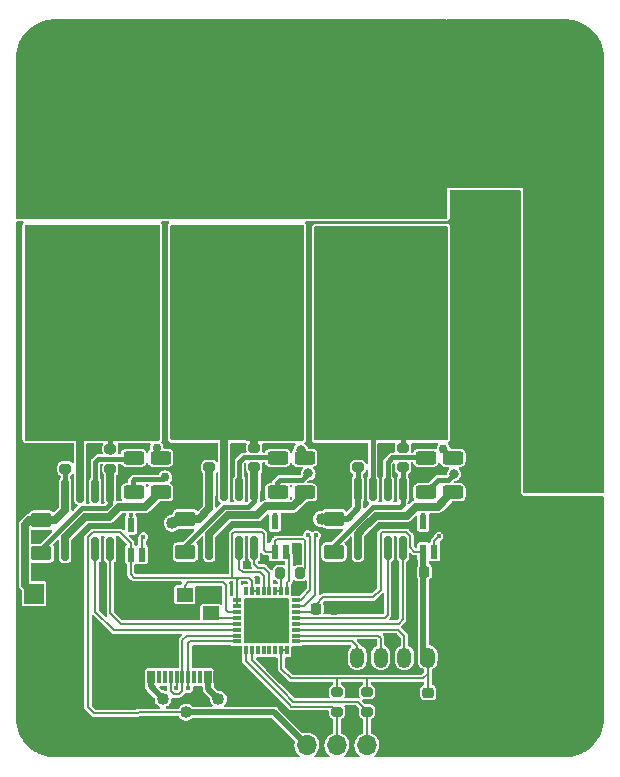
<source format=gbr>
%TF.GenerationSoftware,KiCad,Pcbnew,(6.0.1)*%
%TF.CreationDate,2022-02-15T00:41:15-08:00*%
%TF.ProjectId,OpenMC,4f70656e-4d43-42e6-9b69-6361645f7063,rev?*%
%TF.SameCoordinates,Original*%
%TF.FileFunction,Copper,L2,Bot*%
%TF.FilePolarity,Positive*%
%FSLAX46Y46*%
G04 Gerber Fmt 4.6, Leading zero omitted, Abs format (unit mm)*
G04 Created by KiCad (PCBNEW (6.0.1)) date 2022-02-15 00:41:15*
%MOMM*%
%LPD*%
G01*
G04 APERTURE LIST*
G04 Aperture macros list*
%AMRoundRect*
0 Rectangle with rounded corners*
0 $1 Rounding radius*
0 $2 $3 $4 $5 $6 $7 $8 $9 X,Y pos of 4 corners*
0 Add a 4 corners polygon primitive as box body*
4,1,4,$2,$3,$4,$5,$6,$7,$8,$9,$2,$3,0*
0 Add four circle primitives for the rounded corners*
1,1,$1+$1,$2,$3*
1,1,$1+$1,$4,$5*
1,1,$1+$1,$6,$7*
1,1,$1+$1,$8,$9*
0 Add four rect primitives between the rounded corners*
20,1,$1+$1,$2,$3,$4,$5,0*
20,1,$1+$1,$4,$5,$6,$7,0*
20,1,$1+$1,$6,$7,$8,$9,0*
20,1,$1+$1,$8,$9,$2,$3,0*%
G04 Aperture macros list end*
%TA.AperFunction,SMDPad,CuDef*%
%ADD10R,1.400000X1.150000*%
%TD*%
%TA.AperFunction,ComponentPad*%
%ADD11C,10.160000*%
%TD*%
%TA.AperFunction,ComponentPad*%
%ADD12R,1.700000X1.700000*%
%TD*%
%TA.AperFunction,ComponentPad*%
%ADD13O,1.700000X1.700000*%
%TD*%
%TA.AperFunction,SMDPad,CuDef*%
%ADD14R,0.300000X1.100000*%
%TD*%
%TA.AperFunction,ComponentPad*%
%ADD15C,2.580000*%
%TD*%
%TA.AperFunction,ComponentPad*%
%ADD16C,3.150000*%
%TD*%
%TA.AperFunction,SMDPad,CuDef*%
%ADD17RoundRect,0.250000X-0.625000X0.312500X-0.625000X-0.312500X0.625000X-0.312500X0.625000X0.312500X0*%
%TD*%
%TA.AperFunction,SMDPad,CuDef*%
%ADD18RoundRect,0.150000X0.150000X-0.825000X0.150000X0.825000X-0.150000X0.825000X-0.150000X-0.825000X0*%
%TD*%
%TA.AperFunction,ComponentPad*%
%ADD19C,1.600000*%
%TD*%
%TA.AperFunction,SMDPad,CuDef*%
%ADD20RoundRect,0.200000X0.200000X0.275000X-0.200000X0.275000X-0.200000X-0.275000X0.200000X-0.275000X0*%
%TD*%
%TA.AperFunction,SMDPad,CuDef*%
%ADD21RoundRect,0.200000X0.275000X-0.200000X0.275000X0.200000X-0.275000X0.200000X-0.275000X-0.200000X0*%
%TD*%
%TA.AperFunction,SMDPad,CuDef*%
%ADD22RoundRect,0.225000X-0.250000X0.225000X-0.250000X-0.225000X0.250000X-0.225000X0.250000X0.225000X0*%
%TD*%
%TA.AperFunction,SMDPad,CuDef*%
%ADD23RoundRect,0.225000X-0.225000X-0.250000X0.225000X-0.250000X0.225000X0.250000X-0.225000X0.250000X0*%
%TD*%
%TA.AperFunction,SMDPad,CuDef*%
%ADD24RoundRect,0.200000X-0.275000X0.200000X-0.275000X-0.200000X0.275000X-0.200000X0.275000X0.200000X0*%
%TD*%
%TA.AperFunction,SMDPad,CuDef*%
%ADD25RoundRect,0.250000X0.625000X-0.375000X0.625000X0.375000X-0.625000X0.375000X-0.625000X-0.375000X0*%
%TD*%
%TA.AperFunction,ComponentPad*%
%ADD26RoundRect,0.250000X-0.350000X-0.625000X0.350000X-0.625000X0.350000X0.625000X-0.350000X0.625000X0*%
%TD*%
%TA.AperFunction,ComponentPad*%
%ADD27O,1.200000X1.750000*%
%TD*%
%TA.AperFunction,SMDPad,CuDef*%
%ADD28R,0.600000X1.200000*%
%TD*%
%TA.AperFunction,SMDPad,CuDef*%
%ADD29R,0.300000X0.800000*%
%TD*%
%TA.AperFunction,SMDPad,CuDef*%
%ADD30R,0.800000X0.300000*%
%TD*%
%TA.AperFunction,SMDPad,CuDef*%
%ADD31R,3.750000X3.750000*%
%TD*%
%TA.AperFunction,ViaPad*%
%ADD32C,0.381000*%
%TD*%
%TA.AperFunction,ViaPad*%
%ADD33C,0.800000*%
%TD*%
%TA.AperFunction,ViaPad*%
%ADD34C,0.762000*%
%TD*%
%TA.AperFunction,ViaPad*%
%ADD35C,1.016000*%
%TD*%
%TA.AperFunction,Conductor*%
%ADD36C,0.203200*%
%TD*%
%TA.AperFunction,Conductor*%
%ADD37C,0.381000*%
%TD*%
%TA.AperFunction,Conductor*%
%ADD38C,0.635000*%
%TD*%
%TA.AperFunction,Conductor*%
%ADD39C,0.508000*%
%TD*%
%TA.AperFunction,Conductor*%
%ADD40C,0.762000*%
%TD*%
G04 APERTURE END LIST*
D10*
%TO.P,Y1,1,1*%
%TO.N,Net-(IC1-Pad29)*%
X132570400Y-134632600D03*
%TO.P,Y1,2,2*%
%TO.N,Earth*%
X130370400Y-134632600D03*
%TO.P,Y1,3,3*%
%TO.N,Net-(IC1-Pad30)*%
X130370400Y-133032600D03*
%TO.P,Y1,4,4*%
%TO.N,Earth*%
X132570400Y-133032600D03*
%TD*%
D11*
%TO.P,J1,1,Pin_1*%
%TO.N,/A*%
X146926000Y-109179600D03*
%TD*%
%TO.P,J5,1,Pin_1*%
%TO.N,Earth*%
X159258000Y-133350000D03*
%TD*%
%TO.P,J2,1,Pin_1*%
%TO.N,/B*%
X134734000Y-109194600D03*
%TD*%
D12*
%TO.P,J9,1,Pin_1*%
%TO.N,/Pre-Driver/V_{DRIVE}*%
X117602000Y-132969000D03*
%TD*%
%TO.P,J4,1,Pin_1*%
%TO.N,Earth*%
X148336000Y-145796000D03*
D13*
%TO.P,J4,2,Pin_2*%
%TO.N,/Controller/SCL*%
X145796000Y-145796000D03*
%TO.P,J4,3,Pin_3*%
%TO.N,/Controller/SDA*%
X143256000Y-145796000D03*
%TO.P,J4,4,Pin_4*%
%TO.N,/VDD*%
X140716000Y-145796000D03*
%TD*%
D11*
%TO.P,J3,1,Pin_1*%
%TO.N,+BATT*%
X158877000Y-91186000D03*
%TD*%
%TO.P,J6,1,Pin_1*%
%TO.N,/C*%
X122669000Y-109194600D03*
%TD*%
D14*
%TO.P,J8,A1,GND_1*%
%TO.N,Earth*%
X133271000Y-140012000D03*
%TO.P,J8,A4,VBUS_1*%
%TO.N,/Controller/VBUS*%
X132471000Y-140012000D03*
%TO.P,J8,A5,CC1*%
%TO.N,unconnected-(J8-PadA5)*%
X131171000Y-140012000D03*
%TO.P,J8,A6,DP1*%
%TO.N,/Controller/D+*%
X130171000Y-140012000D03*
%TO.P,J8,A7,DN1*%
%TO.N,/Controller/D-*%
X129671000Y-140012000D03*
%TO.P,J8,A8,SBU1*%
%TO.N,unconnected-(J8-PadA8)*%
X128671000Y-140012000D03*
%TO.P,J8,A9,VBUS_2*%
%TO.N,/Controller/VBUS*%
X127371000Y-140012000D03*
%TO.P,J8,A12,GND_2*%
%TO.N,Earth*%
X126571000Y-140012000D03*
%TO.P,J8,B1,GND_3*%
X126871000Y-140012000D03*
%TO.P,J8,B4,VBUS_3*%
%TO.N,/Controller/VBUS*%
X127671000Y-140012000D03*
%TO.P,J8,B5,CC2*%
%TO.N,unconnected-(J8-PadB5)*%
X128171000Y-140012000D03*
%TO.P,J8,B6,DP2*%
%TO.N,/Controller/D+*%
X129171000Y-140012000D03*
%TO.P,J8,B7,DN2*%
%TO.N,/Controller/D-*%
X130671000Y-140012000D03*
%TO.P,J8,B8,SBU2*%
%TO.N,unconnected-(J8-PadB8)*%
X131671000Y-140012000D03*
%TO.P,J8,B9,VBUS_4*%
%TO.N,/Controller/VBUS*%
X132171000Y-140012000D03*
%TO.P,J8,B12,GND_4*%
%TO.N,Earth*%
X132971000Y-140012000D03*
D15*
%TO.P,J8,MH1,MH1*%
X135541000Y-141162000D03*
D16*
%TO.P,J8,MH2,MH2*%
X135541000Y-145162000D03*
D15*
%TO.P,J8,MH3,MH3*%
X124301000Y-141162000D03*
D16*
%TO.P,J8,MH4,MH4*%
X124301000Y-145162000D03*
%TD*%
D17*
%TO.P,R4,1*%
%TO.N,/Driver FETs/BL*%
X140512800Y-121448100D03*
%TO.P,R4,2*%
%TO.N,Net-(R4-Pad2)*%
X140512800Y-124373100D03*
%TD*%
%TO.P,R6,1*%
%TO.N,Net-(R6-Pad1)*%
X138226800Y-121448100D03*
%TO.P,R6,2*%
%TO.N,/Driver FETs/BH*%
X138226800Y-124373100D03*
%TD*%
D18*
%TO.P,U3,1,H_{in}*%
%TO.N,/Controller/CH*%
X124066000Y-129195600D03*
%TO.P,U3,2,L_{in}*%
%TO.N,/Controller/CL*%
X122796000Y-129195600D03*
%TO.P,U3,3,GND*%
%TO.N,Earth*%
X121526000Y-129195600D03*
%TO.P,U3,4,L_{out}*%
%TO.N,Net-(R10-Pad2)*%
X120256000Y-129195600D03*
%TO.P,U3,5,V_{cc}*%
%TO.N,/Pre-Driver/V_{DRIVE}*%
X120256000Y-124245600D03*
%TO.P,U3,6,V_{s}*%
%TO.N,/C*%
X121526000Y-124245600D03*
%TO.P,U3,7,H_{out}*%
%TO.N,Net-(R12-Pad1)*%
X122796000Y-124245600D03*
%TO.P,U3,8,V_{B}*%
%TO.N,Net-(C3-Pad1)*%
X124066000Y-124245600D03*
%TD*%
D19*
%TO.P,C8,1*%
%TO.N,+BATT*%
X160304800Y-101727000D03*
%TO.P,C8,2*%
%TO.N,Earth*%
X157804800Y-101727000D03*
%TD*%
D20*
%TO.P,R5,1*%
%TO.N,/VDD*%
X140118600Y-131216400D03*
%TO.P,R5,2*%
%TO.N,/Controller/RST*%
X138468600Y-131216400D03*
%TD*%
D19*
%TO.P,C4,1*%
%TO.N,+BATT*%
X160254000Y-108585000D03*
%TO.P,C4,2*%
%TO.N,Earth*%
X157754000Y-108585000D03*
%TD*%
D21*
%TO.P,C2,1*%
%TO.N,Net-(C2-Pad1)*%
X148844000Y-122237000D03*
%TO.P,C2,2*%
%TO.N,/A*%
X148844000Y-120587000D03*
%TD*%
D22*
%TO.P,C10,1*%
%TO.N,/VDD*%
X150977600Y-141338000D03*
%TO.P,C10,2*%
%TO.N,Earth*%
X150977600Y-142888000D03*
%TD*%
D23*
%TO.P,C12,1*%
%TO.N,/VDD*%
X150659800Y-131114800D03*
%TO.P,C12,2*%
%TO.N,Earth*%
X152209800Y-131114800D03*
%TD*%
D24*
%TO.P,R14,1*%
%TO.N,/VDD*%
X145796000Y-141288000D03*
%TO.P,R14,2*%
%TO.N,/Controller/SCL*%
X145796000Y-142938000D03*
%TD*%
D19*
%TO.P,C6,1*%
%TO.N,+BATT*%
X160254000Y-122301000D03*
%TO.P,C6,2*%
%TO.N,Earth*%
X157754000Y-122301000D03*
%TD*%
D23*
%TO.P,C11,1*%
%TO.N,/VDD*%
X141465000Y-134239000D03*
%TO.P,C11,2*%
%TO.N,Earth*%
X143015000Y-134239000D03*
%TD*%
D25*
%TO.P,D2,1,K*%
%TO.N,Net-(C2-Pad1)*%
X143002000Y-129416000D03*
%TO.P,D2,2,A*%
%TO.N,/Pre-Driver/V_{DRIVE}*%
X143002000Y-126616000D03*
%TD*%
D19*
%TO.P,C7,1*%
%TO.N,+BATT*%
X160254000Y-115443000D03*
%TO.P,C7,2*%
%TO.N,Earth*%
X157754000Y-115443000D03*
%TD*%
D17*
%TO.P,R12,1*%
%TO.N,Net-(R12-Pad1)*%
X126034800Y-121448100D03*
%TO.P,R12,2*%
%TO.N,/Driver FETs/CH*%
X126034800Y-124373100D03*
%TD*%
D21*
%TO.P,C5,1*%
%TO.N,/Pre-Driver/V_{DRIVE}*%
X120269000Y-122364000D03*
%TO.P,C5,2*%
%TO.N,Earth*%
X120269000Y-120714000D03*
%TD*%
D26*
%TO.P,J7,1,Pin_1*%
%TO.N,Earth*%
X142964400Y-138370400D03*
D27*
%TO.P,J7,2,Pin_2*%
%TO.N,/Controller/HALL_A*%
X144964400Y-138370400D03*
%TO.P,J7,3,Pin_3*%
%TO.N,/Controller/HALL_B*%
X146964400Y-138370400D03*
%TO.P,J7,4,Pin_4*%
%TO.N,/Controller/HALL_C*%
X148964400Y-138370400D03*
%TO.P,J7,5,Pin_5*%
%TO.N,/VDD*%
X150964400Y-138370400D03*
%TD*%
D18*
%TO.P,U2,1,H_{in}*%
%TO.N,/Controller/AH*%
X148831000Y-129068600D03*
%TO.P,U2,2,L_{in}*%
%TO.N,/Controller/AL*%
X147561000Y-129068600D03*
%TO.P,U2,3,GND*%
%TO.N,Earth*%
X146291000Y-129068600D03*
%TO.P,U2,4,L_{out}*%
%TO.N,Net-(R7-Pad2)*%
X145021000Y-129068600D03*
%TO.P,U2,5,V_{cc}*%
%TO.N,/Pre-Driver/V_{DRIVE}*%
X145021000Y-124118600D03*
%TO.P,U2,6,V_{s}*%
%TO.N,/A*%
X146291000Y-124118600D03*
%TO.P,U2,7,H_{out}*%
%TO.N,Net-(R9-Pad1)*%
X147561000Y-124118600D03*
%TO.P,U2,8,V_{B}*%
%TO.N,Net-(C2-Pad1)*%
X148831000Y-124118600D03*
%TD*%
%TO.P,U1,1,H_{in}*%
%TO.N,/Controller/BH*%
X136258000Y-129068600D03*
%TO.P,U1,2,L_{in}*%
%TO.N,/Controller/BL*%
X134988000Y-129068600D03*
%TO.P,U1,3,GND*%
%TO.N,Earth*%
X133718000Y-129068600D03*
%TO.P,U1,4,L_{out}*%
%TO.N,Net-(R4-Pad2)*%
X132448000Y-129068600D03*
%TO.P,U1,5,V_{cc}*%
%TO.N,/Pre-Driver/V_{DRIVE}*%
X132448000Y-124118600D03*
%TO.P,U1,6,V_{s}*%
%TO.N,/B*%
X133718000Y-124118600D03*
%TO.P,U1,7,H_{out}*%
%TO.N,Net-(R6-Pad1)*%
X134988000Y-124118600D03*
%TO.P,U1,8,V_{B}*%
%TO.N,Net-(C1-Pad1)*%
X136258000Y-124118600D03*
%TD*%
D28*
%TO.P,IC2,1,GND*%
%TO.N,Earth*%
X139888000Y-129393000D03*
%TO.P,IC2,2,OUT*%
%TO.N,/Controller/I_{SENSE}B*%
X138938000Y-129393000D03*
%TO.P,IC2,3,VS*%
%TO.N,/VDD*%
X137988000Y-129393000D03*
%TO.P,IC2,4,IN-*%
%TO.N,/Driver FETs/ISB*%
X137988000Y-126893000D03*
%TO.P,IC2,5,IN+*%
%TO.N,Earth*%
X139888000Y-126893000D03*
%TD*%
%TO.P,IC4,1,GND*%
%TO.N,Earth*%
X152461000Y-129393000D03*
%TO.P,IC4,2,OUT*%
%TO.N,/Controller/I_{SENSE}A*%
X151511000Y-129393000D03*
%TO.P,IC4,3,VS*%
%TO.N,/VDD*%
X150561000Y-129393000D03*
%TO.P,IC4,4,IN-*%
%TO.N,/Driver FETs/ISA*%
X150561000Y-126893000D03*
%TO.P,IC4,5,IN+*%
%TO.N,Earth*%
X152461000Y-126893000D03*
%TD*%
D21*
%TO.P,C1,1*%
%TO.N,Net-(C1-Pad1)*%
X136271000Y-122237000D03*
%TO.P,C1,2*%
%TO.N,/B*%
X136271000Y-120587000D03*
%TD*%
D25*
%TO.P,D3,1,K*%
%TO.N,Net-(C3-Pad1)*%
X118237000Y-129543000D03*
%TO.P,D3,2,A*%
%TO.N,/Pre-Driver/V_{DRIVE}*%
X118237000Y-126743000D03*
%TD*%
D24*
%TO.P,R15,1*%
%TO.N,/VDD*%
X143256000Y-141288000D03*
%TO.P,R15,2*%
%TO.N,/Controller/SDA*%
X143256000Y-142938000D03*
%TD*%
D21*
%TO.P,C3,1*%
%TO.N,Net-(C3-Pad1)*%
X124079000Y-122364000D03*
%TO.P,C3,2*%
%TO.N,/C*%
X124079000Y-120714000D03*
%TD*%
D17*
%TO.P,R10,1*%
%TO.N,/Driver FETs/CL*%
X128320800Y-121448100D03*
%TO.P,R10,2*%
%TO.N,Net-(R10-Pad2)*%
X128320800Y-124373100D03*
%TD*%
D21*
%TO.P,C15,1*%
%TO.N,/Pre-Driver/V_{DRIVE}*%
X132461000Y-122237000D03*
%TO.P,C15,2*%
%TO.N,Earth*%
X132461000Y-120587000D03*
%TD*%
D17*
%TO.P,R9,1*%
%TO.N,Net-(R9-Pad1)*%
X150774400Y-121448100D03*
%TO.P,R9,2*%
%TO.N,/Driver FETs/AH*%
X150774400Y-124373100D03*
%TD*%
D21*
%TO.P,C14,1*%
%TO.N,/Pre-Driver/V_{DRIVE}*%
X145034000Y-122237000D03*
%TO.P,C14,2*%
%TO.N,Earth*%
X145034000Y-120587000D03*
%TD*%
D28*
%TO.P,IC3,1,GND*%
%TO.N,Earth*%
X127696000Y-129647000D03*
%TO.P,IC3,2,OUT*%
%TO.N,/Controller/I_{SENSE}C*%
X126746000Y-129647000D03*
%TO.P,IC3,3,VS*%
%TO.N,/VDD*%
X125796000Y-129647000D03*
%TO.P,IC3,4,IN-*%
%TO.N,/Driver FETs/ISC*%
X125796000Y-127147000D03*
%TO.P,IC3,5,IN+*%
%TO.N,Earth*%
X127696000Y-127147000D03*
%TD*%
D25*
%TO.P,D1,1,K*%
%TO.N,Net-(C1-Pad1)*%
X130429000Y-129416000D03*
%TO.P,D1,2,A*%
%TO.N,/Pre-Driver/V_{DRIVE}*%
X130429000Y-126616000D03*
%TD*%
D29*
%TO.P,IC1,1,LNA_IN*%
%TO.N,unconnected-(IC1-Pad1)*%
X135536999Y-132754999D03*
%TO.P,IC1,2,VDD3P3_1*%
%TO.N,/VDD*%
X136036999Y-132754999D03*
%TO.P,IC1,3,VDD3P3_2*%
X136536999Y-132754999D03*
%TO.P,IC1,4,XTAL_32K_P*%
%TO.N,/Controller/BL*%
X137036999Y-132754999D03*
%TO.P,IC1,5,XTAL_32K_N*%
%TO.N,/Controller/BH*%
X137536999Y-132754999D03*
%TO.P,IC1,6,GPIO2*%
%TO.N,/Controller/RST*%
X138036999Y-132754999D03*
%TO.P,IC1,7,CHIP_EN*%
X138536999Y-132754999D03*
%TO.P,IC1,8,GPIO3*%
%TO.N,/Controller/I_{SENSE}B*%
X139036999Y-132754999D03*
D30*
%TO.P,IC1,9,MTMS*%
%TO.N,/Controller/I_{SENSE}C*%
X139786999Y-133504999D03*
%TO.P,IC1,10,MTDI*%
%TO.N,/Controller/I_{SENSE}A*%
X139786999Y-134004999D03*
%TO.P,IC1,11,VDD3P3_RTC*%
%TO.N,/VDD*%
X139786999Y-134504999D03*
%TO.P,IC1,12,MTCK*%
%TO.N,/Controller/AL*%
X139786999Y-135004999D03*
%TO.P,IC1,13,MTDO*%
%TO.N,/Controller/AH*%
X139786999Y-135504999D03*
%TO.P,IC1,14,GPIO8*%
%TO.N,/Controller/HALL_C*%
X139786999Y-136004999D03*
%TO.P,IC1,15,GPIO9*%
%TO.N,/Controller/HALL_B*%
X139786999Y-136504999D03*
%TO.P,IC1,16,GPIO10*%
%TO.N,/Controller/HALL_A*%
X139786999Y-137004999D03*
D29*
%TO.P,IC1,17,VDD3P3_CPU*%
%TO.N,/VDD*%
X139036999Y-137754999D03*
%TO.P,IC1,18,VDD_SPI*%
X138536999Y-137754999D03*
%TO.P,IC1,19,SPIHD*%
%TO.N,unconnected-(IC1-Pad19)*%
X138036999Y-137754999D03*
%TO.P,IC1,20,SPIWP*%
%TO.N,unconnected-(IC1-Pad20)*%
X137536999Y-137754999D03*
%TO.P,IC1,21,SPICS0*%
%TO.N,unconnected-(IC1-Pad21)*%
X137036999Y-137754999D03*
%TO.P,IC1,22,SPICLK*%
%TO.N,unconnected-(IC1-Pad22)*%
X136536999Y-137754999D03*
%TO.P,IC1,23,SPID*%
%TO.N,/Controller/SCL*%
X136036999Y-137754999D03*
%TO.P,IC1,24,SPIQ*%
%TO.N,/Controller/SDA*%
X135536999Y-137754999D03*
D30*
%TO.P,IC1,25,GPIO18*%
%TO.N,/Controller/D-*%
X134786999Y-137004999D03*
%TO.P,IC1,26,GPIO19*%
%TO.N,/Controller/D+*%
X134786999Y-136504999D03*
%TO.P,IC1,27,U0RXD*%
%TO.N,/Controller/CL*%
X134786999Y-136004999D03*
%TO.P,IC1,28,U0TXD*%
%TO.N,/Controller/CH*%
X134786999Y-135504999D03*
%TO.P,IC1,29,XTAL_N*%
%TO.N,Net-(IC1-Pad29)*%
X134786999Y-135004999D03*
%TO.P,IC1,30,XTAL_P*%
%TO.N,Net-(IC1-Pad30)*%
X134786999Y-134504999D03*
%TO.P,IC1,31,VDDA_1*%
%TO.N,/VDD*%
X134786999Y-134004999D03*
%TO.P,IC1,32,VDDA_2*%
X134786999Y-133504999D03*
D31*
%TO.P,IC1,33,GND*%
%TO.N,Earth*%
X137286999Y-135254999D03*
%TD*%
D17*
%TO.P,R7,1*%
%TO.N,/Driver FETs/AL*%
X153060400Y-121448100D03*
%TO.P,R7,2*%
%TO.N,Net-(R7-Pad2)*%
X153060400Y-124373100D03*
%TD*%
D32*
%TO.N,Earth*%
X131495800Y-133858000D03*
D33*
%TO.N,+BATT*%
X126606000Y-100304600D03*
X126606000Y-98526600D03*
X137655000Y-97637600D03*
X119113000Y-99415600D03*
X132829000Y-99415600D03*
X148831000Y-100304600D03*
X144005000Y-97637600D03*
X118224000Y-100304600D03*
X131051000Y-100304600D03*
X136766000Y-97637600D03*
X125717000Y-99415600D03*
X139433000Y-99415600D03*
X138544000Y-97637600D03*
X127495000Y-99415600D03*
X126606000Y-97637600D03*
X131051000Y-98526600D03*
X132829000Y-100304600D03*
X151498000Y-99415600D03*
X124828000Y-97637600D03*
X147942000Y-98526600D03*
X144005000Y-99415600D03*
X127495000Y-97637600D03*
X119113000Y-97637600D03*
X133718000Y-97637600D03*
X137655000Y-100304600D03*
X148831000Y-97637600D03*
X144005000Y-98526600D03*
X131940000Y-99415600D03*
X118224000Y-98526600D03*
X119113000Y-100304600D03*
X131051000Y-97637600D03*
X133718000Y-100304600D03*
X136766000Y-99415600D03*
X118224000Y-99415600D03*
X127495000Y-100304600D03*
X144894000Y-99415600D03*
X145783000Y-98526600D03*
X137655000Y-99415600D03*
X123939000Y-98526600D03*
X143116000Y-100304600D03*
X143116000Y-97637600D03*
X118224000Y-97637600D03*
X124828000Y-98526600D03*
X149720000Y-98526600D03*
X149720000Y-97637600D03*
X133718000Y-98526600D03*
X150609000Y-97637600D03*
X144894000Y-100304600D03*
X121780000Y-98526600D03*
X143116000Y-98526600D03*
X145783000Y-99415600D03*
X120891000Y-98526600D03*
X120002000Y-98526600D03*
X135877000Y-98526600D03*
X138544000Y-99415600D03*
X150609000Y-100304600D03*
X144894000Y-97637600D03*
X123939000Y-99415600D03*
X142227000Y-99415600D03*
X125717000Y-97637600D03*
X149720000Y-99415600D03*
X139433000Y-97637600D03*
X120002000Y-100304600D03*
X148831000Y-98526600D03*
X125717000Y-100304600D03*
X142227000Y-100304600D03*
X121780000Y-99415600D03*
X123939000Y-100304600D03*
X136766000Y-100304600D03*
X130162000Y-98526600D03*
X149720000Y-100304600D03*
X150609000Y-98526600D03*
X124828000Y-100304600D03*
X143116000Y-99415600D03*
X133718000Y-99415600D03*
X145783000Y-100304600D03*
X130162000Y-97637600D03*
X139433000Y-100304600D03*
X147942000Y-99415600D03*
X131940000Y-97637600D03*
X132829000Y-98526600D03*
X126606000Y-99415600D03*
X136766000Y-98526600D03*
X142227000Y-98526600D03*
X151498000Y-97637600D03*
X144005000Y-100304600D03*
X135877000Y-100304600D03*
X147942000Y-100304600D03*
X150609000Y-99415600D03*
X121780000Y-100304600D03*
X131940000Y-98526600D03*
X120002000Y-99415600D03*
X120891000Y-99415600D03*
X138544000Y-98526600D03*
X142227000Y-97637600D03*
X120002000Y-97637600D03*
X139433000Y-98526600D03*
X147942000Y-97637600D03*
X137655000Y-98526600D03*
X123939000Y-97637600D03*
X131940000Y-100304600D03*
X125717000Y-98526600D03*
X121780000Y-97637600D03*
X135877000Y-99415600D03*
X132829000Y-97637600D03*
X151498000Y-98526600D03*
X120891000Y-97637600D03*
X130162000Y-99415600D03*
X135877000Y-97637600D03*
X124828000Y-99415600D03*
X144894000Y-98526600D03*
X138544000Y-100304600D03*
X130162000Y-100304600D03*
X120891000Y-100304600D03*
X119113000Y-98526600D03*
X151498000Y-100304600D03*
X148831000Y-99415600D03*
X127495000Y-98526600D03*
X131051000Y-99415600D03*
X145783000Y-97637600D03*
D32*
%TO.N,Earth*%
X146710400Y-133908800D03*
X135762999Y-135254999D03*
X146227800Y-130606800D03*
X138048999Y-133730999D03*
X138810999Y-136016999D03*
X137286999Y-135254999D03*
X136524999Y-134492999D03*
X137286999Y-136778999D03*
X135762999Y-136016999D03*
X137286999Y-133730999D03*
X138810999Y-134492999D03*
X138810999Y-133730999D03*
X135762999Y-134492999D03*
X135762999Y-136778999D03*
X137286999Y-136016999D03*
X135762999Y-133730999D03*
X138048999Y-135254999D03*
X138048999Y-136016999D03*
X137286999Y-134492999D03*
X138810999Y-135254999D03*
X138048999Y-134492999D03*
X136524999Y-136778999D03*
X136524999Y-135254999D03*
X136524999Y-136016999D03*
X138048999Y-136778999D03*
X138810999Y-136778999D03*
X139903200Y-130124200D03*
X136524999Y-133730999D03*
D34*
%TO.N,/Driver FETs/AL*%
X152273000Y-120726200D03*
D33*
%TO.N,/Driver FETs/BL*%
X140176800Y-120777000D03*
D34*
%TO.N,/Driver FETs/CL*%
X127984800Y-120650000D03*
%TO.N,/Driver FETs/CH*%
X128701800Y-123113800D03*
D33*
%TO.N,/Driver FETs/BH*%
X140830000Y-122783600D03*
%TO.N,/Driver FETs/AH*%
X153162000Y-122809000D03*
D35*
%TO.N,/C*%
X117348000Y-110871000D03*
X125349000Y-105156000D03*
X125349000Y-114300000D03*
X118491000Y-110871000D03*
D33*
X127495000Y-118592600D03*
X126606000Y-118592600D03*
D35*
X124206000Y-104013000D03*
D33*
X127495000Y-116814600D03*
D35*
X123063000Y-113157000D03*
X126492000Y-104013000D03*
X124206000Y-114300000D03*
D33*
X119113000Y-118592600D03*
D35*
X117348000Y-106299000D03*
D33*
X123939000Y-116814600D03*
D35*
X124206000Y-113157000D03*
X126492000Y-114300000D03*
D33*
X121780000Y-119481600D03*
D35*
X124206000Y-105156000D03*
X126492000Y-109728000D03*
X118491000Y-107442000D03*
D33*
X126606000Y-116814600D03*
D35*
X120777000Y-105156000D03*
X127635000Y-113157000D03*
X121920000Y-113157000D03*
X118491000Y-105156000D03*
D33*
X120002000Y-117703600D03*
X120891000Y-116814600D03*
D35*
X118491000Y-113157000D03*
X127635000Y-112014000D03*
X123063000Y-104013000D03*
X117348000Y-107442000D03*
X126492000Y-106299000D03*
X127635000Y-106299000D03*
D33*
X118224000Y-116814600D03*
D35*
X127635000Y-114300000D03*
D33*
X121780000Y-116814600D03*
D35*
X118491000Y-108585000D03*
X127635000Y-104013000D03*
X126492000Y-110871000D03*
X127635000Y-105156000D03*
D33*
X124828000Y-119481600D03*
X120891000Y-118592600D03*
X119113000Y-119481600D03*
X125717000Y-116814600D03*
D35*
X120777000Y-114300000D03*
X127635000Y-110871000D03*
X118491000Y-114300000D03*
X117348000Y-108585000D03*
D33*
X118224000Y-118592600D03*
D35*
X119634000Y-105156000D03*
D33*
X120891000Y-117703600D03*
X127495000Y-119481600D03*
D35*
X118491000Y-112014000D03*
X126492000Y-105156000D03*
X117348000Y-114300000D03*
D33*
X120002000Y-116814600D03*
X125717000Y-118592600D03*
X119113000Y-117703600D03*
D35*
X126492000Y-113157000D03*
D33*
X125717000Y-119481600D03*
X120002000Y-119481600D03*
D35*
X127635000Y-108585000D03*
X117348000Y-109728000D03*
D33*
X120002000Y-118592600D03*
D35*
X127635000Y-109728000D03*
D33*
X118224000Y-119481600D03*
D35*
X120777000Y-104013000D03*
D33*
X118224000Y-117703600D03*
D35*
X125349000Y-113157000D03*
X119634000Y-113157000D03*
D33*
X126606000Y-117703600D03*
D35*
X121920000Y-105156000D03*
X118491000Y-106299000D03*
X125349000Y-104013000D03*
D33*
X124828000Y-118592600D03*
D35*
X126492000Y-108585000D03*
D33*
X123939000Y-119481600D03*
D35*
X117348000Y-105156000D03*
X120777000Y-113157000D03*
D33*
X125717000Y-117703600D03*
X127495000Y-117703600D03*
D35*
X118491000Y-109728000D03*
X117348000Y-104013000D03*
X121920000Y-114300000D03*
D33*
X124828000Y-117703600D03*
X123939000Y-117703600D03*
D35*
X118491000Y-104013000D03*
D33*
X123939000Y-118592600D03*
X121780000Y-118592600D03*
X119113000Y-116814600D03*
D35*
X121920000Y-104013000D03*
X123063000Y-114300000D03*
D33*
X124828000Y-116814600D03*
D35*
X119634000Y-114300000D03*
X126492000Y-112014000D03*
X123063000Y-105156000D03*
D33*
X126606000Y-119481600D03*
X121780000Y-117703600D03*
D35*
X126492000Y-107442000D03*
X117348000Y-113157000D03*
D33*
X120891000Y-119481600D03*
D35*
X119634000Y-104013000D03*
X117348000Y-112014000D03*
X127635000Y-107442000D03*
D33*
%TO.N,/B*%
X138544000Y-117703600D03*
D35*
X133096000Y-104013000D03*
D33*
X130162000Y-116814600D03*
X130162000Y-119481600D03*
D35*
X135382000Y-105156000D03*
D33*
X133718000Y-118592600D03*
D35*
X134239000Y-113157000D03*
X130810000Y-106299000D03*
D33*
X138544000Y-116814600D03*
D35*
X129667000Y-113157000D03*
X139954000Y-113157000D03*
D33*
X131940000Y-116814600D03*
D35*
X137668000Y-104013000D03*
D33*
X138544000Y-118592600D03*
D35*
X138811000Y-106299000D03*
X129667000Y-108585000D03*
X129667000Y-112014000D03*
D33*
X133718000Y-119481600D03*
X135877000Y-118592600D03*
D35*
X139954000Y-110871000D03*
X133096000Y-113157000D03*
X139954000Y-112014000D03*
X135382000Y-114300000D03*
X129667000Y-107442000D03*
X136525000Y-104013000D03*
D33*
X133718000Y-117703600D03*
D35*
X135382000Y-104013000D03*
X138811000Y-114300000D03*
X139954000Y-104013000D03*
D33*
X137655000Y-117703600D03*
X137655000Y-118592600D03*
D35*
X136525000Y-113157000D03*
X138811000Y-105156000D03*
D33*
X131940000Y-118592600D03*
D35*
X138811000Y-107442000D03*
X129667000Y-104013000D03*
X130810000Y-110871000D03*
D33*
X136766000Y-116814600D03*
D35*
X134239000Y-105156000D03*
D33*
X139433000Y-117703600D03*
D35*
X129667000Y-109728000D03*
X130810000Y-107442000D03*
D33*
X131051000Y-117703600D03*
D35*
X138811000Y-109728000D03*
D33*
X135877000Y-119481600D03*
D35*
X131953000Y-113157000D03*
D33*
X131051000Y-119481600D03*
X131940000Y-117703600D03*
D35*
X138811000Y-104013000D03*
D33*
X136766000Y-118592600D03*
D35*
X130810000Y-104013000D03*
X137668000Y-105156000D03*
X137668000Y-114300000D03*
D33*
X139433000Y-118592600D03*
D35*
X134239000Y-114300000D03*
X133096000Y-105156000D03*
X129667000Y-110871000D03*
X130810000Y-113157000D03*
X133096000Y-114300000D03*
X137668000Y-113157000D03*
X129667000Y-106299000D03*
X138811000Y-112014000D03*
X139954000Y-114300000D03*
D33*
X132829000Y-119481600D03*
X132829000Y-116814600D03*
D35*
X135382000Y-113157000D03*
D33*
X135877000Y-117703600D03*
D35*
X134239000Y-104013000D03*
X130810000Y-112014000D03*
X138811000Y-108585000D03*
X139954000Y-105156000D03*
X130810000Y-108585000D03*
X139954000Y-108585000D03*
D33*
X133718000Y-116814600D03*
D35*
X131953000Y-114300000D03*
D33*
X137655000Y-116814600D03*
D35*
X130810000Y-114300000D03*
X129667000Y-114300000D03*
D33*
X139433000Y-116814600D03*
D35*
X138811000Y-113157000D03*
X139954000Y-106299000D03*
D33*
X135877000Y-116814600D03*
D35*
X130810000Y-105156000D03*
D33*
X132829000Y-117703600D03*
D35*
X131953000Y-105156000D03*
D33*
X131051000Y-116814600D03*
D35*
X136525000Y-105156000D03*
D33*
X139433000Y-119481600D03*
X138544000Y-119481600D03*
X136766000Y-117703600D03*
D35*
X130810000Y-109728000D03*
D33*
X137655000Y-119481600D03*
X136766000Y-119481600D03*
X132829000Y-118592600D03*
D35*
X131953000Y-104013000D03*
D33*
X130162000Y-118592600D03*
D35*
X139954000Y-109728000D03*
D33*
X130162000Y-117703600D03*
D35*
X138811000Y-110871000D03*
X139954000Y-107442000D03*
X136525000Y-114300000D03*
D33*
X131940000Y-119481600D03*
D35*
X129667000Y-105156000D03*
D33*
X131051000Y-118592600D03*
D35*
%TO.N,/A*%
X141986000Y-109220000D03*
D33*
X148958000Y-119481600D03*
D35*
X149606000Y-105410000D03*
X143256000Y-113030000D03*
D33*
X150736000Y-119481600D03*
X151625000Y-116814600D03*
D35*
X150876000Y-107950000D03*
X152146000Y-106680000D03*
X148336000Y-113030000D03*
D33*
X145910000Y-117703600D03*
X148958000Y-116814600D03*
D35*
X152146000Y-110490000D03*
X152146000Y-107950000D03*
X143256000Y-114300000D03*
X150876000Y-110490000D03*
X144526000Y-104140000D03*
D33*
X145021000Y-117703600D03*
D35*
X150876000Y-106680000D03*
X141986000Y-111760000D03*
X150876000Y-104140000D03*
D33*
X151625000Y-118592600D03*
D35*
X147066000Y-105410000D03*
D33*
X142354000Y-118592600D03*
X145021000Y-118592600D03*
D35*
X145796000Y-105410000D03*
D33*
X149847000Y-116814600D03*
X144132000Y-117703600D03*
X150736000Y-117703600D03*
X150736000Y-118592600D03*
X144132000Y-119481600D03*
D35*
X152146000Y-113030000D03*
D33*
X148958000Y-117703600D03*
X148069000Y-116814600D03*
D35*
X152146000Y-114300000D03*
D33*
X145021000Y-116814600D03*
D35*
X144526000Y-114300000D03*
X147066000Y-113030000D03*
D33*
X149847000Y-117703600D03*
X142354000Y-116814600D03*
X148069000Y-119481600D03*
D35*
X141986000Y-114300000D03*
D33*
X142354000Y-119481600D03*
X145910000Y-116814600D03*
D35*
X145796000Y-113030000D03*
X147066000Y-104140000D03*
X143256000Y-111760000D03*
D33*
X148069000Y-117703600D03*
X145910000Y-118592600D03*
X144132000Y-116814600D03*
D35*
X148336000Y-105410000D03*
D33*
X151625000Y-117703600D03*
D35*
X141986000Y-107950000D03*
D33*
X144132000Y-118592600D03*
D35*
X144526000Y-105410000D03*
X149606000Y-114300000D03*
D33*
X149847000Y-118592600D03*
X148069000Y-118592600D03*
D35*
X152146000Y-109220000D03*
X149606000Y-113030000D03*
X141986000Y-105410000D03*
X145796000Y-104140000D03*
X150876000Y-109220000D03*
X141986000Y-110490000D03*
D33*
X143243000Y-119481600D03*
X145021000Y-119481600D03*
X143243000Y-117703600D03*
D35*
X141986000Y-104140000D03*
X150876000Y-105410000D03*
X152146000Y-105410000D03*
X143256000Y-109220000D03*
X150876000Y-111760000D03*
X141986000Y-106680000D03*
D33*
X149847000Y-119481600D03*
D35*
X141986000Y-113030000D03*
D33*
X143243000Y-118592600D03*
D35*
X143256000Y-106680000D03*
X148336000Y-114300000D03*
X150876000Y-113030000D03*
X143256000Y-107950000D03*
X148336000Y-104140000D03*
X152146000Y-104140000D03*
X145796000Y-114300000D03*
D33*
X142354000Y-117703600D03*
D35*
X150876000Y-114300000D03*
D33*
X143243000Y-116814600D03*
D35*
X143256000Y-104140000D03*
D33*
X148958000Y-118592600D03*
X150736000Y-116814600D03*
D35*
X144526000Y-113030000D03*
D33*
X145910000Y-119481600D03*
D35*
X143256000Y-110490000D03*
D33*
X151625000Y-119481600D03*
D35*
X149606000Y-104140000D03*
X152146000Y-111760000D03*
X147066000Y-114300000D03*
X143256000Y-105410000D03*
%TO.N,/VDD*%
X130479800Y-143002000D03*
%TO.N,/Pre-Driver/V_{DRIVE}*%
X129311400Y-127000000D03*
D32*
X141960600Y-126644400D03*
D35*
X141960600Y-126644400D03*
D32*
%TO.N,/Controller/I_{SENSE}A*%
X151866600Y-128117600D03*
X141486231Y-128034345D03*
%TO.N,/Controller/D-*%
X130683000Y-140970000D03*
X129667000Y-140970000D03*
D35*
%TO.N,/Controller/VBUS*%
X133217000Y-141889000D03*
X128524000Y-141859000D03*
D32*
%TO.N,/Controller/I_{SENSE}C*%
X126873000Y-128143000D03*
X140792200Y-127990600D03*
%TO.N,/Driver FETs/ISA*%
X150571200Y-126313700D03*
%TO.N,/Driver FETs/ISB*%
X138023600Y-126288300D03*
%TO.N,/Driver FETs/ISC*%
X125806200Y-126313700D03*
%TD*%
D36*
%TO.N,/Controller/AL*%
X147305880Y-135015120D02*
X147561000Y-134760000D01*
X139786999Y-135004999D02*
X139797120Y-135015120D01*
X139797120Y-135015120D02*
X147305880Y-135015120D01*
X147561000Y-134760000D02*
X147561000Y-129068600D01*
%TO.N,/VDD*%
X150964400Y-141324800D02*
X150977600Y-141338000D01*
X150964400Y-138370400D02*
X150964400Y-141324800D01*
X134983320Y-131605120D02*
X134383680Y-131605120D01*
X134786999Y-131801441D02*
X134983320Y-131605120D01*
X135796120Y-131605120D02*
X134983320Y-131605120D01*
X134786999Y-132196199D02*
X134786999Y-132043799D01*
X134786999Y-134004999D02*
X134786999Y-132196199D01*
X134786999Y-132196199D02*
X134786999Y-131801441D01*
%TO.N,/Controller/CH*%
X124967711Y-135508711D02*
X124066000Y-134607000D01*
X134783287Y-135508711D02*
X124967711Y-135508711D01*
X124066000Y-134607000D02*
X124066000Y-129195600D01*
X134786999Y-135504999D02*
X134783287Y-135508711D01*
%TO.N,Net-(IC1-Pad30)*%
X130370400Y-132291000D02*
X130370400Y-133032600D01*
X133858000Y-132232400D02*
X133633440Y-132007840D01*
X133633440Y-132007840D02*
X130653560Y-132007840D01*
X133858000Y-133985000D02*
X133858000Y-132232400D01*
X130653560Y-132007840D02*
X130370400Y-132291000D01*
X133858000Y-133985000D02*
X133858000Y-133731000D01*
X133858000Y-134366000D02*
X133858000Y-133985000D01*
%TO.N,/VDD*%
X134786999Y-132043799D02*
X134786999Y-132008439D01*
X126093320Y-131605120D02*
X125796000Y-131307800D01*
X134383680Y-131605120D02*
X126093320Y-131605120D01*
X136036999Y-131845999D02*
X135796120Y-131605120D01*
X134383680Y-131605120D02*
X134383680Y-127922120D01*
X136036999Y-132754999D02*
X136036999Y-131845999D01*
%TO.N,/Controller/BH*%
X137536999Y-131237799D02*
X137058400Y-130759200D01*
X137536999Y-132754999D02*
X137536999Y-131237799D01*
X136550400Y-130759200D02*
X136258000Y-130466800D01*
X136258000Y-130466800D02*
X136258000Y-129068600D01*
X137058400Y-130759200D02*
X136550400Y-130759200D01*
%TO.N,/Controller/AH*%
X148831000Y-135141000D02*
X148831000Y-129068600D01*
X148467001Y-135504999D02*
X148831000Y-135141000D01*
X139786999Y-135504999D02*
X148467001Y-135504999D01*
D37*
%TO.N,/Driver FETs/AL*%
X152196800Y-120650000D02*
X152273000Y-120726200D01*
X152994900Y-121448100D02*
X153022000Y-121448100D01*
D36*
X152641000Y-121005600D02*
X152641000Y-121575100D01*
D37*
X152273000Y-120726200D02*
X152994900Y-121448100D01*
%TO.N,/Driver FETs/BL*%
X140176800Y-120777000D02*
X140176800Y-121175900D01*
X140176800Y-121175900D02*
X140449000Y-121448100D01*
%TO.N,/Driver FETs/CL*%
X127984800Y-121175900D02*
X128257000Y-121448100D01*
X127984800Y-120650000D02*
X127984800Y-121175900D01*
%TO.N,/Driver FETs/CH*%
X128651000Y-123164600D02*
X128524000Y-123291600D01*
X125971000Y-124373100D02*
X125971000Y-123431600D01*
X128524000Y-123291600D02*
X126111000Y-123291600D01*
X125971000Y-123431600D02*
X126111000Y-123291600D01*
%TO.N,/Driver FETs/BH*%
X140172211Y-123319611D02*
X140039989Y-123319611D01*
X140039989Y-123319611D02*
X139093011Y-123319611D01*
X139093011Y-123319611D02*
X138401989Y-123319611D01*
X138401989Y-123319611D02*
X138163000Y-123558600D01*
X140382889Y-123230711D02*
X140830000Y-122783600D01*
X140293989Y-123319611D02*
X140039989Y-123319611D01*
X140830000Y-122783600D02*
X140293989Y-123319611D01*
X139093011Y-123319611D02*
X138699011Y-123319611D01*
X138163000Y-123558600D02*
X138163000Y-124373100D01*
%TO.N,/Driver FETs/AH*%
X153162000Y-122809000D02*
X152651389Y-123319611D01*
X152651389Y-123319611D02*
X151789489Y-123319611D01*
X151789489Y-123319611D02*
X150736000Y-124373100D01*
D38*
%TO.N,/C*%
X121526000Y-119735600D02*
X121780000Y-119481600D01*
X121526000Y-124245600D02*
X121526000Y-119735600D01*
D37*
X124079000Y-120968000D02*
X124079000Y-119621600D01*
X124079000Y-119621600D02*
X123939000Y-119481600D01*
D38*
%TO.N,/B*%
X136271000Y-120587000D02*
X136271000Y-119976600D01*
X133718000Y-124118600D02*
X133718000Y-119481600D01*
X136271000Y-119976600D02*
X136766000Y-119481600D01*
D37*
%TO.N,/A*%
X146291000Y-124118600D02*
X146291000Y-119862600D01*
X148844000Y-119595600D02*
X148958000Y-119481600D01*
D36*
X148844000Y-120561600D02*
X148844000Y-119595600D01*
D37*
X148844000Y-120587000D02*
X148844000Y-119595600D01*
X146291000Y-119862600D02*
X145910000Y-119481600D01*
D36*
%TO.N,/Controller/CL*%
X124357920Y-136041920D02*
X122796000Y-134480000D01*
X122796000Y-134480000D02*
X122796000Y-129195600D01*
X134750078Y-136041920D02*
X124357920Y-136041920D01*
X134786999Y-136004999D02*
X134750078Y-136041920D01*
%TO.N,/Controller/BL*%
X136753600Y-131165600D02*
X135280400Y-131165600D01*
X137036999Y-131956999D02*
X137036999Y-131829999D01*
X137036999Y-132754999D02*
X137036999Y-131448999D01*
X137036999Y-131448999D02*
X136753600Y-131165600D01*
X134988000Y-130873200D02*
X135280400Y-131165600D01*
X134988000Y-129068600D02*
X134988000Y-130873200D01*
X134926747Y-129129853D02*
X134988000Y-129068600D01*
X137036999Y-132754999D02*
X137036999Y-131956999D01*
X134988000Y-129068600D02*
X135052000Y-129132600D01*
D38*
%TO.N,Net-(R4-Pad2)*%
X132448000Y-129068600D02*
X132448000Y-127902000D01*
X134025390Y-126313720D02*
X136524520Y-126313720D01*
X140449000Y-124688600D02*
X140449000Y-124373100D01*
X136524520Y-126313720D02*
X137260640Y-125577600D01*
X132842000Y-127497110D02*
X134025390Y-126313720D01*
X132842000Y-127508000D02*
X132842000Y-127497110D01*
X132448000Y-127902000D02*
X132842000Y-127508000D01*
X137260640Y-125577600D02*
X139560000Y-125577600D01*
X139560000Y-125577600D02*
X140449000Y-124688600D01*
D37*
%TO.N,Net-(R6-Pad1)*%
X138126900Y-121412000D02*
X135382000Y-121412000D01*
X135382000Y-121412000D02*
X134988000Y-121806000D01*
X134988000Y-121806000D02*
X134988000Y-124118600D01*
X138163000Y-121448100D02*
X138126900Y-121412000D01*
D38*
%TO.N,Net-(R7-Pad2)*%
X152413550Y-124981550D02*
X153022000Y-124373100D01*
X145021000Y-127902000D02*
X145415000Y-127508000D01*
X145021000Y-129068600D02*
X145021000Y-127902000D01*
X151792100Y-125603000D02*
X152413550Y-124981550D01*
X149148578Y-126365000D02*
X146558000Y-126365000D01*
X150611110Y-125603000D02*
X151792100Y-125603000D01*
X149910578Y-125603000D02*
X149148578Y-126365000D01*
X151792100Y-125603000D02*
X149910578Y-125603000D01*
X146558000Y-126365000D02*
X145415000Y-127508000D01*
D37*
%TO.N,Net-(R9-Pad1)*%
X150736000Y-121448100D02*
X150699900Y-121412000D01*
X147561000Y-121806000D02*
X147561000Y-124118600D01*
X150699900Y-121412000D02*
X147955000Y-121412000D01*
X147955000Y-121412000D02*
X147561000Y-121806000D01*
X151182500Y-121444976D02*
X151182500Y-121448100D01*
X151182500Y-121448100D02*
X150736000Y-121448100D01*
D38*
%TO.N,Net-(R10-Pad2)*%
X124841000Y-125603000D02*
X123952000Y-126492000D01*
X120256000Y-128156000D02*
X121920000Y-126492000D01*
X121920000Y-126492000D02*
X123952000Y-126492000D01*
X127027100Y-125603000D02*
X124841000Y-125603000D01*
X127027100Y-125603000D02*
X128257000Y-124373100D01*
X120256000Y-129195600D02*
X120256000Y-128156000D01*
D37*
%TO.N,Net-(R12-Pad1)*%
X122796000Y-124245600D02*
X122796000Y-121806000D01*
X123050280Y-121551720D02*
X125867380Y-121551720D01*
X125867380Y-121551720D02*
X125971000Y-121448100D01*
X122796000Y-121806000D02*
X123050280Y-121551720D01*
X125971000Y-121448100D02*
X126163500Y-121448100D01*
D38*
%TO.N,Net-(C1-Pad1)*%
X136271000Y-124105600D02*
X136258000Y-124118600D01*
X136271000Y-122237000D02*
X136271000Y-124105600D01*
D37*
X136258000Y-125108000D02*
X136258000Y-124118600D01*
X130429000Y-129416000D02*
X130429000Y-128905000D01*
X133731000Y-125603000D02*
X135763000Y-125603000D01*
X135763000Y-125603000D02*
X136258000Y-125108000D01*
X130429000Y-128905000D02*
X133731000Y-125603000D01*
%TO.N,Net-(C2-Pad1)*%
X148844000Y-122211600D02*
X148844000Y-124105600D01*
X143002000Y-128905000D02*
X146304000Y-125603000D01*
X148831000Y-125362000D02*
X148831000Y-124118600D01*
X146304000Y-125603000D02*
X148590000Y-125603000D01*
X143002000Y-129416000D02*
X143002000Y-128905000D01*
X148844000Y-124105600D02*
X148831000Y-124118600D01*
X148590000Y-125603000D02*
X148831000Y-125362000D01*
%TO.N,Net-(C3-Pad1)*%
X124066000Y-125362000D02*
X124066000Y-124245600D01*
X118237000Y-129543000D02*
X118237000Y-129169890D01*
D38*
X124066000Y-124245600D02*
X124066000Y-122580600D01*
D37*
X123698000Y-125730000D02*
X124066000Y-125362000D01*
X118237000Y-129169890D02*
X121676890Y-125730000D01*
X121676890Y-125730000D02*
X123698000Y-125730000D01*
D36*
%TO.N,/VDD*%
X150964400Y-139738600D02*
X150964400Y-138370400D01*
X136880600Y-127736600D02*
X137058400Y-127914400D01*
X137058400Y-129235200D02*
X137216200Y-129393000D01*
X141453001Y-134504999D02*
X141465000Y-134493000D01*
X139786999Y-134504999D02*
X141453001Y-134504999D01*
X137988000Y-128508800D02*
X138150600Y-128346200D01*
X138536999Y-139339563D02*
X139329716Y-140132280D01*
X149814600Y-129393000D02*
X149453600Y-129032000D01*
X140436600Y-128346200D02*
X140589000Y-128498600D01*
X130479800Y-143002000D02*
X126466600Y-143002000D01*
X134786999Y-134004999D02*
X134786999Y-133504999D01*
D39*
X137922000Y-143002000D02*
X140716000Y-145796000D01*
D36*
X137216200Y-129393000D02*
X137988000Y-129393000D01*
X149141905Y-127762000D02*
X147066000Y-127762000D01*
X142113000Y-133248400D02*
X141465000Y-133896400D01*
X146956680Y-127871320D02*
X146956680Y-132621120D01*
X146956680Y-132621120D02*
X146329400Y-133248400D01*
X126466600Y-143002000D02*
X126390400Y-143078200D01*
X122656600Y-143078200D02*
X122174000Y-142595600D01*
D39*
X150561000Y-129393000D02*
X150561000Y-138805200D01*
D36*
X122580400Y-127762000D02*
X124891800Y-127762000D01*
X143256000Y-141288000D02*
X143256000Y-140208000D01*
X134786999Y-133504999D02*
X134786999Y-133008999D01*
X150561000Y-129393000D02*
X149814600Y-129393000D01*
X134383680Y-127922120D02*
X134569200Y-127736600D01*
X137988000Y-129393000D02*
X137988000Y-128508800D01*
X134569200Y-127736600D02*
X136880600Y-127736600D01*
X122174000Y-142595600D02*
X122174000Y-128168400D01*
X139329716Y-140132280D02*
X141148280Y-140132280D01*
X147066000Y-127762000D02*
X146956680Y-127871320D01*
X143180280Y-140132280D02*
X145720280Y-140132280D01*
X137058400Y-127914400D02*
X137058400Y-129235200D01*
X138536999Y-137754999D02*
X138536999Y-139339563D01*
X125796000Y-131307800D02*
X125796000Y-129647000D01*
X140589000Y-130746000D02*
X140118600Y-131216400D01*
X138536999Y-137754999D02*
X139036999Y-137754999D01*
X126390400Y-143078200D02*
X122656600Y-143078200D01*
X138150600Y-128346200D02*
X140436600Y-128346200D01*
X150570720Y-140132280D02*
X150964400Y-139738600D01*
X124891800Y-127762000D02*
X125796000Y-128666200D01*
X149453600Y-129032000D02*
X149453600Y-128073695D01*
X125796000Y-128666200D02*
X125796000Y-129647000D01*
X139929080Y-140132280D02*
X141148280Y-140132280D01*
X136536999Y-132754999D02*
X136036999Y-132754999D01*
X149453600Y-128073695D02*
X149141905Y-127762000D01*
X145796000Y-140208000D02*
X145720280Y-140132280D01*
X140589000Y-128498600D02*
X140589000Y-130746000D01*
D39*
X130479800Y-143002000D02*
X137922000Y-143002000D01*
D36*
X122174000Y-128168400D02*
X122580400Y-127762000D01*
X141465000Y-133896400D02*
X141465000Y-134239000D01*
X145796000Y-141288000D02*
X145796000Y-140208000D01*
X145720280Y-140132280D02*
X150570720Y-140132280D01*
X136036999Y-132099999D02*
X136036999Y-132754999D01*
X146329400Y-133248400D02*
X142113000Y-133248400D01*
X143256000Y-140208000D02*
X143180280Y-140132280D01*
X141148280Y-140132280D02*
X143180280Y-140132280D01*
%TO.N,/Controller/RST*%
X138036999Y-132754999D02*
X138536999Y-132754999D01*
X138536999Y-132754999D02*
X138536999Y-131284799D01*
X138536999Y-131284799D02*
X138468600Y-131216400D01*
%TO.N,/Controller/HALL_C*%
X148964400Y-136518400D02*
X148964400Y-138370400D01*
X139786999Y-136004999D02*
X148450999Y-136004999D01*
X148450999Y-136004999D02*
X148964400Y-136518400D01*
%TO.N,/Controller/HALL_B*%
X146964400Y-136728200D02*
X146964400Y-138370400D01*
X139786999Y-136504999D02*
X146741199Y-136504999D01*
X146741199Y-136504999D02*
X146964400Y-136728200D01*
%TO.N,/Controller/HALL_A*%
X139786999Y-137004999D02*
X144548799Y-137004999D01*
X144548799Y-137004999D02*
X144964400Y-137420600D01*
X144964400Y-137420600D02*
X144964400Y-138370400D01*
D39*
%TO.N,/Pre-Driver/V_{DRIVE}*%
X145021000Y-124118600D02*
X145021000Y-125743000D01*
D38*
X132448000Y-125743000D02*
X131575000Y-126616000D01*
X120256000Y-125870000D02*
X120256000Y-124245600D01*
X118237000Y-126743000D02*
X118240000Y-126746000D01*
D37*
X132448000Y-124118600D02*
X132448000Y-124724000D01*
D38*
X116840000Y-132207000D02*
X117602000Y-132969000D01*
D39*
X144148000Y-126616000D02*
X143002000Y-126616000D01*
D37*
X120269000Y-124232600D02*
X120256000Y-124245600D01*
D38*
X142973600Y-126644400D02*
X143002000Y-126616000D01*
X117221000Y-126746000D02*
X116840000Y-127127000D01*
X141960600Y-126644400D02*
X142973600Y-126644400D01*
D37*
X145034000Y-124105600D02*
X145021000Y-124118600D01*
D38*
X129311400Y-127000000D02*
X129695400Y-126616000D01*
D39*
X145021000Y-125743000D02*
X144148000Y-126616000D01*
D38*
X118234000Y-126746000D02*
X117221000Y-126746000D01*
X129695400Y-126616000D02*
X130429000Y-126616000D01*
X132461000Y-124105600D02*
X132448000Y-124118600D01*
D40*
X130313700Y-126731300D02*
X130429000Y-126616000D01*
D38*
X132461000Y-122237000D02*
X132461000Y-124105600D01*
X132448000Y-124118600D02*
X132448000Y-125743000D01*
D37*
X132461000Y-122491000D02*
X132461000Y-124105600D01*
D38*
X118240000Y-126746000D02*
X119380000Y-126746000D01*
D37*
X120269000Y-122364000D02*
X120269000Y-124232600D01*
D38*
X132461000Y-122237000D02*
X132461000Y-124584000D01*
X131575000Y-126616000D02*
X130429000Y-126616000D01*
X118237000Y-126743000D02*
X118234000Y-126746000D01*
D37*
X145034000Y-122237000D02*
X145034000Y-124105600D01*
D38*
X119380000Y-126746000D02*
X120256000Y-125870000D01*
X116840000Y-127127000D02*
X116840000Y-132207000D01*
D36*
%TO.N,/Controller/I_{SENSE}A*%
X141486231Y-128034345D02*
X141400840Y-128119736D01*
X140442001Y-134004999D02*
X139786999Y-134004999D01*
X151866600Y-128117600D02*
X151511000Y-128473200D01*
X141400840Y-133046160D02*
X140442001Y-134004999D01*
X151511000Y-128473200D02*
X151511000Y-129393000D01*
X141400840Y-128119736D02*
X141400840Y-133046160D01*
%TO.N,Net-(IC1-Pad30)*%
X134786999Y-134504999D02*
X133996999Y-134504999D01*
X133996999Y-134504999D02*
X133858000Y-134366000D01*
%TO.N,Net-(IC1-Pad29)*%
X134786999Y-135004999D02*
X132995999Y-135004999D01*
X132995999Y-135004999D02*
X132961000Y-134970000D01*
%TO.N,/Controller/D+*%
X129871959Y-141464811D02*
X130171000Y-141165770D01*
X130183000Y-140000000D02*
X130171000Y-140012000D01*
X130171000Y-141165770D02*
X130171000Y-140012000D01*
X134785052Y-136503052D02*
X134786999Y-136504999D01*
X129462041Y-141464811D02*
X129871959Y-141464811D01*
X130576001Y-136504999D02*
X130171000Y-136910000D01*
X129171000Y-140012000D02*
X129171000Y-141173770D01*
X134786999Y-136504999D02*
X130576001Y-136504999D01*
X129171000Y-141173770D02*
X129462041Y-141464811D01*
X130171000Y-136910000D02*
X130171000Y-140012000D01*
X134786999Y-136504999D02*
X134769088Y-136522910D01*
%TO.N,/Controller/D-*%
X130671000Y-137172000D02*
X130671000Y-140012000D01*
X134786999Y-137004999D02*
X130838001Y-137004999D01*
X129671000Y-140966000D02*
X129667000Y-140970000D01*
X134786999Y-137004999D02*
X134785052Y-137003052D01*
X130683000Y-140970000D02*
X130683000Y-140024000D01*
X129671000Y-140012000D02*
X129671000Y-140966000D01*
X130683000Y-140024000D02*
X130671000Y-140012000D01*
X130683000Y-140000000D02*
X130671000Y-140012000D01*
X130838001Y-137004999D02*
X130671000Y-137172000D01*
X134752199Y-136970199D02*
X134786999Y-137004999D01*
D39*
%TO.N,/Controller/VBUS*%
X128524000Y-141859000D02*
X127477711Y-140812711D01*
X127477711Y-140812711D02*
X127477711Y-140012000D01*
X133217000Y-141889000D02*
X132364289Y-141036289D01*
X132364289Y-141036289D02*
X132364289Y-140012000D01*
D36*
%TO.N,/Controller/I_{SENSE}B*%
X139036999Y-132006401D02*
X139192000Y-131851400D01*
X139192000Y-131851400D02*
X139192000Y-129647000D01*
X139036999Y-132754999D02*
X139036999Y-132006401D01*
X139192000Y-129647000D02*
X138938000Y-129393000D01*
%TO.N,/Controller/I_{SENSE}C*%
X140180001Y-133504999D02*
X139786999Y-133504999D01*
X140994920Y-132690080D02*
X140180001Y-133504999D01*
X126873000Y-128143000D02*
X126746000Y-128270000D01*
X126746000Y-128270000D02*
X126746000Y-129647000D01*
X140994920Y-128193320D02*
X140994920Y-132690080D01*
X140792200Y-127990600D02*
X140994920Y-128193320D01*
%TO.N,/Driver FETs/ISA*%
X150571200Y-126882800D02*
X150561000Y-126893000D01*
X150571200Y-126313700D02*
X150571200Y-126882800D01*
%TO.N,/Driver FETs/ISB*%
X138023600Y-126288300D02*
X138023600Y-126857400D01*
X138023600Y-126857400D02*
X137988000Y-126893000D01*
%TO.N,/Driver FETs/ISC*%
X125806200Y-126313700D02*
X125796000Y-126323900D01*
X125796000Y-126323900D02*
X125796000Y-127147000D01*
%TO.N,/Controller/SDA*%
X143256000Y-143764000D02*
X143256000Y-142938000D01*
X135536999Y-138666315D02*
X135536999Y-137754999D01*
X139391524Y-142518920D02*
X139279302Y-142406698D01*
X138653484Y-141782800D02*
X135536999Y-138666315D01*
X143256000Y-142938000D02*
X142836920Y-142518920D01*
X139279302Y-142406698D02*
X138654444Y-141781840D01*
X142836920Y-142518920D02*
X139391524Y-142518920D01*
X143256000Y-143764000D02*
X143256000Y-145796000D01*
X138654444Y-141781840D02*
X138653484Y-141782800D01*
X143256000Y-143573000D02*
X143256000Y-143764000D01*
%TO.N,/Controller/SCL*%
X145796000Y-144018000D02*
X145796000Y-145796000D01*
X139573000Y-142113000D02*
X138684000Y-141224000D01*
X145034000Y-142113000D02*
X139573000Y-142113000D01*
X145796000Y-143573000D02*
X145796000Y-144018000D01*
X136036999Y-138592257D02*
X136036999Y-137754999D01*
X137914371Y-140469629D02*
X136036999Y-138592257D01*
X145796000Y-142938000D02*
X145796000Y-144018000D01*
X145796000Y-142938000D02*
X145796000Y-142875000D01*
X137914371Y-140469629D02*
X138739871Y-141295129D01*
X145796000Y-142875000D02*
X145034000Y-142113000D01*
%TD*%
%TA.AperFunction,Conductor*%
%TO.N,+BATT*%
G36*
X152554082Y-84347213D02*
G01*
X152577800Y-84379858D01*
X152577800Y-98602800D01*
X152595551Y-98602800D01*
X152595551Y-101118400D01*
X152576338Y-101177531D01*
X152526038Y-101214076D01*
X152494951Y-101219000D01*
X116178600Y-101219000D01*
X116119469Y-101199787D01*
X116082924Y-101149487D01*
X116078000Y-101118400D01*
X116078000Y-87677360D01*
X116079198Y-87661883D01*
X116082084Y-87643350D01*
X116082084Y-87643347D01*
X116083186Y-87636270D01*
X116082257Y-87629165D01*
X116080442Y-87615283D01*
X116079731Y-87596975D01*
X116095813Y-87290108D01*
X116096914Y-87279636D01*
X116149331Y-86948685D01*
X116151520Y-86938385D01*
X116238246Y-86614719D01*
X116241500Y-86604704D01*
X116361585Y-86291874D01*
X116365868Y-86282255D01*
X116517989Y-85983701D01*
X116523254Y-85974581D01*
X116705756Y-85693552D01*
X116711945Y-85685034D01*
X116922815Y-85424630D01*
X116929861Y-85416804D01*
X117166804Y-85179861D01*
X117174630Y-85172815D01*
X117435034Y-84961945D01*
X117443552Y-84955756D01*
X117724581Y-84773254D01*
X117733701Y-84767989D01*
X118032255Y-84615868D01*
X118041874Y-84611585D01*
X118159564Y-84566408D01*
X118354710Y-84491498D01*
X118364713Y-84488248D01*
X118688385Y-84401520D01*
X118698685Y-84399331D01*
X118811035Y-84381537D01*
X119029642Y-84346913D01*
X119040103Y-84345814D01*
X119339968Y-84330098D01*
X119360702Y-84331158D01*
X119373730Y-84333186D01*
X119406895Y-84328849D01*
X119419940Y-84328000D01*
X152494951Y-84328000D01*
X152554082Y-84347213D01*
G37*
%TD.AperFunction*%
%TD*%
%TA.AperFunction,Conductor*%
%TO.N,/C*%
G36*
X128215531Y-101726813D02*
G01*
X128252076Y-101777113D01*
X128257000Y-101808200D01*
X128257000Y-119895000D01*
X128237787Y-119954131D01*
X128187487Y-119990676D01*
X128156400Y-119995600D01*
X116927600Y-119995600D01*
X116868469Y-119976387D01*
X116831924Y-119926087D01*
X116827000Y-119895000D01*
X116827000Y-101808200D01*
X116846213Y-101749069D01*
X116896513Y-101712524D01*
X116927600Y-101707600D01*
X128156400Y-101707600D01*
X128215531Y-101726813D01*
G37*
%TD.AperFunction*%
%TD*%
%TA.AperFunction,Conductor*%
%TO.N,+BATT*%
G36*
X165862000Y-124359400D02*
G01*
X165842787Y-124418531D01*
X165792487Y-124455076D01*
X165761400Y-124460000D01*
X159117000Y-124460000D01*
X159057869Y-124440787D01*
X159021324Y-124390487D01*
X159016400Y-124359400D01*
X159016400Y-98602800D01*
X165862000Y-98602800D01*
X165862000Y-124359400D01*
G37*
%TD.AperFunction*%
%TD*%
%TA.AperFunction,Conductor*%
%TO.N,Earth*%
G36*
X134278145Y-137327253D02*
G01*
X134307519Y-137346880D01*
X134366935Y-137358699D01*
X135082699Y-137358699D01*
X135141830Y-137377912D01*
X135178375Y-137428212D01*
X135183299Y-137459299D01*
X135183299Y-138175063D01*
X135195118Y-138234479D01*
X135200623Y-138242718D01*
X135214745Y-138263853D01*
X135231699Y-138319743D01*
X135231699Y-138611951D01*
X135231391Y-138616142D01*
X135229743Y-138620943D01*
X135230091Y-138630222D01*
X135230091Y-138630225D01*
X135231628Y-138671151D01*
X135231699Y-138674925D01*
X135231699Y-138694708D01*
X135232537Y-138699207D01*
X135232880Y-138704495D01*
X135234010Y-138734597D01*
X135237675Y-138743128D01*
X135237676Y-138743132D01*
X135238625Y-138745340D01*
X135245094Y-138766632D01*
X135245534Y-138768997D01*
X135245535Y-138769000D01*
X135247235Y-138778126D01*
X135252106Y-138786028D01*
X135252107Y-138786031D01*
X135261435Y-138801164D01*
X135268224Y-138814233D01*
X135278905Y-138839094D01*
X135282984Y-138844059D01*
X135287416Y-138848491D01*
X135301914Y-138866832D01*
X135306914Y-138874943D01*
X135314309Y-138880566D01*
X135330513Y-138892888D01*
X135340756Y-138901831D01*
X138397570Y-141958645D01*
X138404172Y-141965926D01*
X138409000Y-141971804D01*
X138413482Y-141979940D01*
X138420591Y-141985916D01*
X138420593Y-141985918D01*
X138443918Y-142005524D01*
X138450322Y-142011397D01*
X138457681Y-142018756D01*
X138461504Y-142021378D01*
X138462193Y-142021951D01*
X138469036Y-142028191D01*
X139083499Y-142642655D01*
X139083500Y-142642656D01*
X139083503Y-142642658D01*
X139137208Y-142696363D01*
X139139950Y-142699540D01*
X139142179Y-142704100D01*
X139148993Y-142710421D01*
X139178993Y-142738250D01*
X139181712Y-142740868D01*
X139195721Y-142754877D01*
X139199496Y-142757467D01*
X139203491Y-142760975D01*
X139216642Y-142773174D01*
X139225561Y-142781448D01*
X139234185Y-142784889D01*
X139234187Y-142784890D01*
X139235583Y-142785446D01*
X139236419Y-142785780D01*
X139256047Y-142796260D01*
X139265692Y-142802876D01*
X139274730Y-142805021D01*
X139292014Y-142809123D01*
X139306059Y-142813565D01*
X139324599Y-142820961D01*
X139324601Y-142820961D01*
X139331197Y-142823593D01*
X139337592Y-142824220D01*
X139343858Y-142824220D01*
X139367087Y-142826939D01*
X139367312Y-142826993D01*
X139367319Y-142826993D01*
X139376352Y-142829137D01*
X139405729Y-142825139D01*
X139419294Y-142824220D01*
X142476700Y-142824220D01*
X142535831Y-142843433D01*
X142572376Y-142893733D01*
X142577300Y-142924820D01*
X142577300Y-143169770D01*
X142577920Y-143173683D01*
X142590901Y-143255641D01*
X142592273Y-143264305D01*
X142650329Y-143378247D01*
X142740753Y-143468671D01*
X142854695Y-143526727D01*
X142865841Y-143528492D01*
X142868839Y-143530020D01*
X142870045Y-143530412D01*
X142869983Y-143530603D01*
X142921237Y-143556720D01*
X142949462Y-143612118D01*
X142950700Y-143627853D01*
X142950700Y-144712161D01*
X142931487Y-144771292D01*
X142878502Y-144808668D01*
X142864095Y-144812908D01*
X142864091Y-144812910D01*
X142859367Y-144814300D01*
X142855007Y-144816579D01*
X142855003Y-144816581D01*
X142776264Y-144857745D01*
X142676241Y-144910036D01*
X142672402Y-144913123D01*
X142672400Y-144913124D01*
X142535558Y-145023148D01*
X142515198Y-145039518D01*
X142512037Y-145043285D01*
X142512036Y-145043286D01*
X142506457Y-145049935D01*
X142382371Y-145197814D01*
X142282821Y-145378895D01*
X142281333Y-145383585D01*
X142281332Y-145383588D01*
X142221828Y-145571170D01*
X142220339Y-145575864D01*
X142219790Y-145580755D01*
X142219790Y-145580757D01*
X142219244Y-145585630D01*
X142197305Y-145781217D01*
X142214596Y-145987133D01*
X142271555Y-146185770D01*
X142366010Y-146369560D01*
X142494364Y-146531503D01*
X142498112Y-146534693D01*
X142498118Y-146534699D01*
X142615725Y-146634789D01*
X142648304Y-146687744D01*
X142643535Y-146749735D01*
X142603238Y-146797083D01*
X142550525Y-146812000D01*
X141419308Y-146812000D01*
X141360177Y-146792787D01*
X141323632Y-146742487D01*
X141323632Y-146680313D01*
X141357373Y-146632126D01*
X141442291Y-146565781D01*
X141446168Y-146562752D01*
X141470383Y-146534699D01*
X141492747Y-146508789D01*
X141581191Y-146406325D01*
X141683260Y-146226652D01*
X141748486Y-146030575D01*
X141756494Y-145967185D01*
X141774034Y-145828343D01*
X141774034Y-145828340D01*
X141774385Y-145825563D01*
X141774798Y-145796000D01*
X141773349Y-145781217D01*
X141755113Y-145595244D01*
X141754633Y-145590345D01*
X141753211Y-145585635D01*
X141753210Y-145585630D01*
X141696331Y-145397238D01*
X141696329Y-145397234D01*
X141694907Y-145392523D01*
X141597895Y-145210070D01*
X141467292Y-145049935D01*
X141308072Y-144918217D01*
X141126301Y-144819933D01*
X141121601Y-144818478D01*
X141121596Y-144818476D01*
X140933602Y-144760283D01*
X140933600Y-144760283D01*
X140928901Y-144758828D01*
X140723392Y-144737228D01*
X140718491Y-144737674D01*
X140718488Y-144737674D01*
X140522499Y-144755510D01*
X140522496Y-144755510D01*
X140517601Y-144755956D01*
X140512887Y-144757343D01*
X140512884Y-144757344D01*
X140424739Y-144783287D01*
X140362589Y-144781551D01*
X140325200Y-144757915D01*
X138269078Y-142701792D01*
X138261210Y-142692938D01*
X138243512Y-142670488D01*
X138238856Y-142664582D01*
X138232669Y-142660306D01*
X138232666Y-142660303D01*
X138189445Y-142630432D01*
X138186927Y-142628633D01*
X138138591Y-142592932D01*
X138131671Y-142590502D01*
X138125635Y-142586330D01*
X138068329Y-142568206D01*
X138065446Y-142567244D01*
X138008733Y-142547328D01*
X138002583Y-142547086D01*
X137999883Y-142546560D01*
X137994409Y-142544829D01*
X137987688Y-142544300D01*
X137933623Y-142544300D01*
X137929674Y-142544222D01*
X137878726Y-142542220D01*
X137878723Y-142542220D01*
X137871207Y-142541925D01*
X137864318Y-142543752D01*
X137854347Y-142544300D01*
X133816562Y-142544300D01*
X133757431Y-142525087D01*
X133720886Y-142474787D01*
X133720886Y-142412613D01*
X133741859Y-142376722D01*
X133744728Y-142374271D01*
X133845248Y-142234382D01*
X133853250Y-142214478D01*
X133907234Y-142080185D01*
X133909498Y-142074554D01*
X133933770Y-141904014D01*
X133933927Y-141889000D01*
X133918816Y-141764134D01*
X133913961Y-141724011D01*
X133913961Y-141724009D01*
X133913232Y-141717989D01*
X133907914Y-141703914D01*
X133854488Y-141562527D01*
X133854487Y-141562526D01*
X133852343Y-141556851D01*
X133754775Y-141414888D01*
X133637588Y-141310478D01*
X133630689Y-141304331D01*
X133630688Y-141304330D01*
X133626160Y-141300296D01*
X133511374Y-141239520D01*
X133479286Y-141222530D01*
X133473924Y-141219691D01*
X133306855Y-141177726D01*
X133300798Y-141177694D01*
X133300796Y-141177694D01*
X133255999Y-141177460D01*
X133193562Y-141177133D01*
X133134534Y-141157610D01*
X133122955Y-141147669D01*
X132851454Y-140876168D01*
X132823228Y-140820770D01*
X132821989Y-140805033D01*
X132821989Y-140605601D01*
X132823344Y-140591838D01*
X132823251Y-140591829D01*
X132823735Y-140586916D01*
X132824700Y-140582064D01*
X132824700Y-139441936D01*
X132812881Y-139382520D01*
X132767860Y-139315140D01*
X132700480Y-139270119D01*
X132641064Y-139258300D01*
X132000936Y-139258300D01*
X131941520Y-139270119D01*
X131940748Y-139266238D01*
X131900623Y-139269401D01*
X131900480Y-139270119D01*
X131841064Y-139258300D01*
X131500936Y-139258300D01*
X131441520Y-139270119D01*
X131440748Y-139266238D01*
X131400623Y-139269401D01*
X131400480Y-139270119D01*
X131341064Y-139258300D01*
X131076900Y-139258300D01*
X131017769Y-139239087D01*
X130981224Y-139188787D01*
X130976300Y-139157700D01*
X130976300Y-137410899D01*
X130995513Y-137351768D01*
X131045813Y-137315223D01*
X131076900Y-137310299D01*
X134222255Y-137310299D01*
X134278145Y-137327253D01*
G37*
%TD.AperFunction*%
%TA.AperFunction,Conductor*%
G36*
X158771731Y-98825213D02*
G01*
X158808276Y-98875513D01*
X158813200Y-98906600D01*
X158813200Y-124359400D01*
X158815702Y-124391189D01*
X158820626Y-124422276D01*
X158856932Y-124509925D01*
X158893477Y-124560225D01*
X158917445Y-124587659D01*
X158924244Y-124591721D01*
X158990226Y-124631145D01*
X158990231Y-124631147D01*
X158995076Y-124634042D01*
X159000447Y-124635787D01*
X159000451Y-124635789D01*
X159050451Y-124652035D01*
X159050456Y-124652036D01*
X159054207Y-124653255D01*
X159058103Y-124653872D01*
X159113102Y-124662583D01*
X159113106Y-124662583D01*
X159117000Y-124663200D01*
X165761400Y-124663200D01*
X165820531Y-124682413D01*
X165857076Y-124732713D01*
X165862000Y-124763800D01*
X165862000Y-143462640D01*
X165860802Y-143478117D01*
X165860026Y-143483104D01*
X165856814Y-143503730D01*
X165857743Y-143510834D01*
X165857743Y-143510835D01*
X165859558Y-143524717D01*
X165860269Y-143543025D01*
X165844187Y-143849892D01*
X165843086Y-143860364D01*
X165790669Y-144191315D01*
X165788480Y-144201615D01*
X165701754Y-144525281D01*
X165698500Y-144535296D01*
X165578415Y-144848126D01*
X165574132Y-144857745D01*
X165422011Y-145156299D01*
X165416746Y-145165419D01*
X165384932Y-145214409D01*
X165272086Y-145388177D01*
X165234244Y-145446448D01*
X165228055Y-145454966D01*
X165017185Y-145715370D01*
X165010139Y-145723196D01*
X164773196Y-145960139D01*
X164765370Y-145967185D01*
X164504966Y-146178055D01*
X164496448Y-146184244D01*
X164215419Y-146366746D01*
X164206299Y-146372011D01*
X163907745Y-146524132D01*
X163898126Y-146528415D01*
X163890082Y-146531503D01*
X163585290Y-146648502D01*
X163575287Y-146651752D01*
X163378620Y-146704449D01*
X163251615Y-146738480D01*
X163241315Y-146740669D01*
X163128965Y-146758463D01*
X162910358Y-146793087D01*
X162899897Y-146794186D01*
X162600032Y-146809902D01*
X162579298Y-146808842D01*
X162566270Y-146806814D01*
X162542656Y-146809902D01*
X162533104Y-146811151D01*
X162520060Y-146812000D01*
X146499308Y-146812000D01*
X146440177Y-146792787D01*
X146403632Y-146742487D01*
X146403632Y-146680313D01*
X146437373Y-146632126D01*
X146522291Y-146565781D01*
X146526168Y-146562752D01*
X146550383Y-146534699D01*
X146572747Y-146508789D01*
X146661191Y-146406325D01*
X146763260Y-146226652D01*
X146828486Y-146030575D01*
X146836494Y-145967185D01*
X146854034Y-145828343D01*
X146854034Y-145828340D01*
X146854385Y-145825563D01*
X146854798Y-145796000D01*
X146853349Y-145781217D01*
X146835113Y-145595244D01*
X146834633Y-145590345D01*
X146833211Y-145585635D01*
X146833210Y-145585630D01*
X146776331Y-145397238D01*
X146776329Y-145397234D01*
X146774907Y-145392523D01*
X146677895Y-145210070D01*
X146547292Y-145049935D01*
X146388072Y-144918217D01*
X146206301Y-144819933D01*
X146172151Y-144809362D01*
X146121346Y-144773523D01*
X146101300Y-144713261D01*
X146101300Y-143627853D01*
X146120513Y-143568722D01*
X146170813Y-143532177D01*
X146186157Y-143528493D01*
X146197305Y-143526727D01*
X146311247Y-143468671D01*
X146401671Y-143378247D01*
X146459727Y-143264305D01*
X146461100Y-143255641D01*
X146474080Y-143173683D01*
X146474700Y-143169770D01*
X146474700Y-142706230D01*
X146459727Y-142611695D01*
X146401671Y-142497753D01*
X146311247Y-142407329D01*
X146197305Y-142349273D01*
X146189486Y-142348035D01*
X146189484Y-142348034D01*
X146134635Y-142339347D01*
X146102770Y-142334300D01*
X145728730Y-142334300D01*
X145669599Y-142315087D01*
X145657595Y-142304835D01*
X145416033Y-142063273D01*
X145387807Y-142007875D01*
X145397533Y-141946467D01*
X145441497Y-141902503D01*
X145489230Y-141893005D01*
X145489230Y-141891700D01*
X146102770Y-141891700D01*
X146145741Y-141884894D01*
X146189484Y-141877966D01*
X146189486Y-141877965D01*
X146197305Y-141876727D01*
X146311247Y-141818671D01*
X146401671Y-141728247D01*
X146459727Y-141614305D01*
X146474700Y-141519770D01*
X146474700Y-141056230D01*
X146472663Y-141043365D01*
X146460966Y-140969516D01*
X146460965Y-140969514D01*
X146459727Y-140961695D01*
X146401671Y-140847753D01*
X146311247Y-140757329D01*
X146197305Y-140699273D01*
X146186159Y-140697508D01*
X146183161Y-140695980D01*
X146181955Y-140695588D01*
X146182017Y-140695397D01*
X146130763Y-140669280D01*
X146102538Y-140613882D01*
X146101300Y-140598147D01*
X146101300Y-140538180D01*
X146120513Y-140479049D01*
X146170813Y-140442504D01*
X146201900Y-140437580D01*
X150516356Y-140437580D01*
X150520547Y-140437888D01*
X150525348Y-140439536D01*
X150554726Y-140438433D01*
X150614536Y-140455414D01*
X150652943Y-140504307D01*
X150659100Y-140538962D01*
X150659100Y-140611369D01*
X150639887Y-140670500D01*
X150591833Y-140706286D01*
X150576916Y-140711525D01*
X150524733Y-140729850D01*
X150518686Y-140734317D01*
X150518685Y-140734317D01*
X150457428Y-140779563D01*
X150421040Y-140806440D01*
X150416572Y-140812489D01*
X150362034Y-140886327D01*
X150344450Y-140910133D01*
X150326010Y-140962642D01*
X150307293Y-141015942D01*
X150301737Y-141031762D01*
X150301161Y-141037861D01*
X150301160Y-141037863D01*
X150299236Y-141058225D01*
X150298900Y-141061775D01*
X150298901Y-141614224D01*
X150301737Y-141644238D01*
X150344450Y-141765867D01*
X150348917Y-141771914D01*
X150348917Y-141771915D01*
X150412147Y-141857520D01*
X150421040Y-141869560D01*
X150427089Y-141874028D01*
X150507240Y-141933229D01*
X150524733Y-141946150D01*
X150560314Y-141958645D01*
X150640578Y-141986832D01*
X150640579Y-141986832D01*
X150646362Y-141988863D01*
X150652461Y-141989439D01*
X150652463Y-141989440D01*
X150674012Y-141991477D01*
X150674020Y-141991477D01*
X150676375Y-141991700D01*
X150678753Y-141991700D01*
X150978744Y-141991699D01*
X151278824Y-141991699D01*
X151308838Y-141988863D01*
X151430467Y-141946150D01*
X151447961Y-141933229D01*
X151528111Y-141874028D01*
X151534160Y-141869560D01*
X151543053Y-141857520D01*
X151606283Y-141771915D01*
X151606283Y-141771914D01*
X151610750Y-141765867D01*
X151638991Y-141685448D01*
X151651432Y-141650022D01*
X151651432Y-141650021D01*
X151653463Y-141644238D01*
X151654040Y-141638137D01*
X151656077Y-141616588D01*
X151656078Y-141616572D01*
X151656300Y-141614225D01*
X151656299Y-141061776D01*
X151653463Y-141031762D01*
X151610750Y-140910133D01*
X151593167Y-140886327D01*
X151538628Y-140812489D01*
X151534160Y-140806440D01*
X151497772Y-140779563D01*
X151436515Y-140734317D01*
X151436514Y-140734317D01*
X151430467Y-140729850D01*
X151375529Y-140710557D01*
X151336967Y-140697015D01*
X151287542Y-140659295D01*
X151269700Y-140602098D01*
X151269700Y-139786266D01*
X151272419Y-139763037D01*
X151272473Y-139762812D01*
X151272473Y-139762805D01*
X151274617Y-139753772D01*
X151270619Y-139724395D01*
X151269700Y-139710830D01*
X151269700Y-139457467D01*
X151288913Y-139398336D01*
X151317587Y-139371783D01*
X151457552Y-139285676D01*
X151457556Y-139285673D01*
X151462338Y-139282731D01*
X151466350Y-139278802D01*
X151466354Y-139278799D01*
X151587143Y-139160513D01*
X151587144Y-139160511D01*
X151591163Y-139156576D01*
X151599911Y-139143003D01*
X151685792Y-139009740D01*
X151688838Y-139005014D01*
X151750507Y-138835579D01*
X151751212Y-138830000D01*
X151767704Y-138699456D01*
X151767704Y-138699449D01*
X151768100Y-138696318D01*
X151768100Y-138050067D01*
X151753086Y-137916215D01*
X151693789Y-137745936D01*
X151598240Y-137593025D01*
X151594197Y-137588953D01*
X151475150Y-137469073D01*
X151471188Y-137465083D01*
X151318948Y-137368469D01*
X151149087Y-137307984D01*
X151143499Y-137307318D01*
X151143496Y-137307317D01*
X151107389Y-137303012D01*
X151050949Y-137276934D01*
X151020616Y-137222660D01*
X151018700Y-137203120D01*
X151018700Y-131843465D01*
X151037913Y-131784334D01*
X151075272Y-131756508D01*
X151073924Y-131753962D01*
X151080574Y-131750441D01*
X151087667Y-131747950D01*
X151191360Y-131671360D01*
X151210626Y-131645276D01*
X151263483Y-131573715D01*
X151263483Y-131573714D01*
X151267950Y-131567667D01*
X151310663Y-131446038D01*
X151311240Y-131439937D01*
X151313277Y-131418388D01*
X151313278Y-131418372D01*
X151313500Y-131416025D01*
X151313499Y-130813576D01*
X151310663Y-130783562D01*
X151267950Y-130661933D01*
X151257861Y-130648273D01*
X151195828Y-130564289D01*
X151191360Y-130558240D01*
X151087667Y-130481650D01*
X151080574Y-130479159D01*
X151073924Y-130475638D01*
X151075347Y-130472951D01*
X151036532Y-130443317D01*
X151018700Y-130386135D01*
X151018700Y-130285021D01*
X151037913Y-130225890D01*
X151088213Y-130189345D01*
X151138925Y-130186354D01*
X151190936Y-130196700D01*
X151831064Y-130196700D01*
X151890480Y-130184881D01*
X151957860Y-130139860D01*
X152002881Y-130072480D01*
X152014700Y-130013064D01*
X152014700Y-128772936D01*
X152002881Y-128713520D01*
X151995378Y-128702290D01*
X151957860Y-128646140D01*
X151959837Y-128644819D01*
X151937878Y-128601720D01*
X151947604Y-128540312D01*
X151991567Y-128496348D01*
X152094140Y-128444084D01*
X152094141Y-128444083D01*
X152101193Y-128440490D01*
X152189490Y-128352193D01*
X152194453Y-128342454D01*
X152227601Y-128277397D01*
X152246180Y-128240933D01*
X152265714Y-128117600D01*
X152246180Y-127994267D01*
X152217959Y-127938881D01*
X152193084Y-127890060D01*
X152193083Y-127890059D01*
X152189490Y-127883007D01*
X152101193Y-127794710D01*
X152094141Y-127791117D01*
X152094140Y-127791116D01*
X152022328Y-127754526D01*
X151989933Y-127738020D01*
X151866600Y-127718486D01*
X151743267Y-127738020D01*
X151710872Y-127754526D01*
X151639060Y-127791116D01*
X151639059Y-127791117D01*
X151632007Y-127794710D01*
X151543710Y-127883007D01*
X151540117Y-127890059D01*
X151540116Y-127890060D01*
X151494102Y-127980367D01*
X151487020Y-127994267D01*
X151485781Y-128002090D01*
X151485780Y-128002093D01*
X151478742Y-128046527D01*
X151450516Y-128101925D01*
X151390584Y-128161856D01*
X151333555Y-128218885D01*
X151330379Y-128221627D01*
X151325820Y-128223855D01*
X151291671Y-128260668D01*
X151289053Y-128263387D01*
X151275043Y-128277397D01*
X151272453Y-128281172D01*
X151268946Y-128285166D01*
X151248472Y-128307237D01*
X151245031Y-128315861D01*
X151245030Y-128315863D01*
X151244141Y-128318093D01*
X151233660Y-128337723D01*
X151227044Y-128347368D01*
X151224899Y-128356406D01*
X151220797Y-128373690D01*
X151216355Y-128387735D01*
X151208959Y-128406275D01*
X151206327Y-128412873D01*
X151205700Y-128419268D01*
X151205700Y-128425534D01*
X151202981Y-128448763D01*
X151202927Y-128448988D01*
X151202927Y-128448995D01*
X151200783Y-128458028D01*
X151204321Y-128484024D01*
X151204781Y-128487404D01*
X151205700Y-128500970D01*
X151205700Y-128505266D01*
X151186487Y-128564397D01*
X151143598Y-128598208D01*
X151141236Y-128599186D01*
X151131520Y-128601119D01*
X151097659Y-128623744D01*
X151091889Y-128627599D01*
X151032049Y-128644474D01*
X150980111Y-128627599D01*
X150976987Y-128625512D01*
X150940480Y-128601119D01*
X150881064Y-128589300D01*
X150240936Y-128589300D01*
X150181520Y-128601119D01*
X150114140Y-128646140D01*
X150108635Y-128654379D01*
X150076623Y-128702290D01*
X150069119Y-128713520D01*
X150057300Y-128772936D01*
X150057300Y-128961071D01*
X150038087Y-129020202D01*
X149987787Y-129056747D01*
X149925613Y-129056747D01*
X149885565Y-129032206D01*
X149842521Y-128989161D01*
X149788365Y-128935005D01*
X149760138Y-128879607D01*
X149758900Y-128863870D01*
X149758900Y-128128052D01*
X149759207Y-128123864D01*
X149760855Y-128119066D01*
X149760507Y-128109777D01*
X149758971Y-128068874D01*
X149758900Y-128065101D01*
X149758900Y-128045302D01*
X149758062Y-128040804D01*
X149757719Y-128035511D01*
X149756937Y-128014694D01*
X149756589Y-128005413D01*
X149752924Y-127996882D01*
X149752923Y-127996878D01*
X149751974Y-127994670D01*
X149745505Y-127973378D01*
X149745065Y-127971013D01*
X149745064Y-127971010D01*
X149743364Y-127961884D01*
X149738493Y-127953982D01*
X149738492Y-127953979D01*
X149729164Y-127938846D01*
X149722373Y-127925773D01*
X149718239Y-127916151D01*
X149711694Y-127900916D01*
X149707615Y-127895951D01*
X149703183Y-127891519D01*
X149688685Y-127873178D01*
X149683685Y-127865067D01*
X149660086Y-127847122D01*
X149649843Y-127838179D01*
X149523976Y-127712311D01*
X149396220Y-127584555D01*
X149393478Y-127581379D01*
X149391250Y-127576820D01*
X149354436Y-127542670D01*
X149351718Y-127540053D01*
X149337708Y-127526043D01*
X149333933Y-127523453D01*
X149329938Y-127519945D01*
X149314679Y-127505790D01*
X149307868Y-127499472D01*
X149299244Y-127496031D01*
X149299242Y-127496030D01*
X149297511Y-127495340D01*
X149297010Y-127495140D01*
X149277382Y-127484660D01*
X149267737Y-127478044D01*
X149257873Y-127475703D01*
X149241415Y-127471797D01*
X149227370Y-127467355D01*
X149208830Y-127459959D01*
X149208828Y-127459959D01*
X149202232Y-127457327D01*
X149195837Y-127456700D01*
X149189571Y-127456700D01*
X149166342Y-127453981D01*
X149166117Y-127453927D01*
X149166110Y-127453927D01*
X149157077Y-127451783D01*
X149127701Y-127455781D01*
X149114135Y-127456700D01*
X147120364Y-127456700D01*
X147116173Y-127456392D01*
X147111372Y-127454744D01*
X147102093Y-127455092D01*
X147102090Y-127455092D01*
X147061164Y-127456629D01*
X147057390Y-127456700D01*
X147037607Y-127456700D01*
X147033108Y-127457538D01*
X147027820Y-127457881D01*
X147025468Y-127457969D01*
X146997718Y-127459011D01*
X146989187Y-127462676D01*
X146989183Y-127462677D01*
X146986975Y-127463626D01*
X146965683Y-127470095D01*
X146963318Y-127470535D01*
X146963315Y-127470536D01*
X146954189Y-127472236D01*
X146946287Y-127477107D01*
X146946284Y-127477108D01*
X146931151Y-127486436D01*
X146918082Y-127493225D01*
X146893221Y-127503906D01*
X146888256Y-127507984D01*
X146883824Y-127512416D01*
X146865477Y-127526919D01*
X146857372Y-127531915D01*
X146851751Y-127539307D01*
X146851750Y-127539308D01*
X146839430Y-127555510D01*
X146830487Y-127565753D01*
X146779235Y-127617005D01*
X146776059Y-127619747D01*
X146771500Y-127621975D01*
X146765182Y-127628786D01*
X146737351Y-127658788D01*
X146734733Y-127661507D01*
X146720723Y-127675517D01*
X146718133Y-127679292D01*
X146714625Y-127683287D01*
X146702183Y-127696700D01*
X146694152Y-127705357D01*
X146690711Y-127713981D01*
X146690710Y-127713983D01*
X146689821Y-127716213D01*
X146679340Y-127735843D01*
X146672724Y-127745488D01*
X146670579Y-127754526D01*
X146666477Y-127771810D01*
X146662035Y-127785855D01*
X146654639Y-127804395D01*
X146652007Y-127810993D01*
X146651380Y-127817388D01*
X146651380Y-127823654D01*
X146648661Y-127846883D01*
X146648607Y-127847108D01*
X146648607Y-127847115D01*
X146646463Y-127856148D01*
X146650461Y-127885524D01*
X146651380Y-127899090D01*
X146651380Y-132452991D01*
X146632167Y-132512122D01*
X146621915Y-132524126D01*
X146232405Y-132913635D01*
X146177007Y-132941861D01*
X146161270Y-132943100D01*
X142167357Y-132943100D01*
X142163169Y-132942793D01*
X142158371Y-132941145D01*
X142149091Y-132941493D01*
X142149089Y-132941493D01*
X142108179Y-132943029D01*
X142104406Y-132943100D01*
X142084607Y-132943100D01*
X142080109Y-132943938D01*
X142074816Y-132944281D01*
X142069655Y-132944475D01*
X142044718Y-132945411D01*
X142036187Y-132949076D01*
X142036183Y-132949077D01*
X142033975Y-132950026D01*
X142012683Y-132956495D01*
X142010318Y-132956935D01*
X142010315Y-132956936D01*
X142001189Y-132958636D01*
X141993287Y-132963507D01*
X141993284Y-132963508D01*
X141978151Y-132972836D01*
X141965082Y-132979625D01*
X141940221Y-132990306D01*
X141935256Y-132994385D01*
X141930824Y-132998817D01*
X141912483Y-133013315D01*
X141904372Y-133018315D01*
X141898751Y-133025708D01*
X141898749Y-133025709D01*
X141886818Y-133041400D01*
X141835733Y-133076839D01*
X141773574Y-133075484D01*
X141724083Y-133037850D01*
X141706140Y-132980508D01*
X141706140Y-128413589D01*
X141725353Y-128354458D01*
X141735605Y-128342454D01*
X141809121Y-128268938D01*
X141813095Y-128261140D01*
X141849670Y-128189357D01*
X141865811Y-128157678D01*
X141885345Y-128034345D01*
X141865811Y-127911012D01*
X141822102Y-127825228D01*
X141812715Y-127806805D01*
X141812714Y-127806804D01*
X141809121Y-127799752D01*
X141720824Y-127711455D01*
X141713772Y-127707862D01*
X141713771Y-127707861D01*
X141657866Y-127679376D01*
X141609564Y-127654765D01*
X141486231Y-127635231D01*
X141362898Y-127654765D01*
X141314596Y-127679376D01*
X141258691Y-127707861D01*
X141258690Y-127707862D01*
X141251638Y-127711455D01*
X141232223Y-127730870D01*
X141176825Y-127759096D01*
X141115417Y-127749370D01*
X141089953Y-127730870D01*
X141026793Y-127667710D01*
X141019741Y-127664117D01*
X141019740Y-127664116D01*
X140963050Y-127635231D01*
X140915533Y-127611020D01*
X140792200Y-127591486D01*
X140668867Y-127611020D01*
X140621350Y-127635231D01*
X140564660Y-127664116D01*
X140564659Y-127664117D01*
X140557607Y-127667710D01*
X140469310Y-127756007D01*
X140465717Y-127763059D01*
X140465716Y-127763060D01*
X140449603Y-127794684D01*
X140412620Y-127867267D01*
X140405205Y-127914085D01*
X140398560Y-127956038D01*
X140370334Y-128011435D01*
X140314936Y-128039661D01*
X140299199Y-128040900D01*
X138204957Y-128040900D01*
X138200769Y-128040593D01*
X138195971Y-128038945D01*
X138186691Y-128039293D01*
X138186689Y-128039293D01*
X138145779Y-128040829D01*
X138142006Y-128040900D01*
X138122207Y-128040900D01*
X138117709Y-128041738D01*
X138112416Y-128042081D01*
X138107255Y-128042275D01*
X138082318Y-128043211D01*
X138073787Y-128046876D01*
X138073783Y-128046877D01*
X138071575Y-128047826D01*
X138050283Y-128054295D01*
X138047918Y-128054735D01*
X138047915Y-128054736D01*
X138038789Y-128056436D01*
X138030887Y-128061307D01*
X138030884Y-128061308D01*
X138015751Y-128070636D01*
X138002682Y-128077425D01*
X137977821Y-128088106D01*
X137972856Y-128092185D01*
X137968424Y-128096617D01*
X137950083Y-128111115D01*
X137941972Y-128116115D01*
X137936350Y-128123508D01*
X137924024Y-128139717D01*
X137915082Y-128149958D01*
X137810557Y-128254484D01*
X137807380Y-128257226D01*
X137802820Y-128259455D01*
X137796499Y-128266269D01*
X137768670Y-128296269D01*
X137766052Y-128298988D01*
X137752043Y-128312997D01*
X137749453Y-128316772D01*
X137745946Y-128320766D01*
X137725472Y-128342837D01*
X137722031Y-128351461D01*
X137722030Y-128351463D01*
X137721141Y-128353693D01*
X137710660Y-128373323D01*
X137704044Y-128382968D01*
X137701899Y-128392006D01*
X137697797Y-128409290D01*
X137693355Y-128423335D01*
X137688502Y-128435501D01*
X137683327Y-128448473D01*
X137682700Y-128454868D01*
X137682700Y-128461134D01*
X137679981Y-128484363D01*
X137679928Y-128484588D01*
X137677783Y-128493628D01*
X137679036Y-128502833D01*
X137678596Y-128511828D01*
X137656519Y-128569950D01*
X137617249Y-128599383D01*
X137608520Y-128601119D01*
X137541140Y-128646140D01*
X137535635Y-128654379D01*
X137535435Y-128654579D01*
X137480037Y-128682805D01*
X137418629Y-128673079D01*
X137374665Y-128629115D01*
X137363700Y-128583444D01*
X137363700Y-127968757D01*
X137364007Y-127964569D01*
X137365655Y-127959771D01*
X137365285Y-127949890D01*
X137363771Y-127909579D01*
X137363700Y-127905806D01*
X137363700Y-127886007D01*
X137362862Y-127881509D01*
X137362519Y-127876216D01*
X137361889Y-127859444D01*
X137361389Y-127846118D01*
X137357724Y-127837587D01*
X137357723Y-127837583D01*
X137356774Y-127835375D01*
X137350305Y-127814083D01*
X137349865Y-127811718D01*
X137349864Y-127811715D01*
X137348164Y-127802589D01*
X137343293Y-127794687D01*
X137343292Y-127794684D01*
X137333964Y-127779551D01*
X137327173Y-127766478D01*
X137326445Y-127764783D01*
X137316494Y-127741621D01*
X137312415Y-127736656D01*
X137307983Y-127732224D01*
X137293485Y-127713883D01*
X137288485Y-127705772D01*
X137264883Y-127687824D01*
X137254642Y-127678882D01*
X137134916Y-127559157D01*
X137132174Y-127555980D01*
X137129945Y-127551420D01*
X137119118Y-127541376D01*
X137093131Y-127517270D01*
X137090412Y-127514652D01*
X137076403Y-127500643D01*
X137072628Y-127498053D01*
X137068633Y-127494545D01*
X137053374Y-127480390D01*
X137046563Y-127474072D01*
X137037939Y-127470631D01*
X137037937Y-127470630D01*
X137036541Y-127470074D01*
X137035705Y-127469740D01*
X137016077Y-127459260D01*
X137006432Y-127452644D01*
X136997394Y-127450499D01*
X136980110Y-127446397D01*
X136966065Y-127441955D01*
X136947525Y-127434559D01*
X136947523Y-127434559D01*
X136940927Y-127431927D01*
X136934532Y-127431300D01*
X136928266Y-127431300D01*
X136905037Y-127428581D01*
X136904812Y-127428527D01*
X136904805Y-127428527D01*
X136895772Y-127426383D01*
X136866396Y-127430381D01*
X136852830Y-127431300D01*
X134623564Y-127431300D01*
X134619373Y-127430992D01*
X134614572Y-127429344D01*
X134605293Y-127429692D01*
X134605290Y-127429692D01*
X134564364Y-127431229D01*
X134560590Y-127431300D01*
X134540807Y-127431300D01*
X134536308Y-127432138D01*
X134531020Y-127432481D01*
X134528668Y-127432569D01*
X134500918Y-127433611D01*
X134492387Y-127437276D01*
X134492383Y-127437277D01*
X134490175Y-127438226D01*
X134468883Y-127444695D01*
X134466518Y-127445135D01*
X134466515Y-127445136D01*
X134457389Y-127446836D01*
X134449487Y-127451707D01*
X134449484Y-127451708D01*
X134434351Y-127461036D01*
X134421282Y-127467825D01*
X134396421Y-127478506D01*
X134391456Y-127482585D01*
X134387024Y-127487017D01*
X134368683Y-127501515D01*
X134360572Y-127506515D01*
X134354950Y-127513908D01*
X134342624Y-127530117D01*
X134333682Y-127540358D01*
X134206234Y-127667806D01*
X134203059Y-127670546D01*
X134198500Y-127672775D01*
X134192181Y-127679587D01*
X134164351Y-127709589D01*
X134161729Y-127712311D01*
X134151001Y-127723038D01*
X134150995Y-127723045D01*
X134147723Y-127726317D01*
X134145133Y-127730092D01*
X134141644Y-127734066D01*
X134121152Y-127756157D01*
X134117711Y-127764781D01*
X134117710Y-127764783D01*
X134116821Y-127767013D01*
X134106340Y-127786643D01*
X134099724Y-127796288D01*
X134097579Y-127805326D01*
X134093477Y-127822610D01*
X134089035Y-127836655D01*
X134081639Y-127855195D01*
X134079007Y-127861793D01*
X134078380Y-127868188D01*
X134078380Y-127874454D01*
X134075661Y-127897683D01*
X134075607Y-127897908D01*
X134075607Y-127897915D01*
X134073463Y-127906948D01*
X134074751Y-127916411D01*
X134077461Y-127936324D01*
X134078380Y-127949890D01*
X134078380Y-131199220D01*
X134059167Y-131258351D01*
X134008867Y-131294896D01*
X133977780Y-131299820D01*
X126261449Y-131299820D01*
X126202318Y-131280607D01*
X126190313Y-131270354D01*
X126130764Y-131210804D01*
X126102538Y-131155406D01*
X126101300Y-131139670D01*
X126101300Y-130534734D01*
X126120513Y-130475603D01*
X126163402Y-130441792D01*
X126165764Y-130440814D01*
X126175480Y-130438881D01*
X126215111Y-130412401D01*
X126274951Y-130395526D01*
X126326889Y-130412401D01*
X126366520Y-130438881D01*
X126425936Y-130450700D01*
X127066064Y-130450700D01*
X127125480Y-130438881D01*
X127192860Y-130393860D01*
X127237881Y-130326480D01*
X127249700Y-130267064D01*
X127249700Y-129026936D01*
X127237881Y-128967520D01*
X127192860Y-128900140D01*
X127162130Y-128879607D01*
X127133718Y-128860623D01*
X127133717Y-128860622D01*
X127125480Y-128855119D01*
X127115764Y-128853186D01*
X127113402Y-128852208D01*
X127066124Y-128811829D01*
X127051300Y-128759266D01*
X127051300Y-128556221D01*
X127070513Y-128497090D01*
X127095377Y-128475848D01*
X127094134Y-128474138D01*
X127100540Y-128469484D01*
X127107593Y-128465890D01*
X127195890Y-128377593D01*
X127206686Y-128356406D01*
X127240033Y-128290957D01*
X127252580Y-128266333D01*
X127272114Y-128143000D01*
X127252580Y-128019667D01*
X127220073Y-127955868D01*
X127199484Y-127915460D01*
X127199483Y-127915459D01*
X127195890Y-127908407D01*
X127107593Y-127820110D01*
X127100541Y-127816517D01*
X127100540Y-127816516D01*
X127026908Y-127778999D01*
X126996333Y-127763420D01*
X126873000Y-127743886D01*
X126749667Y-127763420D01*
X126719092Y-127778999D01*
X126645460Y-127816516D01*
X126645459Y-127816517D01*
X126638407Y-127820110D01*
X126550110Y-127908407D01*
X126546517Y-127915459D01*
X126546516Y-127915460D01*
X126525927Y-127955868D01*
X126493420Y-128019667D01*
X126488361Y-128051606D01*
X126480754Y-128099635D01*
X126469690Y-128127409D01*
X126471061Y-128128017D01*
X126467298Y-128136509D01*
X126462044Y-128144168D01*
X126459899Y-128153206D01*
X126455797Y-128170490D01*
X126451355Y-128184535D01*
X126446714Y-128196170D01*
X126441327Y-128209673D01*
X126440700Y-128216068D01*
X126440700Y-128222334D01*
X126437981Y-128245563D01*
X126437927Y-128245788D01*
X126437927Y-128245795D01*
X126435783Y-128254828D01*
X126439781Y-128284204D01*
X126440700Y-128297770D01*
X126440700Y-128759266D01*
X126421487Y-128818397D01*
X126378598Y-128852208D01*
X126376236Y-128853186D01*
X126366520Y-128855119D01*
X126358283Y-128860623D01*
X126326889Y-128881599D01*
X126267049Y-128898474D01*
X126215111Y-128881599D01*
X126183717Y-128860623D01*
X126175480Y-128855119D01*
X126165764Y-128853186D01*
X126163402Y-128852208D01*
X126116124Y-128811829D01*
X126101300Y-128759266D01*
X126101300Y-128720564D01*
X126101608Y-128716373D01*
X126103256Y-128711572D01*
X126102607Y-128694267D01*
X126101371Y-128661364D01*
X126101300Y-128657590D01*
X126101300Y-128637807D01*
X126100462Y-128633308D01*
X126100119Y-128628020D01*
X126099337Y-128607199D01*
X126098989Y-128597918D01*
X126095324Y-128589387D01*
X126095323Y-128589383D01*
X126094374Y-128587175D01*
X126087905Y-128565883D01*
X126087465Y-128563518D01*
X126087464Y-128563515D01*
X126085764Y-128554389D01*
X126080893Y-128546487D01*
X126080892Y-128546484D01*
X126071564Y-128531351D01*
X126064773Y-128518278D01*
X126061462Y-128510571D01*
X126054094Y-128493421D01*
X126050015Y-128488456D01*
X126045583Y-128484024D01*
X126031085Y-128465683D01*
X126026085Y-128457572D01*
X126002486Y-128439627D01*
X125992243Y-128430684D01*
X125683995Y-128122435D01*
X125655769Y-128067037D01*
X125665495Y-128005628D01*
X125709459Y-127961665D01*
X125755130Y-127950700D01*
X126116064Y-127950700D01*
X126175480Y-127938881D01*
X126242860Y-127893860D01*
X126287881Y-127826480D01*
X126299700Y-127767064D01*
X126299700Y-126526936D01*
X126287881Y-126467520D01*
X126252464Y-126414514D01*
X126248366Y-126408380D01*
X126248365Y-126408379D01*
X126242860Y-126400140D01*
X126234618Y-126394633D01*
X126233543Y-126393558D01*
X126205315Y-126338161D01*
X126204076Y-126322425D01*
X126204076Y-126321517D01*
X126205314Y-126313700D01*
X126193726Y-126240537D01*
X126203452Y-126179129D01*
X126247415Y-126135165D01*
X126293087Y-126124200D01*
X127013299Y-126124200D01*
X127017512Y-126124288D01*
X127069762Y-126126478D01*
X127076610Y-126126765D01*
X127083281Y-126125200D01*
X127083284Y-126125200D01*
X127117570Y-126117158D01*
X127126889Y-126115431D01*
X127154650Y-126111628D01*
X127168579Y-126109720D01*
X127174870Y-126106998D01*
X127174876Y-126106996D01*
X127183181Y-126103402D01*
X127200157Y-126097788D01*
X127208959Y-126095723D01*
X127208963Y-126095722D01*
X127215637Y-126094156D01*
X127221642Y-126090855D01*
X127221644Y-126090854D01*
X127252500Y-126073891D01*
X127261009Y-126069722D01*
X127270871Y-126065454D01*
X127299634Y-126053007D01*
X127311298Y-126043562D01*
X127311994Y-126042998D01*
X127326837Y-126033024D01*
X127331737Y-126030330D01*
X127340774Y-126025362D01*
X127348464Y-126018724D01*
X127372382Y-125994806D01*
X127380207Y-125987760D01*
X127405285Y-125967452D01*
X127410610Y-125963140D01*
X127421835Y-125947345D01*
X127432702Y-125934486D01*
X128198423Y-125168765D01*
X128253821Y-125140539D01*
X128269558Y-125139300D01*
X128958647Y-125139299D01*
X129000016Y-125139299D01*
X129031775Y-125136298D01*
X129037558Y-125134267D01*
X129037559Y-125134267D01*
X129153399Y-125093587D01*
X129160498Y-125091094D01*
X129166547Y-125086626D01*
X129166549Y-125086625D01*
X129264189Y-125014506D01*
X129270238Y-125010038D01*
X129274706Y-125003989D01*
X129346825Y-124906349D01*
X129346826Y-124906347D01*
X129351294Y-124900298D01*
X129396498Y-124771575D01*
X129399500Y-124739817D01*
X129399499Y-124006384D01*
X129396498Y-123974625D01*
X129351294Y-123845902D01*
X129306744Y-123785586D01*
X129274706Y-123742211D01*
X129270238Y-123736162D01*
X129243471Y-123716391D01*
X129160498Y-123655106D01*
X129161454Y-123653812D01*
X129124287Y-123615461D01*
X129115524Y-123553907D01*
X129134815Y-123509959D01*
X129174322Y-123458471D01*
X129212534Y-123408672D01*
X129216230Y-123399751D01*
X129247072Y-123325290D01*
X129271450Y-123266437D01*
X129291545Y-123113800D01*
X129288717Y-123092320D01*
X129272311Y-122967701D01*
X129272310Y-122967699D01*
X129271450Y-122961163D01*
X129226078Y-122851626D01*
X129215057Y-122825018D01*
X129215055Y-122825014D01*
X129212534Y-122818928D01*
X129118813Y-122696787D01*
X128996673Y-122603066D01*
X128854437Y-122544150D01*
X128847901Y-122543290D01*
X128847899Y-122543289D01*
X128708340Y-122524916D01*
X128701800Y-122524055D01*
X128695260Y-122524916D01*
X128555701Y-122543289D01*
X128555699Y-122543290D01*
X128549163Y-122544150D01*
X128485887Y-122570360D01*
X128413018Y-122600543D01*
X128413015Y-122600545D01*
X128406928Y-122603066D01*
X128284787Y-122696787D01*
X128191066Y-122818928D01*
X128185708Y-122831864D01*
X128184285Y-122835300D01*
X128143905Y-122882576D01*
X128091343Y-122897400D01*
X126048565Y-122897400D01*
X126026215Y-122904662D01*
X126010885Y-122908343D01*
X125987667Y-122912020D01*
X125980609Y-122915616D01*
X125980610Y-122915616D01*
X125966736Y-122922685D01*
X125952151Y-122928726D01*
X125937339Y-122933539D01*
X125937336Y-122933540D01*
X125929806Y-122935987D01*
X125923401Y-122940640D01*
X125923400Y-122940641D01*
X125910798Y-122949797D01*
X125897342Y-122958043D01*
X125876407Y-122968710D01*
X125648110Y-123197007D01*
X125642034Y-123208933D01*
X125637445Y-123217939D01*
X125629197Y-123231398D01*
X125615387Y-123250406D01*
X125612940Y-123257936D01*
X125612939Y-123257939D01*
X125608126Y-123272751D01*
X125602085Y-123287336D01*
X125591420Y-123308267D01*
X125587743Y-123331485D01*
X125584062Y-123346815D01*
X125576800Y-123369165D01*
X125576800Y-123506301D01*
X125557587Y-123565432D01*
X125507287Y-123601977D01*
X125476200Y-123606901D01*
X125355584Y-123606901D01*
X125323825Y-123609902D01*
X125318042Y-123611933D01*
X125318041Y-123611933D01*
X125307995Y-123615461D01*
X125195102Y-123655106D01*
X125189053Y-123659574D01*
X125189051Y-123659575D01*
X125091411Y-123731694D01*
X125085362Y-123736162D01*
X125080894Y-123742211D01*
X125048857Y-123785586D01*
X125004306Y-123845902D01*
X124959102Y-123974625D01*
X124956100Y-124006383D01*
X124956101Y-124739816D01*
X124959102Y-124771575D01*
X125004306Y-124900298D01*
X125008775Y-124906349D01*
X125008777Y-124906352D01*
X125019915Y-124921432D01*
X125039592Y-124980410D01*
X125020844Y-125039690D01*
X124970832Y-125076629D01*
X124938995Y-125081800D01*
X124854801Y-125081800D01*
X124850588Y-125081712D01*
X124798338Y-125079522D01*
X124791490Y-125079235D01*
X124784819Y-125080800D01*
X124784816Y-125080800D01*
X124750530Y-125088842D01*
X124741211Y-125090569D01*
X124706315Y-125095349D01*
X124706313Y-125095350D01*
X124699521Y-125096280D01*
X124696017Y-125097796D01*
X124635230Y-125095246D01*
X124586506Y-125056625D01*
X124569700Y-125000957D01*
X124569700Y-124394448D01*
X124573694Y-124366382D01*
X124576292Y-124357438D01*
X124586456Y-124322454D01*
X124587200Y-124312323D01*
X124587200Y-122943388D01*
X124606413Y-122884257D01*
X124616665Y-122872253D01*
X124684671Y-122804247D01*
X124742727Y-122690305D01*
X124757700Y-122595770D01*
X124757700Y-122132230D01*
X124746617Y-122062257D01*
X124756343Y-122000849D01*
X124800306Y-121956885D01*
X124845978Y-121945920D01*
X124931845Y-121945920D01*
X124990976Y-121965133D01*
X125012765Y-121986751D01*
X125056170Y-122045516D01*
X125085362Y-122085038D01*
X125091411Y-122089506D01*
X125189051Y-122161625D01*
X125189053Y-122161626D01*
X125195102Y-122166094D01*
X125202201Y-122168587D01*
X125318038Y-122209266D01*
X125318040Y-122209266D01*
X125323825Y-122211298D01*
X125329927Y-122211875D01*
X125329928Y-122211875D01*
X125353220Y-122214077D01*
X125353228Y-122214077D01*
X125355583Y-122214300D01*
X125357961Y-122214300D01*
X126037524Y-122214299D01*
X126714016Y-122214299D01*
X126745775Y-122211298D01*
X126751558Y-122209267D01*
X126751559Y-122209267D01*
X126867399Y-122168587D01*
X126874498Y-122166094D01*
X126880547Y-122161626D01*
X126880549Y-122161625D01*
X126978189Y-122089506D01*
X126984238Y-122085038D01*
X127013430Y-122045516D01*
X127060825Y-121981349D01*
X127060826Y-121981347D01*
X127065294Y-121975298D01*
X127082883Y-121925211D01*
X127120603Y-121875786D01*
X127180170Y-121857972D01*
X127238832Y-121878573D01*
X127272717Y-121925211D01*
X127290306Y-121975298D01*
X127294774Y-121981347D01*
X127294775Y-121981349D01*
X127342170Y-122045516D01*
X127371362Y-122085038D01*
X127377411Y-122089506D01*
X127475051Y-122161625D01*
X127475053Y-122161626D01*
X127481102Y-122166094D01*
X127488201Y-122168587D01*
X127604038Y-122209266D01*
X127604040Y-122209266D01*
X127609825Y-122211298D01*
X127615927Y-122211875D01*
X127615928Y-122211875D01*
X127639220Y-122214077D01*
X127639228Y-122214077D01*
X127641583Y-122214300D01*
X127643961Y-122214300D01*
X128323524Y-122214299D01*
X129000016Y-122214299D01*
X129031775Y-122211298D01*
X129037558Y-122209267D01*
X129037559Y-122209267D01*
X129153399Y-122168587D01*
X129160498Y-122166094D01*
X129166547Y-122161626D01*
X129166549Y-122161625D01*
X129264189Y-122089506D01*
X129270238Y-122085038D01*
X129299430Y-122045516D01*
X129346825Y-121981349D01*
X129346826Y-121981347D01*
X129351294Y-121975298D01*
X129371234Y-121918516D01*
X129394466Y-121852362D01*
X129394466Y-121852360D01*
X129396498Y-121846575D01*
X129398090Y-121829734D01*
X129399277Y-121817180D01*
X129399278Y-121817165D01*
X129399500Y-121814817D01*
X129399499Y-121081384D01*
X129396498Y-121049625D01*
X129394202Y-121043085D01*
X129353787Y-120928001D01*
X129353786Y-120927999D01*
X129351294Y-120920902D01*
X129275858Y-120818770D01*
X129274706Y-120817211D01*
X129270238Y-120811162D01*
X129223987Y-120777000D01*
X129166549Y-120734575D01*
X129166547Y-120734574D01*
X129160498Y-120730106D01*
X129109210Y-120712095D01*
X129037562Y-120686934D01*
X129037560Y-120686934D01*
X129031775Y-120684902D01*
X129025673Y-120684325D01*
X129025672Y-120684325D01*
X129002380Y-120682123D01*
X129002372Y-120682123D01*
X129000017Y-120681900D01*
X128666968Y-120681900D01*
X128607837Y-120662687D01*
X128571292Y-120612387D01*
X128567229Y-120594431D01*
X128565343Y-120580101D01*
X128554450Y-120497363D01*
X128520469Y-120415326D01*
X128498057Y-120361218D01*
X128498055Y-120361215D01*
X128495534Y-120355128D01*
X128401813Y-120232987D01*
X128396579Y-120228971D01*
X128393066Y-120225458D01*
X128364838Y-120170061D01*
X128374562Y-120108652D01*
X128382790Y-120096188D01*
X128384659Y-120094555D01*
X128388721Y-120087757D01*
X128428145Y-120021774D01*
X128428147Y-120021769D01*
X128431042Y-120016924D01*
X128432787Y-120011553D01*
X128432789Y-120011549D01*
X128449035Y-119961549D01*
X128449036Y-119961544D01*
X128450255Y-119957793D01*
X128454128Y-119933339D01*
X128459583Y-119898898D01*
X128459583Y-119898894D01*
X128460200Y-119895000D01*
X128460200Y-101808200D01*
X128457698Y-101776411D01*
X128452774Y-101745324D01*
X128449793Y-101738126D01*
X128432707Y-101696879D01*
X128416468Y-101657675D01*
X128379923Y-101607375D01*
X128376941Y-101603961D01*
X128363859Y-101588988D01*
X128339423Y-101531817D01*
X128353258Y-101471202D01*
X128400080Y-101430295D01*
X128439618Y-101422200D01*
X128975216Y-101422200D01*
X129034347Y-101441413D01*
X129070892Y-101491713D01*
X129070892Y-101553887D01*
X129041404Y-101598560D01*
X129037726Y-101601773D01*
X129037724Y-101601775D01*
X129031763Y-101606983D01*
X128985377Y-101684613D01*
X128978047Y-101707171D01*
X128967988Y-101738126D01*
X128966162Y-101743744D01*
X128965544Y-101747645D01*
X128960629Y-101778675D01*
X128956215Y-101806536D01*
X128956215Y-101810493D01*
X128956146Y-103953073D01*
X128955285Y-103966202D01*
X128954186Y-103974554D01*
X128950112Y-104005492D01*
X128950777Y-104011516D01*
X128950777Y-104011522D01*
X128955534Y-104054613D01*
X128956142Y-104065652D01*
X128956139Y-104151722D01*
X128956109Y-105096354D01*
X128955248Y-105109483D01*
X128950112Y-105148492D01*
X128952959Y-105174281D01*
X128955498Y-105197279D01*
X128956105Y-105208318D01*
X128956098Y-105413294D01*
X128956072Y-106239634D01*
X128955211Y-106252763D01*
X128950903Y-106285480D01*
X128950903Y-106285485D01*
X128950112Y-106291492D01*
X128950777Y-106297515D01*
X128950777Y-106297518D01*
X128955461Y-106339936D01*
X128956069Y-106350980D01*
X128956035Y-107382914D01*
X128955174Y-107396042D01*
X128954305Y-107402642D01*
X128950112Y-107434492D01*
X128950777Y-107440515D01*
X128950777Y-107440519D01*
X128955424Y-107482603D01*
X128956032Y-107493646D01*
X128955998Y-108526195D01*
X128955137Y-108539323D01*
X128952988Y-108555644D01*
X128950112Y-108577492D01*
X128950777Y-108583516D01*
X128950777Y-108583519D01*
X128955387Y-108625268D01*
X128955995Y-108636311D01*
X128955961Y-109669476D01*
X128955100Y-109682604D01*
X128950112Y-109720492D01*
X128950777Y-109726516D01*
X128950777Y-109726520D01*
X128955350Y-109767934D01*
X128955958Y-109778977D01*
X128955924Y-110812756D01*
X128955063Y-110825883D01*
X128952946Y-110841964D01*
X128950112Y-110863492D01*
X128950777Y-110869516D01*
X128950777Y-110869519D01*
X128955313Y-110910599D01*
X128955921Y-110921642D01*
X128955887Y-111956036D01*
X128955026Y-111969163D01*
X128952500Y-111988356D01*
X128950112Y-112006492D01*
X128950777Y-112012516D01*
X128950777Y-112012520D01*
X128955276Y-112053266D01*
X128955884Y-112064305D01*
X128955868Y-112536691D01*
X128955850Y-113099317D01*
X128954989Y-113112444D01*
X128950112Y-113149492D01*
X128950777Y-113155516D01*
X128950777Y-113155522D01*
X128955239Y-113195941D01*
X128955847Y-113206980D01*
X128955831Y-113680139D01*
X128955813Y-114242599D01*
X128954952Y-114255726D01*
X128950112Y-114292492D01*
X128950777Y-114298516D01*
X128950777Y-114298522D01*
X128955202Y-114338606D01*
X128955810Y-114349645D01*
X128955632Y-119870822D01*
X128955785Y-119872773D01*
X128955785Y-119872783D01*
X128957523Y-119895000D01*
X128958104Y-119902426D01*
X128958410Y-119904369D01*
X128961303Y-119922746D01*
X128962970Y-119933339D01*
X128999086Y-120020877D01*
X129035538Y-120071244D01*
X129037023Y-120072950D01*
X129050114Y-120087990D01*
X129059453Y-120098720D01*
X129136999Y-120145247D01*
X129196095Y-120164570D01*
X129258870Y-120174632D01*
X130685801Y-120177274D01*
X133096386Y-120181738D01*
X133155482Y-120201061D01*
X133191934Y-120251428D01*
X133196800Y-120282338D01*
X133196800Y-121684012D01*
X133177587Y-121743143D01*
X133127287Y-121779688D01*
X133065113Y-121779688D01*
X133025065Y-121755147D01*
X132976247Y-121706329D01*
X132862305Y-121648273D01*
X132854486Y-121647035D01*
X132854484Y-121647034D01*
X132810741Y-121640106D01*
X132767770Y-121633300D01*
X132154230Y-121633300D01*
X132111259Y-121640106D01*
X132067516Y-121647034D01*
X132067514Y-121647035D01*
X132059695Y-121648273D01*
X131945753Y-121706329D01*
X131855329Y-121796753D01*
X131797273Y-121910695D01*
X131796035Y-121918514D01*
X131796034Y-121918516D01*
X131795205Y-121923753D01*
X131782300Y-122005230D01*
X131782300Y-122468770D01*
X131784265Y-122481175D01*
X131795275Y-122550688D01*
X131797273Y-122563305D01*
X131855329Y-122677247D01*
X131910335Y-122732253D01*
X131938561Y-122787651D01*
X131939800Y-122803388D01*
X131939800Y-123973786D01*
X131937627Y-123991741D01*
X131937086Y-123993108D01*
X131936369Y-123999927D01*
X131936369Y-123999928D01*
X131935424Y-124008922D01*
X131931981Y-124026474D01*
X131927544Y-124041746D01*
X131926800Y-124051877D01*
X131926800Y-124085705D01*
X131926249Y-124096219D01*
X131922160Y-124135125D01*
X131923303Y-124141882D01*
X131923303Y-124141886D01*
X131925391Y-124154228D01*
X131926800Y-124171005D01*
X131926800Y-125485442D01*
X131907587Y-125544573D01*
X131897335Y-125556577D01*
X131528237Y-125925675D01*
X131472841Y-125953900D01*
X131411433Y-125944174D01*
X131385969Y-125925674D01*
X131382906Y-125922611D01*
X131378438Y-125916562D01*
X131372389Y-125912094D01*
X131274749Y-125839975D01*
X131274747Y-125839974D01*
X131268698Y-125835506D01*
X131252259Y-125829733D01*
X131145762Y-125792334D01*
X131145760Y-125792334D01*
X131139975Y-125790302D01*
X131133873Y-125789725D01*
X131133872Y-125789725D01*
X131110580Y-125787523D01*
X131110572Y-125787523D01*
X131108217Y-125787300D01*
X131105839Y-125787300D01*
X130426276Y-125787301D01*
X129749784Y-125787301D01*
X129718025Y-125790302D01*
X129712242Y-125792333D01*
X129712241Y-125792333D01*
X129605741Y-125829733D01*
X129589302Y-125835506D01*
X129583253Y-125839974D01*
X129583251Y-125839975D01*
X129485611Y-125912094D01*
X129479562Y-125916562D01*
X129475094Y-125922611D01*
X129405072Y-126017413D01*
X129398506Y-126026302D01*
X129396013Y-126033401D01*
X129371431Y-126103402D01*
X129353302Y-126155025D01*
X129352725Y-126161127D01*
X129352725Y-126161128D01*
X129350393Y-126185802D01*
X129325701Y-126242863D01*
X129321888Y-126246519D01*
X129321914Y-126246544D01*
X129317215Y-126251548D01*
X129311890Y-126255860D01*
X129310912Y-126257236D01*
X129258417Y-126286096D01*
X129239040Y-126287877D01*
X129228998Y-126287824D01*
X129223101Y-126289240D01*
X129223099Y-126289240D01*
X129079822Y-126323638D01*
X129061499Y-126328037D01*
X129056113Y-126330817D01*
X129056110Y-126330818D01*
X128957824Y-126381548D01*
X128908427Y-126407044D01*
X128903862Y-126411026D01*
X128903861Y-126411027D01*
X128827962Y-126477238D01*
X128778619Y-126520282D01*
X128729094Y-126590749D01*
X128683058Y-126656252D01*
X128683056Y-126656256D01*
X128679570Y-126661216D01*
X128677367Y-126666865D01*
X128677366Y-126666868D01*
X128619202Y-126816052D01*
X128616997Y-126821708D01*
X128594512Y-126992492D01*
X128595177Y-126998516D01*
X128595177Y-126998520D01*
X128603839Y-127076975D01*
X128613415Y-127163711D01*
X128615501Y-127169411D01*
X128668939Y-127315438D01*
X128672613Y-127325478D01*
X128675999Y-127330516D01*
X128675999Y-127330517D01*
X128763705Y-127461036D01*
X128768690Y-127468455D01*
X128864367Y-127555514D01*
X128884025Y-127573401D01*
X128896098Y-127584387D01*
X128901425Y-127587279D01*
X128901426Y-127587280D01*
X128912335Y-127593203D01*
X129047482Y-127666582D01*
X129053352Y-127668122D01*
X129208235Y-127708755D01*
X129208236Y-127708755D01*
X129214102Y-127710294D01*
X129297678Y-127711607D01*
X129380276Y-127712905D01*
X129380278Y-127712905D01*
X129386339Y-127713000D01*
X129392250Y-127711646D01*
X129392252Y-127711646D01*
X129548340Y-127675897D01*
X129548343Y-127675896D01*
X129554250Y-127674543D01*
X129708141Y-127597144D01*
X129712753Y-127593205D01*
X129712756Y-127593203D01*
X129834517Y-127489209D01*
X129839128Y-127485271D01*
X129842665Y-127480349D01*
X129845557Y-127477204D01*
X129899725Y-127446684D01*
X129919606Y-127444700D01*
X130769782Y-127444699D01*
X131088948Y-127444699D01*
X131148079Y-127463912D01*
X131184624Y-127514212D01*
X131184624Y-127576386D01*
X131160083Y-127616434D01*
X130218681Y-128557836D01*
X130163283Y-128586062D01*
X130147546Y-128587301D01*
X129749784Y-128587301D01*
X129718025Y-128590302D01*
X129712242Y-128592333D01*
X129712241Y-128592333D01*
X129690813Y-128599858D01*
X129589302Y-128635506D01*
X129583253Y-128639974D01*
X129583251Y-128639975D01*
X129486318Y-128711572D01*
X129479562Y-128716562D01*
X129475094Y-128722611D01*
X129404345Y-128818397D01*
X129398506Y-128826302D01*
X129396013Y-128833401D01*
X129389409Y-128852208D01*
X129353302Y-128955025D01*
X129350300Y-128986783D01*
X129350301Y-129845216D01*
X129353302Y-129876975D01*
X129355333Y-129882758D01*
X129355333Y-129882759D01*
X129395116Y-129996045D01*
X129398506Y-130005698D01*
X129402974Y-130011747D01*
X129402975Y-130011749D01*
X129473860Y-130107718D01*
X129479562Y-130115438D01*
X129485611Y-130119906D01*
X129583251Y-130192025D01*
X129583253Y-130192026D01*
X129589302Y-130196494D01*
X129596401Y-130198987D01*
X129712238Y-130239666D01*
X129712240Y-130239666D01*
X129718025Y-130241698D01*
X129724127Y-130242275D01*
X129724128Y-130242275D01*
X129747420Y-130244477D01*
X129747428Y-130244477D01*
X129749783Y-130244700D01*
X129752161Y-130244700D01*
X130431724Y-130244699D01*
X131108216Y-130244699D01*
X131139975Y-130241698D01*
X131145758Y-130239667D01*
X131145759Y-130239667D01*
X131261599Y-130198987D01*
X131268698Y-130196494D01*
X131274747Y-130192026D01*
X131274749Y-130192025D01*
X131372389Y-130119906D01*
X131378438Y-130115438D01*
X131384140Y-130107718D01*
X131455025Y-130011749D01*
X131455026Y-130011747D01*
X131459494Y-130005698D01*
X131462884Y-129996045D01*
X131502666Y-129882762D01*
X131502667Y-129882759D01*
X131504698Y-129876975D01*
X131507700Y-129845217D01*
X131507699Y-128986784D01*
X131504698Y-128955025D01*
X131468592Y-128852208D01*
X131461987Y-128833401D01*
X131459494Y-128826302D01*
X131453656Y-128818397D01*
X131382906Y-128722611D01*
X131378438Y-128716562D01*
X131369484Y-128709948D01*
X131355376Y-128699528D01*
X131319227Y-128648942D01*
X131319716Y-128586770D01*
X131344010Y-128547473D01*
X131755065Y-128136418D01*
X131810463Y-128108192D01*
X131871871Y-128117918D01*
X131915835Y-128161882D01*
X131926800Y-128207553D01*
X131926800Y-129104371D01*
X131927265Y-129107763D01*
X131927265Y-129107768D01*
X131931040Y-129135323D01*
X131941280Y-129210079D01*
X131941464Y-129210503D01*
X131944301Y-129231217D01*
X131944301Y-129927126D01*
X131954533Y-129996645D01*
X131964976Y-130017914D01*
X131995812Y-130080719D01*
X132006429Y-130102344D01*
X132089765Y-130185534D01*
X132097234Y-130189185D01*
X132117287Y-130198987D01*
X132195555Y-130237246D01*
X132222221Y-130241136D01*
X132260864Y-130246774D01*
X132260871Y-130246774D01*
X132264473Y-130247300D01*
X132447097Y-130247300D01*
X132631526Y-130247299D01*
X132701045Y-130237067D01*
X132753302Y-130211410D01*
X132799280Y-130188836D01*
X132799281Y-130188835D01*
X132806744Y-130185171D01*
X132889934Y-130101835D01*
X132941646Y-129996045D01*
X132945536Y-129969379D01*
X132951174Y-129930736D01*
X132951174Y-129930729D01*
X132951700Y-129927127D01*
X132951700Y-129217448D01*
X132955694Y-129189382D01*
X132968456Y-129145454D01*
X132969200Y-129135323D01*
X132969200Y-128159558D01*
X132988413Y-128100427D01*
X132998665Y-128088423D01*
X133200786Y-127886302D01*
X133203827Y-127883386D01*
X133242317Y-127847993D01*
X133242318Y-127847992D01*
X133247367Y-127843349D01*
X133264923Y-127815034D01*
X133279287Y-127796911D01*
X134211813Y-126864385D01*
X134267211Y-126836159D01*
X134282948Y-126834920D01*
X136510719Y-126834920D01*
X136514932Y-126835008D01*
X136567182Y-126837198D01*
X136574030Y-126837485D01*
X136580701Y-126835920D01*
X136580704Y-126835920D01*
X136614990Y-126827878D01*
X136624309Y-126826151D01*
X136643763Y-126823486D01*
X136665999Y-126820440D01*
X136672290Y-126817718D01*
X136672296Y-126817716D01*
X136680601Y-126814122D01*
X136697577Y-126808508D01*
X136706379Y-126806443D01*
X136706383Y-126806442D01*
X136713057Y-126804876D01*
X136719062Y-126801575D01*
X136719064Y-126801574D01*
X136749920Y-126784611D01*
X136758429Y-126780442D01*
X136761396Y-126779158D01*
X136797054Y-126763727D01*
X136809414Y-126753718D01*
X136824257Y-126743744D01*
X136828226Y-126741562D01*
X136838194Y-126736082D01*
X136845884Y-126729444D01*
X136869802Y-126705526D01*
X136877627Y-126698480D01*
X136902705Y-126678172D01*
X136908030Y-126673860D01*
X136919255Y-126658065D01*
X136930122Y-126645206D01*
X137312565Y-126262763D01*
X137367963Y-126234537D01*
X137429371Y-126244263D01*
X137473335Y-126288227D01*
X137484300Y-126333898D01*
X137484300Y-127513064D01*
X137496119Y-127572480D01*
X137541140Y-127639860D01*
X137549379Y-127645365D01*
X137594506Y-127675517D01*
X137608520Y-127684881D01*
X137667936Y-127696700D01*
X138308064Y-127696700D01*
X138367480Y-127684881D01*
X138381495Y-127675517D01*
X138426621Y-127645365D01*
X138434860Y-127639860D01*
X138479881Y-127572480D01*
X138491700Y-127513064D01*
X138491700Y-126272936D01*
X138480976Y-126219026D01*
X138488283Y-126157284D01*
X138530486Y-126111628D01*
X138579643Y-126098800D01*
X139546199Y-126098800D01*
X139550412Y-126098888D01*
X139602662Y-126101078D01*
X139609510Y-126101365D01*
X139616181Y-126099800D01*
X139616184Y-126099800D01*
X139650470Y-126091758D01*
X139659789Y-126090031D01*
X139678790Y-126087428D01*
X139701479Y-126084320D01*
X139707770Y-126081598D01*
X139707776Y-126081596D01*
X139716081Y-126078002D01*
X139733057Y-126072388D01*
X139741859Y-126070323D01*
X139741863Y-126070322D01*
X139748537Y-126068756D01*
X139754542Y-126065455D01*
X139754544Y-126065454D01*
X139785400Y-126048491D01*
X139793909Y-126044322D01*
X139820016Y-126033024D01*
X139832534Y-126027607D01*
X139839561Y-126021917D01*
X139844894Y-126017598D01*
X139859737Y-126007624D01*
X139864124Y-126005212D01*
X139873674Y-125999962D01*
X139881364Y-125993324D01*
X139905282Y-125969406D01*
X139913107Y-125962360D01*
X139938185Y-125942052D01*
X139943510Y-125937740D01*
X139954735Y-125921945D01*
X139965602Y-125909086D01*
X140705924Y-125168764D01*
X140761322Y-125140538D01*
X140777059Y-125139299D01*
X141192016Y-125139299D01*
X141223775Y-125136298D01*
X141229558Y-125134267D01*
X141229559Y-125134267D01*
X141345399Y-125093587D01*
X141352498Y-125091094D01*
X141358547Y-125086626D01*
X141358549Y-125086625D01*
X141456189Y-125014506D01*
X141462238Y-125010038D01*
X141466706Y-125003989D01*
X141538825Y-124906349D01*
X141538826Y-124906347D01*
X141543294Y-124900298D01*
X141588498Y-124771575D01*
X141591500Y-124739817D01*
X141591499Y-124006384D01*
X141588498Y-123974625D01*
X141543294Y-123845902D01*
X141498744Y-123785586D01*
X141466706Y-123742211D01*
X141462238Y-123736162D01*
X141456189Y-123731694D01*
X141358549Y-123659575D01*
X141358547Y-123659574D01*
X141352498Y-123655106D01*
X141239605Y-123615461D01*
X141229562Y-123611934D01*
X141229560Y-123611934D01*
X141223775Y-123609902D01*
X141217673Y-123609325D01*
X141217672Y-123609325D01*
X141194380Y-123607123D01*
X141194372Y-123607123D01*
X141192017Y-123606900D01*
X140807053Y-123606900D01*
X140747922Y-123587687D01*
X140711377Y-123537387D01*
X140711377Y-123475213D01*
X140735918Y-123435165D01*
X140749970Y-123421113D01*
X140805368Y-123392887D01*
X140821105Y-123391648D01*
X140823460Y-123391648D01*
X140830000Y-123392509D01*
X140836540Y-123391648D01*
X140981059Y-123372622D01*
X140981061Y-123372621D01*
X140987597Y-123371761D01*
X141134455Y-123310931D01*
X141260564Y-123214164D01*
X141272745Y-123198290D01*
X141298636Y-123164547D01*
X141357331Y-123088054D01*
X141361090Y-123078981D01*
X141395490Y-122995930D01*
X141418161Y-122941197D01*
X141419284Y-122932671D01*
X141438048Y-122790140D01*
X141438909Y-122783600D01*
X141428169Y-122702018D01*
X141419022Y-122632541D01*
X141419021Y-122632539D01*
X141418161Y-122626003D01*
X141366130Y-122500388D01*
X141359854Y-122485236D01*
X141359852Y-122485233D01*
X141357331Y-122479146D01*
X141260564Y-122353036D01*
X141257701Y-122350839D01*
X141230045Y-122296568D01*
X141239769Y-122235159D01*
X141283730Y-122191193D01*
X141296073Y-122185909D01*
X141301800Y-122183898D01*
X141352498Y-122166094D01*
X141358547Y-122161626D01*
X141358549Y-122161625D01*
X141456189Y-122089506D01*
X141462238Y-122085038D01*
X141491430Y-122045516D01*
X141538825Y-121981349D01*
X141538826Y-121981347D01*
X141543294Y-121975298D01*
X141563234Y-121918516D01*
X141586466Y-121852362D01*
X141586466Y-121852360D01*
X141588498Y-121846575D01*
X141590090Y-121829734D01*
X141591277Y-121817180D01*
X141591278Y-121817165D01*
X141591500Y-121814817D01*
X141591499Y-121081384D01*
X141588498Y-121049625D01*
X141586202Y-121043085D01*
X141545787Y-120928001D01*
X141545786Y-120927999D01*
X141543294Y-120920902D01*
X141467858Y-120818770D01*
X141466706Y-120817211D01*
X141462238Y-120811162D01*
X141415987Y-120777000D01*
X141358549Y-120734575D01*
X141358547Y-120734574D01*
X141352498Y-120730106D01*
X141301210Y-120712095D01*
X141229562Y-120686934D01*
X141229560Y-120686934D01*
X141223775Y-120684902D01*
X141217673Y-120684325D01*
X141217672Y-120684325D01*
X141194380Y-120682123D01*
X141194372Y-120682123D01*
X141192017Y-120681900D01*
X140858009Y-120681900D01*
X140798878Y-120662687D01*
X140768196Y-120618063D01*
X140764961Y-120619403D01*
X140706654Y-120478636D01*
X140706652Y-120478633D01*
X140704131Y-120472546D01*
X140607364Y-120346436D01*
X140537227Y-120292618D01*
X140502011Y-120241379D01*
X140503638Y-120179226D01*
X140539338Y-120131419D01*
X140562049Y-120114920D01*
X140589484Y-120090952D01*
X140635870Y-120013322D01*
X140655085Y-119954191D01*
X140665032Y-119891399D01*
X140665032Y-119889000D01*
X141134800Y-119889000D01*
X141137302Y-119920789D01*
X141137612Y-119922746D01*
X141140157Y-119938811D01*
X141142226Y-119951876D01*
X141144497Y-119957358D01*
X141144497Y-119957359D01*
X141146233Y-119961549D01*
X141178532Y-120039525D01*
X141215077Y-120089825D01*
X141239045Y-120117259D01*
X141255886Y-120127321D01*
X141311826Y-120160745D01*
X141311831Y-120160747D01*
X141316676Y-120163642D01*
X141322047Y-120165387D01*
X141322051Y-120165389D01*
X141372051Y-120181635D01*
X141372056Y-120181636D01*
X141375807Y-120182855D01*
X141385119Y-120184330D01*
X141434702Y-120192183D01*
X141434706Y-120192183D01*
X141438600Y-120192800D01*
X144679539Y-120192800D01*
X144695488Y-120192173D01*
X144696437Y-120192098D01*
X144696442Y-120192098D01*
X144705666Y-120191372D01*
X144711225Y-120190934D01*
X144712170Y-120190822D01*
X144712192Y-120190820D01*
X144726056Y-120189179D01*
X144726068Y-120189177D01*
X144727051Y-120189061D01*
X144731383Y-120188375D01*
X144732111Y-120188260D01*
X144732142Y-120188255D01*
X144732161Y-120188252D01*
X144735400Y-120187739D01*
X144751140Y-120186500D01*
X145316860Y-120186500D01*
X145332600Y-120187739D01*
X145335839Y-120188252D01*
X145335858Y-120188255D01*
X145335889Y-120188260D01*
X145336617Y-120188375D01*
X145340949Y-120189061D01*
X145341932Y-120189177D01*
X145341944Y-120189179D01*
X145355808Y-120190820D01*
X145355830Y-120190822D01*
X145356775Y-120190934D01*
X145362334Y-120191372D01*
X145371558Y-120192098D01*
X145371563Y-120192098D01*
X145372512Y-120192173D01*
X145388461Y-120192800D01*
X145796200Y-120192800D01*
X145855331Y-120212013D01*
X145891876Y-120262313D01*
X145896800Y-120293400D01*
X145896800Y-121892225D01*
X145877587Y-121951356D01*
X145827287Y-121987901D01*
X145765113Y-121987901D01*
X145714813Y-121951356D01*
X145700524Y-121923312D01*
X145698966Y-121918516D01*
X145697727Y-121910695D01*
X145639671Y-121796753D01*
X145549247Y-121706329D01*
X145435305Y-121648273D01*
X145427486Y-121647035D01*
X145427484Y-121647034D01*
X145383741Y-121640106D01*
X145340770Y-121633300D01*
X144727230Y-121633300D01*
X144684259Y-121640106D01*
X144640516Y-121647034D01*
X144640514Y-121647035D01*
X144632695Y-121648273D01*
X144518753Y-121706329D01*
X144428329Y-121796753D01*
X144370273Y-121910695D01*
X144369035Y-121918514D01*
X144369034Y-121918516D01*
X144368205Y-121923753D01*
X144355300Y-122005230D01*
X144355300Y-122468770D01*
X144357265Y-122481175D01*
X144368275Y-122550688D01*
X144370273Y-122563305D01*
X144428329Y-122677247D01*
X144518753Y-122767671D01*
X144525807Y-122771265D01*
X144584872Y-122801360D01*
X144628835Y-122845324D01*
X144639800Y-122890995D01*
X144639800Y-122982906D01*
X144620587Y-123042037D01*
X144610397Y-123053979D01*
X144584941Y-123079479D01*
X144584939Y-123079481D01*
X144579066Y-123085365D01*
X144575414Y-123092836D01*
X144575413Y-123092838D01*
X144567070Y-123109906D01*
X144527354Y-123191155D01*
X144524334Y-123211856D01*
X144517831Y-123256435D01*
X144517300Y-123260073D01*
X144517301Y-124977126D01*
X144527533Y-125046645D01*
X144532323Y-125056400D01*
X144553003Y-125098521D01*
X144563300Y-125142858D01*
X144563300Y-125511744D01*
X144544087Y-125570875D01*
X144533835Y-125582879D01*
X144139728Y-125976986D01*
X144084330Y-126005212D01*
X144022922Y-125995486D01*
X143987673Y-125965620D01*
X143979017Y-125953900D01*
X143951438Y-125916562D01*
X143945389Y-125912094D01*
X143847749Y-125839975D01*
X143847747Y-125839974D01*
X143841698Y-125835506D01*
X143825259Y-125829733D01*
X143718762Y-125792334D01*
X143718760Y-125792334D01*
X143712975Y-125790302D01*
X143706873Y-125789725D01*
X143706872Y-125789725D01*
X143683580Y-125787523D01*
X143683572Y-125787523D01*
X143681217Y-125787300D01*
X143678839Y-125787300D01*
X142999276Y-125787301D01*
X142322784Y-125787301D01*
X142291025Y-125790302D01*
X142285242Y-125792333D01*
X142285241Y-125792333D01*
X142178741Y-125829733D01*
X142162302Y-125835506D01*
X142156253Y-125839974D01*
X142156251Y-125839975D01*
X142057159Y-125913166D01*
X141996864Y-125932845D01*
X141940968Y-125932553D01*
X141878198Y-125932224D01*
X141872301Y-125933640D01*
X141872299Y-125933640D01*
X141716597Y-125971021D01*
X141710699Y-125972437D01*
X141705313Y-125975217D01*
X141705310Y-125975218D01*
X141567779Y-126046204D01*
X141557627Y-126051444D01*
X141553062Y-126055426D01*
X141553061Y-126055427D01*
X141432730Y-126160398D01*
X141427819Y-126164682D01*
X141387371Y-126222235D01*
X141332258Y-126300652D01*
X141332256Y-126300656D01*
X141328770Y-126305616D01*
X141326567Y-126311265D01*
X141326566Y-126311268D01*
X141268859Y-126459281D01*
X141266197Y-126466108D01*
X141243712Y-126636892D01*
X141244377Y-126642916D01*
X141244377Y-126642920D01*
X141250951Y-126702460D01*
X141262615Y-126808111D01*
X141267591Y-126821708D01*
X141317731Y-126958722D01*
X141321813Y-126969878D01*
X141325199Y-126974916D01*
X141325199Y-126974917D01*
X141394900Y-127078642D01*
X141417890Y-127112855D01*
X141545298Y-127228787D01*
X141696682Y-127310982D01*
X141702552Y-127312522D01*
X141857435Y-127353155D01*
X141857436Y-127353155D01*
X141863302Y-127354694D01*
X141946878Y-127356007D01*
X142029476Y-127357305D01*
X142029478Y-127357305D01*
X142035539Y-127357400D01*
X142041449Y-127356046D01*
X142041453Y-127356046D01*
X142046843Y-127354811D01*
X142108771Y-127360336D01*
X142129074Y-127371951D01*
X142162302Y-127396494D01*
X142169401Y-127398987D01*
X142285238Y-127439666D01*
X142285240Y-127439666D01*
X142291025Y-127441698D01*
X142297127Y-127442275D01*
X142297128Y-127442275D01*
X142320420Y-127444477D01*
X142320428Y-127444477D01*
X142322783Y-127444700D01*
X142472019Y-127444700D01*
X143661948Y-127444699D01*
X143721079Y-127463912D01*
X143757624Y-127514212D01*
X143757624Y-127576386D01*
X143733083Y-127616434D01*
X142791681Y-128557836D01*
X142736283Y-128586062D01*
X142720546Y-128587301D01*
X142322784Y-128587301D01*
X142291025Y-128590302D01*
X142285242Y-128592333D01*
X142285241Y-128592333D01*
X142263813Y-128599858D01*
X142162302Y-128635506D01*
X142156253Y-128639974D01*
X142156251Y-128639975D01*
X142059318Y-128711572D01*
X142052562Y-128716562D01*
X142048094Y-128722611D01*
X141977345Y-128818397D01*
X141971506Y-128826302D01*
X141969013Y-128833401D01*
X141962409Y-128852208D01*
X141926302Y-128955025D01*
X141923300Y-128986783D01*
X141923301Y-129845216D01*
X141926302Y-129876975D01*
X141928333Y-129882758D01*
X141928333Y-129882759D01*
X141968116Y-129996045D01*
X141971506Y-130005698D01*
X141975974Y-130011747D01*
X141975975Y-130011749D01*
X142046860Y-130107718D01*
X142052562Y-130115438D01*
X142058611Y-130119906D01*
X142156251Y-130192025D01*
X142156253Y-130192026D01*
X142162302Y-130196494D01*
X142169401Y-130198987D01*
X142285238Y-130239666D01*
X142285240Y-130239666D01*
X142291025Y-130241698D01*
X142297127Y-130242275D01*
X142297128Y-130242275D01*
X142320420Y-130244477D01*
X142320428Y-130244477D01*
X142322783Y-130244700D01*
X142325161Y-130244700D01*
X143004724Y-130244699D01*
X143681216Y-130244699D01*
X143712975Y-130241698D01*
X143718758Y-130239667D01*
X143718759Y-130239667D01*
X143834599Y-130198987D01*
X143841698Y-130196494D01*
X143847747Y-130192026D01*
X143847749Y-130192025D01*
X143945389Y-130119906D01*
X143951438Y-130115438D01*
X143957140Y-130107718D01*
X144028025Y-130011749D01*
X144028026Y-130011747D01*
X144032494Y-130005698D01*
X144035884Y-129996045D01*
X144075666Y-129882762D01*
X144075667Y-129882759D01*
X144077698Y-129876975D01*
X144080700Y-129845217D01*
X144080699Y-128986784D01*
X144077698Y-128955025D01*
X144041592Y-128852208D01*
X144034987Y-128833401D01*
X144032494Y-128826302D01*
X144026656Y-128818397D01*
X143955906Y-128722611D01*
X143951438Y-128716562D01*
X143942484Y-128709948D01*
X143928376Y-128699528D01*
X143892227Y-128648942D01*
X143892716Y-128586770D01*
X143917010Y-128547473D01*
X144328065Y-128136418D01*
X144383463Y-128108192D01*
X144444871Y-128117918D01*
X144488835Y-128161882D01*
X144499800Y-128207553D01*
X144499800Y-129104371D01*
X144500265Y-129107763D01*
X144500265Y-129107768D01*
X144504040Y-129135323D01*
X144514280Y-129210079D01*
X144514464Y-129210503D01*
X144517301Y-129231217D01*
X144517301Y-129927126D01*
X144527533Y-129996645D01*
X144537976Y-130017914D01*
X144568812Y-130080719D01*
X144579429Y-130102344D01*
X144662765Y-130185534D01*
X144670234Y-130189185D01*
X144690287Y-130198987D01*
X144768555Y-130237246D01*
X144795221Y-130241136D01*
X144833864Y-130246774D01*
X144833871Y-130246774D01*
X144837473Y-130247300D01*
X145020097Y-130247300D01*
X145204526Y-130247299D01*
X145274045Y-130237067D01*
X145326302Y-130211410D01*
X145372280Y-130188836D01*
X145372281Y-130188835D01*
X145379744Y-130185171D01*
X145462934Y-130101835D01*
X145514646Y-129996045D01*
X145518536Y-129969379D01*
X145524174Y-129930736D01*
X145524174Y-129930729D01*
X145524700Y-129927127D01*
X145524700Y-129217448D01*
X145528694Y-129189382D01*
X145541456Y-129145454D01*
X145542200Y-129135323D01*
X145542200Y-128159558D01*
X145561413Y-128100427D01*
X145571665Y-128088423D01*
X146744423Y-126915665D01*
X146799821Y-126887439D01*
X146815558Y-126886200D01*
X149134777Y-126886200D01*
X149138990Y-126886288D01*
X149191240Y-126888478D01*
X149198088Y-126888765D01*
X149204759Y-126887200D01*
X149204762Y-126887200D01*
X149239048Y-126879158D01*
X149248367Y-126877431D01*
X149267368Y-126874828D01*
X149290057Y-126871720D01*
X149296348Y-126868998D01*
X149296354Y-126868996D01*
X149304659Y-126865402D01*
X149321635Y-126859788D01*
X149330437Y-126857723D01*
X149330441Y-126857722D01*
X149337115Y-126856156D01*
X149343120Y-126852855D01*
X149343122Y-126852854D01*
X149373978Y-126835891D01*
X149382487Y-126831722D01*
X149391370Y-126827878D01*
X149421112Y-126815007D01*
X149429138Y-126808508D01*
X149433472Y-126804998D01*
X149448315Y-126795024D01*
X149454450Y-126791651D01*
X149462252Y-126787362D01*
X149469942Y-126780724D01*
X149493860Y-126756806D01*
X149501685Y-126749760D01*
X149526763Y-126729452D01*
X149532088Y-126725140D01*
X149543313Y-126709345D01*
X149554180Y-126696486D01*
X149885565Y-126365101D01*
X149940963Y-126336875D01*
X150002371Y-126346601D01*
X150046335Y-126390565D01*
X150057300Y-126436236D01*
X150057300Y-127513064D01*
X150069119Y-127572480D01*
X150114140Y-127639860D01*
X150122379Y-127645365D01*
X150167506Y-127675517D01*
X150181520Y-127684881D01*
X150240936Y-127696700D01*
X150881064Y-127696700D01*
X150940480Y-127684881D01*
X150954495Y-127675517D01*
X150999621Y-127645365D01*
X151007860Y-127639860D01*
X151052881Y-127572480D01*
X151064700Y-127513064D01*
X151064700Y-126272936D01*
X151059029Y-126244427D01*
X151066337Y-126182683D01*
X151108540Y-126137027D01*
X151157696Y-126124200D01*
X151778299Y-126124200D01*
X151782512Y-126124288D01*
X151834762Y-126126478D01*
X151841610Y-126126765D01*
X151848281Y-126125200D01*
X151848284Y-126125200D01*
X151882570Y-126117158D01*
X151891889Y-126115431D01*
X151919650Y-126111628D01*
X151933579Y-126109720D01*
X151939870Y-126106998D01*
X151939876Y-126106996D01*
X151948181Y-126103402D01*
X151965157Y-126097788D01*
X151973959Y-126095723D01*
X151973963Y-126095722D01*
X151980637Y-126094156D01*
X151986642Y-126090855D01*
X151986644Y-126090854D01*
X152017500Y-126073891D01*
X152026009Y-126069722D01*
X152035871Y-126065454D01*
X152064634Y-126053007D01*
X152076298Y-126043562D01*
X152076994Y-126042998D01*
X152091837Y-126033024D01*
X152096737Y-126030330D01*
X152105774Y-126025362D01*
X152113464Y-126018724D01*
X152137382Y-125994806D01*
X152145207Y-125987760D01*
X152170285Y-125967452D01*
X152175610Y-125963140D01*
X152186835Y-125947345D01*
X152197702Y-125934486D01*
X152963423Y-125168765D01*
X153018821Y-125140539D01*
X153034558Y-125139300D01*
X153699608Y-125139299D01*
X153739616Y-125139299D01*
X153771375Y-125136298D01*
X153777158Y-125134267D01*
X153777159Y-125134267D01*
X153892999Y-125093587D01*
X153900098Y-125091094D01*
X153906147Y-125086626D01*
X153906149Y-125086625D01*
X154003789Y-125014506D01*
X154009838Y-125010038D01*
X154014306Y-125003989D01*
X154086425Y-124906349D01*
X154086426Y-124906347D01*
X154090894Y-124900298D01*
X154136098Y-124771575D01*
X154139100Y-124739817D01*
X154139099Y-124006384D01*
X154136098Y-123974625D01*
X154090894Y-123845902D01*
X154046344Y-123785586D01*
X154014306Y-123742211D01*
X154009838Y-123736162D01*
X154003789Y-123731694D01*
X153906149Y-123659575D01*
X153906147Y-123659574D01*
X153900098Y-123655106D01*
X153787205Y-123615461D01*
X153777162Y-123611934D01*
X153777160Y-123611934D01*
X153771375Y-123609902D01*
X153765273Y-123609325D01*
X153765272Y-123609325D01*
X153741980Y-123607123D01*
X153741972Y-123607123D01*
X153739617Y-123606900D01*
X153733931Y-123606900D01*
X153261322Y-123606901D01*
X153202192Y-123587688D01*
X153165647Y-123537388D01*
X153165647Y-123475214D01*
X153202192Y-123424914D01*
X153248192Y-123406562D01*
X153313059Y-123398022D01*
X153313061Y-123398021D01*
X153319597Y-123397161D01*
X153466455Y-123336331D01*
X153592564Y-123239564D01*
X153689331Y-123113454D01*
X153697687Y-123093282D01*
X153737683Y-122996721D01*
X153750161Y-122966597D01*
X153751679Y-122955071D01*
X153770048Y-122815540D01*
X153770909Y-122809000D01*
X153762393Y-122744317D01*
X153751022Y-122657941D01*
X153751021Y-122657939D01*
X153750161Y-122651403D01*
X153706781Y-122546674D01*
X153691854Y-122510636D01*
X153691852Y-122510633D01*
X153689331Y-122504546D01*
X153592564Y-122378436D01*
X153594368Y-122377052D01*
X153570719Y-122330636D01*
X153580445Y-122269228D01*
X153624409Y-122225264D01*
X153670080Y-122214299D01*
X153739616Y-122214299D01*
X153771375Y-122211298D01*
X153777158Y-122209267D01*
X153777159Y-122209267D01*
X153892999Y-122168587D01*
X153900098Y-122166094D01*
X153906147Y-122161626D01*
X153906149Y-122161625D01*
X154003789Y-122089506D01*
X154009838Y-122085038D01*
X154039030Y-122045516D01*
X154086425Y-121981349D01*
X154086426Y-121981347D01*
X154090894Y-121975298D01*
X154110834Y-121918516D01*
X154134066Y-121852362D01*
X154134066Y-121852360D01*
X154136098Y-121846575D01*
X154137690Y-121829734D01*
X154138877Y-121817180D01*
X154138878Y-121817165D01*
X154139100Y-121814817D01*
X154139099Y-121081384D01*
X154136098Y-121049625D01*
X154133802Y-121043085D01*
X154093387Y-120928001D01*
X154093386Y-120927999D01*
X154090894Y-120920902D01*
X154015458Y-120818770D01*
X154014306Y-120817211D01*
X154009838Y-120811162D01*
X153963587Y-120777000D01*
X153906149Y-120734575D01*
X153906147Y-120734574D01*
X153900098Y-120730106D01*
X153848810Y-120712095D01*
X153777162Y-120686934D01*
X153777160Y-120686934D01*
X153771375Y-120684902D01*
X153765273Y-120684325D01*
X153765272Y-120684325D01*
X153741980Y-120682123D01*
X153741972Y-120682123D01*
X153739617Y-120681900D01*
X153716449Y-120681900D01*
X152945136Y-120681901D01*
X152886005Y-120662688D01*
X152849460Y-120612388D01*
X152845399Y-120594443D01*
X152842650Y-120573563D01*
X152783734Y-120431328D01*
X152690013Y-120309187D01*
X152684780Y-120305171D01*
X152680242Y-120300634D01*
X152652014Y-120245237D01*
X152661739Y-120183828D01*
X152692244Y-120148110D01*
X152726448Y-120123259D01*
X152741225Y-120112523D01*
X152768659Y-120088555D01*
X152782836Y-120064827D01*
X152812145Y-120015774D01*
X152812147Y-120015769D01*
X152815042Y-120010924D01*
X152816787Y-120005553D01*
X152816789Y-120005549D01*
X152833035Y-119955549D01*
X152833036Y-119955544D01*
X152834255Y-119951793D01*
X152838527Y-119924819D01*
X152843583Y-119892898D01*
X152843583Y-119892894D01*
X152844200Y-119889000D01*
X152844200Y-114452612D01*
X152845204Y-114438437D01*
X152856196Y-114361201D01*
X152862770Y-114315014D01*
X152862927Y-114300000D01*
X152844929Y-114151275D01*
X152844200Y-114139189D01*
X152844200Y-113182612D01*
X152845204Y-113168437D01*
X152853173Y-113112444D01*
X152862770Y-113045014D01*
X152862927Y-113030000D01*
X152844929Y-112881275D01*
X152844200Y-112869189D01*
X152844200Y-111912612D01*
X152845204Y-111898437D01*
X152862305Y-111778280D01*
X152862770Y-111775014D01*
X152862927Y-111760000D01*
X152844929Y-111611275D01*
X152844200Y-111599189D01*
X152844200Y-110642612D01*
X152845204Y-110628437D01*
X152862305Y-110508280D01*
X152862770Y-110505014D01*
X152862927Y-110490000D01*
X152844929Y-110341275D01*
X152844200Y-110329189D01*
X152844200Y-109372612D01*
X152845204Y-109358437D01*
X152862305Y-109238280D01*
X152862770Y-109235014D01*
X152862927Y-109220000D01*
X152844929Y-109071275D01*
X152844200Y-109059189D01*
X152844200Y-108102612D01*
X152845204Y-108088437D01*
X152862305Y-107968280D01*
X152862770Y-107965014D01*
X152862927Y-107950000D01*
X152844929Y-107801275D01*
X152844200Y-107789189D01*
X152844200Y-106832612D01*
X152845204Y-106818437D01*
X152862305Y-106698280D01*
X152862770Y-106695014D01*
X152862927Y-106680000D01*
X152844929Y-106531275D01*
X152844200Y-106519189D01*
X152844200Y-105562612D01*
X152845204Y-105548437D01*
X152862305Y-105428280D01*
X152862770Y-105425014D01*
X152862927Y-105410000D01*
X152844929Y-105261275D01*
X152844200Y-105249189D01*
X152844200Y-104292612D01*
X152845204Y-104278437D01*
X152862305Y-104158280D01*
X152862770Y-104155014D01*
X152862927Y-104140000D01*
X152844929Y-103991275D01*
X152844200Y-103979189D01*
X152844200Y-101929200D01*
X152841698Y-101897411D01*
X152836774Y-101866324D01*
X152800468Y-101778675D01*
X152763923Y-101728375D01*
X152739955Y-101700941D01*
X152692553Y-101672619D01*
X152667174Y-101657455D01*
X152667169Y-101657453D01*
X152662324Y-101654558D01*
X152656953Y-101652813D01*
X152656949Y-101652811D01*
X152606949Y-101636565D01*
X152606944Y-101636564D01*
X152603193Y-101635345D01*
X152587288Y-101632826D01*
X152544298Y-101626017D01*
X152544294Y-101626017D01*
X152540400Y-101625400D01*
X141438600Y-101625400D01*
X141406811Y-101627902D01*
X141404853Y-101628212D01*
X141404854Y-101628212D01*
X141381586Y-101631897D01*
X141381582Y-101631898D01*
X141375724Y-101632826D01*
X141370242Y-101635097D01*
X141370241Y-101635097D01*
X141366697Y-101636565D01*
X141288075Y-101669132D01*
X141237775Y-101705677D01*
X141210341Y-101729645D01*
X141203168Y-101741651D01*
X141166855Y-101802426D01*
X141166853Y-101802431D01*
X141163958Y-101807276D01*
X141162213Y-101812647D01*
X141162211Y-101812651D01*
X141145965Y-101862651D01*
X141144745Y-101866407D01*
X141144128Y-101870303D01*
X141139523Y-101899381D01*
X141134800Y-101929200D01*
X141134800Y-119889000D01*
X140665032Y-119889000D01*
X140665211Y-114361201D01*
X140666214Y-114347031D01*
X140670308Y-114318265D01*
X140670309Y-114318255D01*
X140670770Y-114315014D01*
X140670927Y-114300000D01*
X140665943Y-114258811D01*
X140665214Y-114246727D01*
X140665218Y-114139189D01*
X140665247Y-113217938D01*
X140666251Y-113203766D01*
X140670305Y-113175281D01*
X140670770Y-113172014D01*
X140670927Y-113157000D01*
X140665980Y-113116116D01*
X140665251Y-113104032D01*
X140665254Y-113030000D01*
X140665284Y-112074679D01*
X140666288Y-112060507D01*
X140670305Y-112032282D01*
X140670305Y-112032280D01*
X140670770Y-112029014D01*
X140670927Y-112014000D01*
X140670019Y-112006492D01*
X140666016Y-111973423D01*
X140665287Y-111961333D01*
X140665321Y-110931418D01*
X140666325Y-110917246D01*
X140670305Y-110889280D01*
X140670770Y-110886014D01*
X140670927Y-110871000D01*
X140670019Y-110863492D01*
X140666053Y-110830728D01*
X140665324Y-110818638D01*
X140665335Y-110501722D01*
X140665358Y-109788159D01*
X140666362Y-109773988D01*
X140670305Y-109746283D01*
X140670305Y-109746279D01*
X140670770Y-109743014D01*
X140670927Y-109728000D01*
X140670019Y-109720492D01*
X140666090Y-109688034D01*
X140665361Y-109675944D01*
X140665372Y-109358437D01*
X140665395Y-108644900D01*
X140666399Y-108630729D01*
X140670305Y-108603283D01*
X140670305Y-108603279D01*
X140670770Y-108600014D01*
X140670927Y-108585000D01*
X140666127Y-108545333D01*
X140665398Y-108533248D01*
X140665432Y-107501640D01*
X140666434Y-107487479D01*
X140670770Y-107457014D01*
X140670927Y-107442000D01*
X140666164Y-107402638D01*
X140665435Y-107390553D01*
X140665468Y-106358384D01*
X140666472Y-106344211D01*
X140670305Y-106317279D01*
X140670770Y-106314014D01*
X140670927Y-106299000D01*
X140666201Y-106259942D01*
X140665472Y-106247858D01*
X140665505Y-105215126D01*
X140666509Y-105200954D01*
X140670305Y-105174281D01*
X140670770Y-105171014D01*
X140670927Y-105156000D01*
X140670019Y-105148492D01*
X140666237Y-105117251D01*
X140665508Y-105105160D01*
X140665542Y-104071866D01*
X140666546Y-104057695D01*
X140670305Y-104031283D01*
X140670305Y-104031279D01*
X140670770Y-104028014D01*
X140670927Y-104013000D01*
X140670019Y-104005492D01*
X140666274Y-103974554D01*
X140665545Y-103962464D01*
X140665546Y-103953073D01*
X140665615Y-101806488D01*
X140665311Y-101802628D01*
X140663270Y-101776674D01*
X140663269Y-101776664D01*
X140663114Y-101774696D01*
X140658190Y-101743605D01*
X140655922Y-101738130D01*
X140655921Y-101738126D01*
X140624152Y-101661430D01*
X140624150Y-101661427D01*
X140621882Y-101655951D01*
X140618400Y-101651158D01*
X140618398Y-101651155D01*
X140586656Y-101607467D01*
X140586653Y-101607463D01*
X140585337Y-101605652D01*
X140570779Y-101588988D01*
X140546343Y-101531818D01*
X140560178Y-101471203D01*
X140606999Y-101430296D01*
X140646538Y-101422200D01*
X152494951Y-101422200D01*
X152526740Y-101419698D01*
X152529716Y-101419227D01*
X152551965Y-101415703D01*
X152551969Y-101415702D01*
X152557827Y-101414774D01*
X152563909Y-101412255D01*
X152593564Y-101399971D01*
X152645476Y-101378468D01*
X152695776Y-101341923D01*
X152723210Y-101317955D01*
X152737387Y-101294227D01*
X152766696Y-101245174D01*
X152766698Y-101245169D01*
X152769593Y-101240324D01*
X152771338Y-101234953D01*
X152771340Y-101234949D01*
X152787586Y-101184949D01*
X152787587Y-101184944D01*
X152788806Y-101181193D01*
X152798751Y-101118400D01*
X152798751Y-98906600D01*
X152817964Y-98847469D01*
X152868264Y-98810924D01*
X152899351Y-98806000D01*
X158712600Y-98806000D01*
X158771731Y-98825213D01*
G37*
%TD.AperFunction*%
%TA.AperFunction,Conductor*%
G36*
X116703829Y-101441413D02*
G01*
X116740374Y-101491713D01*
X116740374Y-101553887D01*
X116710887Y-101598557D01*
X116699341Y-101608645D01*
X116695279Y-101615444D01*
X116655855Y-101681426D01*
X116655853Y-101681431D01*
X116652958Y-101686276D01*
X116651213Y-101691647D01*
X116651211Y-101691651D01*
X116635506Y-101739986D01*
X116633745Y-101745407D01*
X116633128Y-101749303D01*
X116628523Y-101778381D01*
X116623800Y-101808200D01*
X116623800Y-119895000D01*
X116626302Y-119926789D01*
X116626612Y-119928746D01*
X116630276Y-119951876D01*
X116631226Y-119957876D01*
X116667532Y-120045525D01*
X116704077Y-120095825D01*
X116728045Y-120123259D01*
X116734844Y-120127321D01*
X116800826Y-120166745D01*
X116800831Y-120166747D01*
X116805676Y-120169642D01*
X116811047Y-120171387D01*
X116811051Y-120171389D01*
X116861051Y-120187635D01*
X116861056Y-120187636D01*
X116864807Y-120188855D01*
X116868703Y-120189472D01*
X116923702Y-120198183D01*
X116923706Y-120198183D01*
X116927600Y-120198800D01*
X120904200Y-120198800D01*
X120963331Y-120218013D01*
X120999876Y-120268313D01*
X121004800Y-120299400D01*
X121004800Y-121811012D01*
X120985587Y-121870143D01*
X120935287Y-121906688D01*
X120873113Y-121906688D01*
X120833065Y-121882147D01*
X120784247Y-121833329D01*
X120670305Y-121775273D01*
X120662486Y-121774035D01*
X120662484Y-121774034D01*
X120618741Y-121767106D01*
X120575770Y-121760300D01*
X119962230Y-121760300D01*
X119919259Y-121767106D01*
X119875516Y-121774034D01*
X119875514Y-121774035D01*
X119867695Y-121775273D01*
X119753753Y-121833329D01*
X119663329Y-121923753D01*
X119605273Y-122037695D01*
X119604035Y-122045514D01*
X119604034Y-122045516D01*
X119598733Y-122078989D01*
X119590300Y-122132230D01*
X119590300Y-122595770D01*
X119605273Y-122690305D01*
X119663329Y-122804247D01*
X119753753Y-122894671D01*
X119818885Y-122927857D01*
X119819872Y-122928360D01*
X119863835Y-122972324D01*
X119874800Y-123017995D01*
X119874800Y-123109906D01*
X119855587Y-123169037D01*
X119845397Y-123180979D01*
X119819941Y-123206479D01*
X119819939Y-123206481D01*
X119814066Y-123212365D01*
X119810414Y-123219836D01*
X119810413Y-123219838D01*
X119790745Y-123260073D01*
X119762354Y-123318155D01*
X119759334Y-123338856D01*
X119752831Y-123383435D01*
X119752300Y-123387073D01*
X119752300Y-124096752D01*
X119748306Y-124124818D01*
X119735544Y-124168746D01*
X119735158Y-124173999D01*
X119735158Y-124174000D01*
X119735079Y-124175072D01*
X119734800Y-124178877D01*
X119734800Y-125612442D01*
X119715587Y-125671573D01*
X119705335Y-125683577D01*
X119336237Y-126052675D01*
X119280841Y-126080900D01*
X119219433Y-126071174D01*
X119193969Y-126052674D01*
X119190906Y-126049611D01*
X119186438Y-126043562D01*
X119172171Y-126033024D01*
X119082749Y-125966975D01*
X119082747Y-125966974D01*
X119076698Y-125962506D01*
X119033526Y-125947345D01*
X118953762Y-125919334D01*
X118953760Y-125919334D01*
X118947975Y-125917302D01*
X118941873Y-125916725D01*
X118941872Y-125916725D01*
X118918580Y-125914523D01*
X118918572Y-125914523D01*
X118916217Y-125914300D01*
X118913839Y-125914300D01*
X118234276Y-125914301D01*
X117557784Y-125914301D01*
X117526025Y-125917302D01*
X117520242Y-125919333D01*
X117520241Y-125919333D01*
X117440474Y-125947345D01*
X117397302Y-125962506D01*
X117391253Y-125966974D01*
X117391251Y-125966975D01*
X117301829Y-126033024D01*
X117287562Y-126043562D01*
X117283094Y-126049611D01*
X117220052Y-126134963D01*
X117206506Y-126153302D01*
X117201571Y-126167356D01*
X117163853Y-126216780D01*
X117120308Y-126233693D01*
X117114145Y-126234537D01*
X117086315Y-126238349D01*
X117086313Y-126238350D01*
X117079521Y-126239280D01*
X117073230Y-126242002D01*
X117073224Y-126242004D01*
X117064922Y-126245597D01*
X117047943Y-126251213D01*
X117039138Y-126253278D01*
X117039137Y-126253278D01*
X117032462Y-126254844D01*
X117026452Y-126258148D01*
X116995595Y-126275112D01*
X116987083Y-126279282D01*
X116948466Y-126295993D01*
X116943142Y-126300305D01*
X116943136Y-126300308D01*
X116936102Y-126306004D01*
X116921263Y-126315976D01*
X116907326Y-126323638D01*
X116899636Y-126330276D01*
X116875718Y-126354194D01*
X116867893Y-126361240D01*
X116837490Y-126385860D01*
X116833521Y-126391445D01*
X116833520Y-126391446D01*
X116826265Y-126401655D01*
X116815398Y-126414514D01*
X116481214Y-126748698D01*
X116478174Y-126751613D01*
X116434633Y-126791651D01*
X116431021Y-126797476D01*
X116431019Y-126797479D01*
X116412461Y-126827410D01*
X116407093Y-126835220D01*
X116385801Y-126863271D01*
X116385798Y-126863277D01*
X116381654Y-126868736D01*
X116379131Y-126875108D01*
X116379129Y-126875112D01*
X116375797Y-126883528D01*
X116367762Y-126899503D01*
X116359384Y-126913016D01*
X116357471Y-126919601D01*
X116357470Y-126919603D01*
X116347646Y-126953418D01*
X116344575Y-126962386D01*
X116331610Y-126995131D01*
X116331609Y-126995136D01*
X116329086Y-127001508D01*
X116327588Y-127015765D01*
X116327424Y-127017322D01*
X116323981Y-127034874D01*
X116319544Y-127050146D01*
X116318800Y-127060277D01*
X116318800Y-127094105D01*
X116318249Y-127104619D01*
X116314160Y-127143525D01*
X116315303Y-127150282D01*
X116315303Y-127150286D01*
X116317391Y-127162628D01*
X116318800Y-127179405D01*
X116318800Y-132193199D01*
X116318712Y-132197411D01*
X116316235Y-132256510D01*
X116317800Y-132263181D01*
X116317800Y-132263184D01*
X116325842Y-132297470D01*
X116327569Y-132306789D01*
X116333280Y-132348479D01*
X116336002Y-132354770D01*
X116336004Y-132354776D01*
X116339598Y-132363081D01*
X116345212Y-132380057D01*
X116347277Y-132388859D01*
X116347278Y-132388863D01*
X116348844Y-132395537D01*
X116352145Y-132401542D01*
X116352146Y-132401544D01*
X116369109Y-132432400D01*
X116373278Y-132440909D01*
X116389993Y-132479534D01*
X116394308Y-132484863D01*
X116394309Y-132484864D01*
X116400002Y-132491894D01*
X116409976Y-132506737D01*
X116417638Y-132520674D01*
X116424276Y-132528364D01*
X116448194Y-132552282D01*
X116455240Y-132560107D01*
X116479860Y-132590510D01*
X116485445Y-132594479D01*
X116485446Y-132594480D01*
X116495655Y-132601735D01*
X116508514Y-132612602D01*
X116518835Y-132622923D01*
X116547061Y-132678321D01*
X116548300Y-132694058D01*
X116548300Y-133839064D01*
X116560119Y-133898480D01*
X116605140Y-133965860D01*
X116672520Y-134010881D01*
X116731936Y-134022700D01*
X118472064Y-134022700D01*
X118531480Y-134010881D01*
X118598860Y-133965860D01*
X118643881Y-133898480D01*
X118655700Y-133839064D01*
X118655700Y-132098936D01*
X118643881Y-132039520D01*
X118598860Y-131972140D01*
X118531480Y-131927119D01*
X118472064Y-131915300D01*
X117461800Y-131915300D01*
X117402669Y-131896087D01*
X117366124Y-131845787D01*
X117361200Y-131814700D01*
X117361200Y-130452766D01*
X117380413Y-130393635D01*
X117430713Y-130357090D01*
X117495131Y-130357849D01*
X117526025Y-130368698D01*
X117532127Y-130369275D01*
X117532128Y-130369275D01*
X117555420Y-130371477D01*
X117555428Y-130371477D01*
X117557783Y-130371700D01*
X117560161Y-130371700D01*
X118239724Y-130371699D01*
X118916216Y-130371699D01*
X118947975Y-130368698D01*
X118953758Y-130366667D01*
X118953759Y-130366667D01*
X119069599Y-130325987D01*
X119076698Y-130323494D01*
X119082747Y-130319026D01*
X119082749Y-130319025D01*
X119180389Y-130246906D01*
X119186438Y-130242438D01*
X119192806Y-130233817D01*
X119263025Y-130138749D01*
X119263026Y-130138747D01*
X119267494Y-130132698D01*
X119271986Y-130119906D01*
X119310666Y-130009762D01*
X119310666Y-130009760D01*
X119312698Y-130003975D01*
X119315700Y-129972217D01*
X119315699Y-129113784D01*
X119312698Y-129082025D01*
X119290988Y-129020202D01*
X119269987Y-128960401D01*
X119267494Y-128953302D01*
X119263025Y-128947251D01*
X119210013Y-128875479D01*
X119190336Y-128816500D01*
X119209084Y-128757220D01*
X119219798Y-128744575D01*
X119563065Y-128401308D01*
X119618463Y-128373082D01*
X119679871Y-128382808D01*
X119723835Y-128426772D01*
X119734800Y-128472443D01*
X119734800Y-129231371D01*
X119735265Y-129234763D01*
X119735265Y-129234768D01*
X119739040Y-129262323D01*
X119749280Y-129337079D01*
X119749464Y-129337503D01*
X119752301Y-129358217D01*
X119752301Y-130054126D01*
X119762533Y-130123645D01*
X119787556Y-130174611D01*
X119807835Y-130215913D01*
X119814429Y-130229344D01*
X119820313Y-130235218D01*
X119820314Y-130235219D01*
X119851363Y-130266213D01*
X119897765Y-130312534D01*
X119905234Y-130316185D01*
X119988916Y-130357090D01*
X120003555Y-130364246D01*
X120030221Y-130368136D01*
X120068864Y-130373774D01*
X120068871Y-130373774D01*
X120072473Y-130374300D01*
X120255097Y-130374300D01*
X120439526Y-130374299D01*
X120509045Y-130364067D01*
X120561302Y-130338410D01*
X120607280Y-130315836D01*
X120607281Y-130315835D01*
X120614744Y-130312171D01*
X120628222Y-130298670D01*
X120679502Y-130247299D01*
X120697934Y-130228835D01*
X120701585Y-130221366D01*
X120746217Y-130130060D01*
X120749646Y-130123045D01*
X120757023Y-130072480D01*
X120759174Y-130057736D01*
X120759174Y-130057729D01*
X120759700Y-130054127D01*
X120759700Y-129344448D01*
X120763694Y-129316382D01*
X120776456Y-129272454D01*
X120777200Y-129262323D01*
X120777200Y-128413558D01*
X120796413Y-128354427D01*
X120806665Y-128342423D01*
X122106423Y-127042665D01*
X122161821Y-127014439D01*
X122177558Y-127013200D01*
X123938199Y-127013200D01*
X123942412Y-127013288D01*
X123994662Y-127015478D01*
X124001510Y-127015765D01*
X124008181Y-127014200D01*
X124008184Y-127014200D01*
X124042470Y-127006158D01*
X124051789Y-127004431D01*
X124073126Y-127001508D01*
X124093479Y-126998720D01*
X124099770Y-126995998D01*
X124099776Y-126995996D01*
X124108081Y-126992402D01*
X124125057Y-126986788D01*
X124133859Y-126984723D01*
X124133863Y-126984722D01*
X124140537Y-126983156D01*
X124146542Y-126979855D01*
X124146544Y-126979854D01*
X124177400Y-126962891D01*
X124185909Y-126958722D01*
X124198165Y-126953418D01*
X124224534Y-126942007D01*
X124236894Y-126931998D01*
X124251737Y-126922024D01*
X124256140Y-126919603D01*
X124265674Y-126914362D01*
X124273364Y-126907724D01*
X124297282Y-126883806D01*
X124305107Y-126876760D01*
X124323535Y-126861837D01*
X124335510Y-126852140D01*
X124346735Y-126836345D01*
X124357602Y-126823486D01*
X125027423Y-126153665D01*
X125082821Y-126125439D01*
X125098558Y-126124200D01*
X125319313Y-126124200D01*
X125378444Y-126143413D01*
X125414989Y-126193713D01*
X125418674Y-126240536D01*
X125417308Y-126249163D01*
X125409891Y-126295993D01*
X125408033Y-126307719D01*
X125408033Y-126307720D01*
X125407110Y-126313550D01*
X125407086Y-126313700D01*
X125406139Y-126313550D01*
X125389112Y-126365953D01*
X125363618Y-126390466D01*
X125349140Y-126400140D01*
X125304119Y-126467520D01*
X125292300Y-126526936D01*
X125292300Y-127486499D01*
X125273087Y-127545630D01*
X125222787Y-127582175D01*
X125160613Y-127582175D01*
X125123287Y-127560254D01*
X125104304Y-127542645D01*
X125101613Y-127540053D01*
X125087603Y-127526043D01*
X125083828Y-127523453D01*
X125079833Y-127519945D01*
X125064574Y-127505790D01*
X125057763Y-127499472D01*
X125049139Y-127496031D01*
X125049137Y-127496030D01*
X125047406Y-127495340D01*
X125046905Y-127495140D01*
X125027277Y-127484660D01*
X125017632Y-127478044D01*
X125007768Y-127475703D01*
X124991310Y-127471797D01*
X124977265Y-127467355D01*
X124958725Y-127459959D01*
X124958723Y-127459959D01*
X124952127Y-127457327D01*
X124945732Y-127456700D01*
X124939466Y-127456700D01*
X124916237Y-127453981D01*
X124916012Y-127453927D01*
X124916005Y-127453927D01*
X124906972Y-127451783D01*
X124877596Y-127455781D01*
X124864030Y-127456700D01*
X122634757Y-127456700D01*
X122630569Y-127456393D01*
X122625771Y-127454745D01*
X122616491Y-127455093D01*
X122616489Y-127455093D01*
X122575579Y-127456629D01*
X122571806Y-127456700D01*
X122552007Y-127456700D01*
X122547509Y-127457538D01*
X122542216Y-127457881D01*
X122537055Y-127458075D01*
X122512118Y-127459011D01*
X122503587Y-127462676D01*
X122503583Y-127462677D01*
X122501375Y-127463626D01*
X122480083Y-127470095D01*
X122477718Y-127470535D01*
X122477715Y-127470536D01*
X122468589Y-127472236D01*
X122460687Y-127477107D01*
X122460684Y-127477108D01*
X122445551Y-127486436D01*
X122432482Y-127493225D01*
X122407621Y-127503906D01*
X122402656Y-127507985D01*
X122398224Y-127512417D01*
X122379883Y-127526915D01*
X122371772Y-127531915D01*
X122366149Y-127539310D01*
X122353827Y-127555514D01*
X122344884Y-127565757D01*
X121996555Y-127914085D01*
X121993379Y-127916827D01*
X121988820Y-127919055D01*
X121982502Y-127925866D01*
X121954671Y-127955868D01*
X121952053Y-127958587D01*
X121938043Y-127972597D01*
X121935453Y-127976372D01*
X121931946Y-127980366D01*
X121911472Y-128002437D01*
X121908031Y-128011061D01*
X121908030Y-128011063D01*
X121907141Y-128013293D01*
X121896660Y-128032923D01*
X121890044Y-128042568D01*
X121887899Y-128051606D01*
X121883797Y-128068890D01*
X121879355Y-128082935D01*
X121874256Y-128095718D01*
X121869327Y-128108073D01*
X121868700Y-128114468D01*
X121868700Y-128120734D01*
X121865981Y-128143963D01*
X121865927Y-128144188D01*
X121865927Y-128144195D01*
X121863783Y-128153228D01*
X121867111Y-128177679D01*
X121867781Y-128182604D01*
X121868700Y-128196170D01*
X121868700Y-142541236D01*
X121868392Y-142545427D01*
X121866744Y-142550228D01*
X121867092Y-142559507D01*
X121867092Y-142559510D01*
X121868629Y-142600436D01*
X121868700Y-142604210D01*
X121868700Y-142623993D01*
X121869538Y-142628492D01*
X121869881Y-142633780D01*
X121871011Y-142663882D01*
X121874676Y-142672413D01*
X121874677Y-142672417D01*
X121875626Y-142674625D01*
X121882095Y-142695917D01*
X121882535Y-142698282D01*
X121882536Y-142698285D01*
X121884236Y-142707411D01*
X121889107Y-142715313D01*
X121889108Y-142715316D01*
X121898436Y-142730449D01*
X121905225Y-142743518D01*
X121915906Y-142768379D01*
X121919985Y-142773344D01*
X121924417Y-142777776D01*
X121938915Y-142796117D01*
X121943915Y-142804228D01*
X121951310Y-142809851D01*
X121967514Y-142822173D01*
X121977757Y-142831116D01*
X122402282Y-143255641D01*
X122405026Y-143258820D01*
X122407255Y-143263380D01*
X122414066Y-143269698D01*
X122444082Y-143297542D01*
X122446801Y-143300160D01*
X122460797Y-143314156D01*
X122464570Y-143316744D01*
X122468542Y-143320232D01*
X122490637Y-143340728D01*
X122501497Y-143345061D01*
X122521122Y-143355539D01*
X122530768Y-143362156D01*
X122539808Y-143364301D01*
X122539807Y-143364301D01*
X122557091Y-143368403D01*
X122571141Y-143372846D01*
X122596273Y-143382873D01*
X122602668Y-143383500D01*
X122608936Y-143383500D01*
X122632157Y-143386217D01*
X122641427Y-143388417D01*
X122670802Y-143384419D01*
X122684369Y-143383500D01*
X126336036Y-143383500D01*
X126340227Y-143383808D01*
X126345028Y-143385456D01*
X126354307Y-143385108D01*
X126354310Y-143385108D01*
X126395236Y-143383571D01*
X126399010Y-143383500D01*
X126418793Y-143383500D01*
X126423292Y-143382662D01*
X126428580Y-143382319D01*
X126430932Y-143382231D01*
X126458682Y-143381189D01*
X126467213Y-143377524D01*
X126467217Y-143377523D01*
X126469425Y-143376574D01*
X126490717Y-143370105D01*
X126493082Y-143369665D01*
X126493085Y-143369664D01*
X126502211Y-143367964D01*
X126510113Y-143363093D01*
X126510116Y-143363092D01*
X126525249Y-143353764D01*
X126538318Y-143346975D01*
X126563179Y-143336294D01*
X126568144Y-143332215D01*
X126568430Y-143331929D01*
X126574736Y-143328091D01*
X126575534Y-143329402D01*
X126623385Y-143307890D01*
X126634261Y-143307300D01*
X129773852Y-143307300D01*
X129832983Y-143326513D01*
X129857350Y-143351790D01*
X129895948Y-143409229D01*
X129931839Y-143462640D01*
X129937090Y-143470455D01*
X130064498Y-143586387D01*
X130215882Y-143668582D01*
X130221752Y-143670122D01*
X130376635Y-143710755D01*
X130376636Y-143710755D01*
X130382502Y-143712294D01*
X130466078Y-143713607D01*
X130548676Y-143714905D01*
X130548678Y-143714905D01*
X130554739Y-143715000D01*
X130560650Y-143713646D01*
X130560652Y-143713646D01*
X130716740Y-143677897D01*
X130716743Y-143677896D01*
X130722650Y-143676543D01*
X130876541Y-143599144D01*
X130881153Y-143595205D01*
X130881156Y-143595203D01*
X131007528Y-143487271D01*
X131008578Y-143488500D01*
X131056167Y-143461685D01*
X131076051Y-143459700D01*
X137690745Y-143459700D01*
X137749876Y-143478913D01*
X137761880Y-143489165D01*
X139677604Y-145404890D01*
X139705830Y-145460288D01*
X139702360Y-145506443D01*
X139681828Y-145571170D01*
X139680339Y-145575864D01*
X139679790Y-145580755D01*
X139679790Y-145580757D01*
X139679244Y-145585630D01*
X139657305Y-145781217D01*
X139674596Y-145987133D01*
X139731555Y-146185770D01*
X139826010Y-146369560D01*
X139954364Y-146531503D01*
X139958112Y-146534693D01*
X139958118Y-146534699D01*
X140075725Y-146634789D01*
X140108304Y-146687744D01*
X140103535Y-146749735D01*
X140063238Y-146797083D01*
X140010525Y-146812000D01*
X119427360Y-146812000D01*
X119411883Y-146810802D01*
X119393350Y-146807916D01*
X119393347Y-146807916D01*
X119386270Y-146806814D01*
X119379166Y-146807743D01*
X119379165Y-146807743D01*
X119365283Y-146809558D01*
X119346975Y-146810269D01*
X119173143Y-146801159D01*
X119040103Y-146794186D01*
X119029642Y-146793087D01*
X118811035Y-146758463D01*
X118698685Y-146740669D01*
X118688385Y-146738480D01*
X118561380Y-146704449D01*
X118364713Y-146651752D01*
X118354710Y-146648502D01*
X118049918Y-146531503D01*
X118041874Y-146528415D01*
X118032255Y-146524132D01*
X117733701Y-146372011D01*
X117724581Y-146366746D01*
X117443552Y-146184244D01*
X117435034Y-146178055D01*
X117174630Y-145967185D01*
X117166804Y-145960139D01*
X116929861Y-145723196D01*
X116922815Y-145715370D01*
X116711945Y-145454966D01*
X116705756Y-145446448D01*
X116667915Y-145388177D01*
X116555068Y-145214409D01*
X116523254Y-145165419D01*
X116517989Y-145156299D01*
X116365868Y-144857745D01*
X116361585Y-144848126D01*
X116241500Y-144535296D01*
X116238246Y-144525281D01*
X116151520Y-144201615D01*
X116149331Y-144191315D01*
X116096914Y-143860364D01*
X116095813Y-143849892D01*
X116086728Y-143676543D01*
X116080098Y-143550032D01*
X116081158Y-143529298D01*
X116083186Y-143516270D01*
X116078849Y-143483104D01*
X116078000Y-143470060D01*
X116078000Y-101522800D01*
X116097213Y-101463669D01*
X116147513Y-101427124D01*
X116178600Y-101422200D01*
X116644698Y-101422200D01*
X116703829Y-101441413D01*
G37*
%TD.AperFunction*%
%TA.AperFunction,Conductor*%
G36*
X122651035Y-134766794D02*
G01*
X124103602Y-136219361D01*
X124106346Y-136222540D01*
X124108575Y-136227100D01*
X124115386Y-136233418D01*
X124145402Y-136261262D01*
X124148121Y-136263880D01*
X124162117Y-136277876D01*
X124165890Y-136280464D01*
X124169862Y-136283952D01*
X124191957Y-136304448D01*
X124202817Y-136308781D01*
X124222442Y-136319259D01*
X124232088Y-136325876D01*
X124241128Y-136328021D01*
X124241127Y-136328021D01*
X124258411Y-136332123D01*
X124272461Y-136336566D01*
X124297593Y-136346593D01*
X124303988Y-136347220D01*
X124310256Y-136347220D01*
X124333477Y-136349937D01*
X124342747Y-136352137D01*
X124372122Y-136348139D01*
X124385689Y-136347220D01*
X130059150Y-136347220D01*
X130118281Y-136366433D01*
X130154826Y-136416733D01*
X130154826Y-136478907D01*
X130130285Y-136518955D01*
X129993555Y-136655685D01*
X129990379Y-136658427D01*
X129985820Y-136660655D01*
X129958580Y-136690020D01*
X129951671Y-136697468D01*
X129949053Y-136700187D01*
X129935043Y-136714197D01*
X129932453Y-136717972D01*
X129928945Y-136721967D01*
X129920080Y-136731524D01*
X129908472Y-136744037D01*
X129905031Y-136752661D01*
X129905030Y-136752663D01*
X129904141Y-136754893D01*
X129893660Y-136774523D01*
X129887044Y-136784168D01*
X129884899Y-136793206D01*
X129880797Y-136810490D01*
X129876355Y-136824535D01*
X129868959Y-136843075D01*
X129866327Y-136849673D01*
X129865700Y-136856068D01*
X129865700Y-136862334D01*
X129862981Y-136885563D01*
X129862927Y-136885788D01*
X129862927Y-136885795D01*
X129860783Y-136894828D01*
X129864781Y-136924204D01*
X129865700Y-136937770D01*
X129865700Y-139157700D01*
X129846487Y-139216831D01*
X129796187Y-139253376D01*
X129765100Y-139258300D01*
X129500936Y-139258300D01*
X129441520Y-139270119D01*
X129440748Y-139266238D01*
X129400623Y-139269401D01*
X129400480Y-139270119D01*
X129341064Y-139258300D01*
X129000936Y-139258300D01*
X128941520Y-139270119D01*
X128940748Y-139266238D01*
X128900623Y-139269401D01*
X128900480Y-139270119D01*
X128841064Y-139258300D01*
X128500936Y-139258300D01*
X128441520Y-139270119D01*
X128440748Y-139266238D01*
X128400623Y-139269401D01*
X128400480Y-139270119D01*
X128341064Y-139258300D01*
X128000936Y-139258300D01*
X127941520Y-139270119D01*
X127940748Y-139266238D01*
X127900623Y-139269401D01*
X127900480Y-139270119D01*
X127841064Y-139258300D01*
X127200936Y-139258300D01*
X127141520Y-139270119D01*
X127074140Y-139315140D01*
X127029119Y-139382520D01*
X127017300Y-139441936D01*
X127017300Y-140582064D01*
X127018265Y-140586916D01*
X127018749Y-140591829D01*
X127018656Y-140591838D01*
X127020011Y-140605601D01*
X127020011Y-140779563D01*
X127019314Y-140791387D01*
X127015069Y-140827251D01*
X127016420Y-140834647D01*
X127025858Y-140886327D01*
X127026377Y-140889444D01*
X127035303Y-140948813D01*
X127038478Y-140955425D01*
X127039796Y-140962642D01*
X127043261Y-140969313D01*
X127043262Y-140969315D01*
X127067483Y-141015942D01*
X127068895Y-141018769D01*
X127094880Y-141072883D01*
X127099051Y-141077395D01*
X127100596Y-141079688D01*
X127103241Y-141084779D01*
X127107620Y-141089905D01*
X127145831Y-141128116D01*
X127148569Y-141130964D01*
X127173201Y-141157610D01*
X127188305Y-141173949D01*
X127194464Y-141177526D01*
X127201911Y-141184196D01*
X127779256Y-141761542D01*
X127807482Y-141816940D01*
X127807777Y-141839412D01*
X127807967Y-141839414D01*
X127807903Y-141845481D01*
X127807112Y-141851492D01*
X127807777Y-141857516D01*
X127807777Y-141857520D01*
X127813271Y-141907280D01*
X127826015Y-142022711D01*
X127828101Y-142028411D01*
X127840859Y-142063273D01*
X127885213Y-142184478D01*
X127888599Y-142189516D01*
X127888599Y-142189517D01*
X127957602Y-142292203D01*
X127981290Y-142327455D01*
X128074878Y-142412613D01*
X128102243Y-142437513D01*
X128108698Y-142443387D01*
X128114025Y-142446279D01*
X128114026Y-142446280D01*
X128227131Y-142507691D01*
X128269929Y-142552791D01*
X128278044Y-142614433D01*
X128248377Y-142669073D01*
X128192260Y-142695839D01*
X128179129Y-142696700D01*
X126520963Y-142696700D01*
X126516772Y-142696392D01*
X126511971Y-142694744D01*
X126502692Y-142695092D01*
X126502689Y-142695092D01*
X126461763Y-142696629D01*
X126457989Y-142696700D01*
X126438207Y-142696700D01*
X126433708Y-142697538D01*
X126428420Y-142697881D01*
X126426068Y-142697969D01*
X126398318Y-142699011D01*
X126389787Y-142702676D01*
X126389783Y-142702677D01*
X126387575Y-142703626D01*
X126366283Y-142710095D01*
X126363918Y-142710535D01*
X126363915Y-142710536D01*
X126354789Y-142712236D01*
X126346887Y-142717107D01*
X126346884Y-142717108D01*
X126331751Y-142726436D01*
X126318682Y-142733225D01*
X126293821Y-142743906D01*
X126288856Y-142747985D01*
X126288570Y-142748271D01*
X126282264Y-142752109D01*
X126281466Y-142750798D01*
X126233615Y-142772310D01*
X126222739Y-142772900D01*
X122824729Y-142772900D01*
X122765598Y-142753687D01*
X122753594Y-142743435D01*
X122508765Y-142498605D01*
X122480539Y-142443207D01*
X122479300Y-142427470D01*
X122479300Y-134837929D01*
X122498513Y-134778798D01*
X122548813Y-134742253D01*
X122610987Y-134742253D01*
X122651035Y-134766794D01*
G37*
%TD.AperFunction*%
%TA.AperFunction,Conductor*%
G36*
X149506435Y-129516595D02*
G01*
X149560285Y-129570445D01*
X149563027Y-129573621D01*
X149565255Y-129578180D01*
X149572066Y-129584498D01*
X149602068Y-129612329D01*
X149604787Y-129614947D01*
X149618797Y-129628957D01*
X149622572Y-129631547D01*
X149626566Y-129635054D01*
X149648637Y-129655528D01*
X149657261Y-129658969D01*
X149657263Y-129658970D01*
X149658659Y-129659526D01*
X149659495Y-129659860D01*
X149679123Y-129670340D01*
X149688768Y-129676956D01*
X149697806Y-129679101D01*
X149715090Y-129683203D01*
X149729135Y-129687645D01*
X149747675Y-129695041D01*
X149747677Y-129695041D01*
X149754273Y-129697673D01*
X149760668Y-129698300D01*
X149766934Y-129698300D01*
X149790163Y-129701019D01*
X149790388Y-129701073D01*
X149790395Y-129701073D01*
X149799428Y-129703217D01*
X149828805Y-129699219D01*
X149842370Y-129698300D01*
X149956700Y-129698300D01*
X150015831Y-129717513D01*
X150052376Y-129767813D01*
X150057300Y-129798900D01*
X150057300Y-130013064D01*
X150069119Y-130072480D01*
X150086001Y-130097745D01*
X150086346Y-130098262D01*
X150103300Y-130154152D01*
X150103300Y-130558881D01*
X150083620Y-130618650D01*
X150051650Y-130661933D01*
X150008937Y-130783562D01*
X150008361Y-130789661D01*
X150008360Y-130789663D01*
X150008360Y-130789669D01*
X150006100Y-130813575D01*
X150006101Y-131416024D01*
X150008937Y-131446038D01*
X150051650Y-131567667D01*
X150076561Y-131601393D01*
X150083620Y-131610950D01*
X150103300Y-131670719D01*
X150103300Y-138839588D01*
X150103858Y-138843299D01*
X150103858Y-138843300D01*
X150105605Y-138854921D01*
X150118592Y-138941302D01*
X150178169Y-139065372D01*
X150183271Y-139070891D01*
X150266117Y-139160513D01*
X150271594Y-139166438D01*
X150390606Y-139235566D01*
X150397933Y-139237264D01*
X150404925Y-139240033D01*
X150404525Y-139241042D01*
X150446281Y-139264307D01*
X150457612Y-139275717D01*
X150462356Y-139278728D01*
X150462359Y-139278730D01*
X150609852Y-139372331D01*
X150608763Y-139374046D01*
X150647329Y-139411296D01*
X150659100Y-139458516D01*
X150659100Y-139570470D01*
X150639887Y-139629601D01*
X150629635Y-139641605D01*
X150473725Y-139797515D01*
X150418327Y-139825741D01*
X150402590Y-139826980D01*
X145767946Y-139826980D01*
X145744717Y-139824261D01*
X145744492Y-139824207D01*
X145744485Y-139824207D01*
X145735452Y-139822063D01*
X145706076Y-139826061D01*
X145692510Y-139826980D01*
X143227946Y-139826980D01*
X143204717Y-139824261D01*
X143204492Y-139824207D01*
X143204485Y-139824207D01*
X143195452Y-139822063D01*
X143166076Y-139826061D01*
X143152510Y-139826980D01*
X139497845Y-139826980D01*
X139438714Y-139807767D01*
X139426710Y-139797515D01*
X138871764Y-139242568D01*
X138843538Y-139187170D01*
X138842299Y-139171433D01*
X138842299Y-138459299D01*
X138861512Y-138400168D01*
X138911812Y-138363623D01*
X138942899Y-138358699D01*
X139207063Y-138358699D01*
X139266479Y-138346880D01*
X139333859Y-138301859D01*
X139378880Y-138234479D01*
X139390699Y-138175063D01*
X139390699Y-137459299D01*
X139409912Y-137400168D01*
X139460212Y-137363623D01*
X139491299Y-137358699D01*
X140207063Y-137358699D01*
X140266479Y-137346880D01*
X140295853Y-137327253D01*
X140351743Y-137310299D01*
X144370847Y-137310299D01*
X144429978Y-137329512D01*
X144466523Y-137379812D01*
X144466523Y-137441986D01*
X144441233Y-137482775D01*
X144337637Y-137584224D01*
X144334591Y-137588951D01*
X144334589Y-137588953D01*
X144284252Y-137667062D01*
X144239962Y-137735786D01*
X144178293Y-137905221D01*
X144177588Y-137910798D01*
X144177588Y-137910800D01*
X144176198Y-137921807D01*
X144160700Y-138044482D01*
X144160700Y-138690733D01*
X144175714Y-138824585D01*
X144179632Y-138835835D01*
X144218718Y-138948076D01*
X144235011Y-138994864D01*
X144330560Y-139147775D01*
X144334525Y-139151768D01*
X144334526Y-139151769D01*
X144349093Y-139166438D01*
X144457612Y-139275717D01*
X144609852Y-139372331D01*
X144779713Y-139432816D01*
X144785301Y-139433482D01*
X144785304Y-139433483D01*
X144858788Y-139442245D01*
X144958754Y-139454165D01*
X144964349Y-139453577D01*
X144964352Y-139453577D01*
X145132484Y-139435906D01*
X145132487Y-139435905D01*
X145138075Y-139435318D01*
X145143393Y-139433508D01*
X145143396Y-139433507D01*
X145303439Y-139379024D01*
X145303441Y-139379023D01*
X145308764Y-139377211D01*
X145362099Y-139344399D01*
X145457552Y-139285676D01*
X145457556Y-139285673D01*
X145462338Y-139282731D01*
X145466350Y-139278802D01*
X145466354Y-139278799D01*
X145587143Y-139160513D01*
X145587144Y-139160511D01*
X145591163Y-139156576D01*
X145599911Y-139143003D01*
X145685792Y-139009740D01*
X145688838Y-139005014D01*
X145750507Y-138835579D01*
X145751212Y-138830000D01*
X145767704Y-138699456D01*
X145767704Y-138699449D01*
X145768100Y-138696318D01*
X145768100Y-138050067D01*
X145753086Y-137916215D01*
X145693789Y-137745936D01*
X145598240Y-137593025D01*
X145594197Y-137588953D01*
X145475150Y-137469073D01*
X145471188Y-137465083D01*
X145434793Y-137441986D01*
X145323696Y-137371482D01*
X145323695Y-137371481D01*
X145318948Y-137368469D01*
X145311921Y-137365967D01*
X145311116Y-137365347D01*
X145308596Y-137364118D01*
X145308848Y-137363601D01*
X145262660Y-137328034D01*
X145255057Y-137313583D01*
X145254164Y-137308789D01*
X145239966Y-137285756D01*
X145233176Y-137272686D01*
X145222494Y-137247822D01*
X145218416Y-137242856D01*
X145213984Y-137238424D01*
X145199481Y-137220077D01*
X145199358Y-137219877D01*
X145199357Y-137219876D01*
X145194485Y-137211972D01*
X145170890Y-137194030D01*
X145160647Y-137185087D01*
X144957594Y-136982034D01*
X144929368Y-136926636D01*
X144939094Y-136865228D01*
X144983058Y-136821264D01*
X145028729Y-136810299D01*
X146558500Y-136810299D01*
X146617631Y-136829512D01*
X146654176Y-136879812D01*
X146659100Y-136910899D01*
X146659100Y-137283333D01*
X146639887Y-137342464D01*
X146611213Y-137369017D01*
X146471248Y-137455124D01*
X146471244Y-137455127D01*
X146466462Y-137458069D01*
X146462450Y-137461998D01*
X146462446Y-137462001D01*
X146341657Y-137580287D01*
X146337637Y-137584224D01*
X146334591Y-137588951D01*
X146334589Y-137588953D01*
X146284252Y-137667062D01*
X146239962Y-137735786D01*
X146178293Y-137905221D01*
X146177588Y-137910798D01*
X146177588Y-137910800D01*
X146176198Y-137921807D01*
X146160700Y-138044482D01*
X146160700Y-138690733D01*
X146175714Y-138824585D01*
X146179632Y-138835835D01*
X146218718Y-138948076D01*
X146235011Y-138994864D01*
X146330560Y-139147775D01*
X146334525Y-139151768D01*
X146334526Y-139151769D01*
X146349093Y-139166438D01*
X146457612Y-139275717D01*
X146609852Y-139372331D01*
X146779713Y-139432816D01*
X146785301Y-139433482D01*
X146785304Y-139433483D01*
X146858788Y-139442245D01*
X146958754Y-139454165D01*
X146964349Y-139453577D01*
X146964352Y-139453577D01*
X147132484Y-139435906D01*
X147132487Y-139435905D01*
X147138075Y-139435318D01*
X147143393Y-139433508D01*
X147143396Y-139433507D01*
X147303439Y-139379024D01*
X147303441Y-139379023D01*
X147308764Y-139377211D01*
X147362099Y-139344399D01*
X147457552Y-139285676D01*
X147457556Y-139285673D01*
X147462338Y-139282731D01*
X147466350Y-139278802D01*
X147466354Y-139278799D01*
X147587143Y-139160513D01*
X147587144Y-139160511D01*
X147591163Y-139156576D01*
X147599911Y-139143003D01*
X147685792Y-139009740D01*
X147688838Y-139005014D01*
X147750507Y-138835579D01*
X147751212Y-138830000D01*
X147767704Y-138699456D01*
X147767704Y-138699449D01*
X147768100Y-138696318D01*
X147768100Y-138050067D01*
X147753086Y-137916215D01*
X147693789Y-137745936D01*
X147598240Y-137593025D01*
X147594197Y-137588953D01*
X147475150Y-137469073D01*
X147471188Y-137465083D01*
X147318948Y-137368469D01*
X147320037Y-137366754D01*
X147281471Y-137329504D01*
X147269700Y-137282284D01*
X147269700Y-136782564D01*
X147270008Y-136778373D01*
X147271656Y-136773572D01*
X147270292Y-136737226D01*
X147269771Y-136723364D01*
X147269700Y-136719590D01*
X147269700Y-136699807D01*
X147268862Y-136695308D01*
X147268519Y-136690020D01*
X147268388Y-136686530D01*
X147267389Y-136659918D01*
X147263724Y-136651387D01*
X147263723Y-136651383D01*
X147262774Y-136649175D01*
X147256305Y-136627883D01*
X147255865Y-136625518D01*
X147255864Y-136625515D01*
X147254164Y-136616389D01*
X147249293Y-136608487D01*
X147249292Y-136608484D01*
X147239964Y-136593351D01*
X147233173Y-136580278D01*
X147228529Y-136569469D01*
X147222494Y-136555421D01*
X147218415Y-136550456D01*
X147213983Y-136546024D01*
X147199485Y-136527683D01*
X147194485Y-136519572D01*
X147170886Y-136501627D01*
X147160643Y-136492684D01*
X147149993Y-136482034D01*
X147121767Y-136426636D01*
X147131493Y-136365228D01*
X147175457Y-136321264D01*
X147221128Y-136310299D01*
X148282870Y-136310299D01*
X148342001Y-136329512D01*
X148354005Y-136339764D01*
X148629635Y-136615395D01*
X148657861Y-136670793D01*
X148659100Y-136686530D01*
X148659100Y-137283333D01*
X148639887Y-137342464D01*
X148611213Y-137369017D01*
X148471248Y-137455124D01*
X148471244Y-137455127D01*
X148466462Y-137458069D01*
X148462450Y-137461998D01*
X148462446Y-137462001D01*
X148341657Y-137580287D01*
X148337637Y-137584224D01*
X148334591Y-137588951D01*
X148334589Y-137588953D01*
X148284252Y-137667062D01*
X148239962Y-137735786D01*
X148178293Y-137905221D01*
X148177588Y-137910798D01*
X148177588Y-137910800D01*
X148176198Y-137921807D01*
X148160700Y-138044482D01*
X148160700Y-138690733D01*
X148175714Y-138824585D01*
X148179632Y-138835835D01*
X148218718Y-138948076D01*
X148235011Y-138994864D01*
X148330560Y-139147775D01*
X148334525Y-139151768D01*
X148334526Y-139151769D01*
X148349093Y-139166438D01*
X148457612Y-139275717D01*
X148609852Y-139372331D01*
X148779713Y-139432816D01*
X148785301Y-139433482D01*
X148785304Y-139433483D01*
X148858788Y-139442245D01*
X148958754Y-139454165D01*
X148964349Y-139453577D01*
X148964352Y-139453577D01*
X149132484Y-139435906D01*
X149132487Y-139435905D01*
X149138075Y-139435318D01*
X149143393Y-139433508D01*
X149143396Y-139433507D01*
X149303439Y-139379024D01*
X149303441Y-139379023D01*
X149308764Y-139377211D01*
X149362099Y-139344399D01*
X149457552Y-139285676D01*
X149457556Y-139285673D01*
X149462338Y-139282731D01*
X149466350Y-139278802D01*
X149466354Y-139278799D01*
X149587143Y-139160513D01*
X149587144Y-139160511D01*
X149591163Y-139156576D01*
X149599911Y-139143003D01*
X149685792Y-139009740D01*
X149688838Y-139005014D01*
X149750507Y-138835579D01*
X149751212Y-138830000D01*
X149767704Y-138699456D01*
X149767704Y-138699449D01*
X149768100Y-138696318D01*
X149768100Y-138050067D01*
X149753086Y-137916215D01*
X149693789Y-137745936D01*
X149598240Y-137593025D01*
X149594197Y-137588953D01*
X149475150Y-137469073D01*
X149471188Y-137465083D01*
X149318948Y-137368469D01*
X149320037Y-137366754D01*
X149281471Y-137329504D01*
X149269700Y-137282284D01*
X149269700Y-136572764D01*
X149270008Y-136568573D01*
X149271656Y-136563772D01*
X149271163Y-136550626D01*
X149269771Y-136513564D01*
X149269700Y-136509790D01*
X149269700Y-136490007D01*
X149268862Y-136485508D01*
X149268519Y-136480220D01*
X149267737Y-136459399D01*
X149267389Y-136450118D01*
X149263724Y-136441587D01*
X149263723Y-136441583D01*
X149262774Y-136439375D01*
X149256305Y-136418083D01*
X149255865Y-136415720D01*
X149255864Y-136415719D01*
X149254164Y-136406589D01*
X149239965Y-136383554D01*
X149233176Y-136370485D01*
X149225296Y-136352143D01*
X149225295Y-136352141D01*
X149222494Y-136345622D01*
X149218416Y-136340656D01*
X149213984Y-136336224D01*
X149199481Y-136317877D01*
X149199358Y-136317677D01*
X149199357Y-136317676D01*
X149194485Y-136309772D01*
X149170890Y-136291830D01*
X149160647Y-136282887D01*
X148711895Y-135834135D01*
X148683669Y-135778737D01*
X148693395Y-135717329D01*
X148711895Y-135691865D01*
X149008441Y-135395318D01*
X149011620Y-135392574D01*
X149016180Y-135390345D01*
X149050343Y-135353517D01*
X149052960Y-135350799D01*
X149066956Y-135336803D01*
X149069544Y-135333030D01*
X149073036Y-135329053D01*
X149087211Y-135313773D01*
X149087212Y-135313772D01*
X149093528Y-135306963D01*
X149097861Y-135296103D01*
X149108339Y-135276478D01*
X149114956Y-135266832D01*
X149121203Y-135240509D01*
X149125646Y-135226460D01*
X149133041Y-135207923D01*
X149135673Y-135201327D01*
X149136300Y-135194932D01*
X149136300Y-135188664D01*
X149139017Y-135165443D01*
X149141217Y-135156173D01*
X149137219Y-135126796D01*
X149136300Y-135113230D01*
X149136300Y-130273456D01*
X149155513Y-130214325D01*
X149178338Y-130191659D01*
X149182285Y-130188833D01*
X149189744Y-130185171D01*
X149272934Y-130101835D01*
X149324646Y-129996045D01*
X149328536Y-129969379D01*
X149334174Y-129930736D01*
X149334174Y-129930729D01*
X149334700Y-129927127D01*
X149334700Y-129587730D01*
X149353913Y-129528599D01*
X149404213Y-129492054D01*
X149466387Y-129492054D01*
X149506435Y-129516595D01*
G37*
%TD.AperFunction*%
%TA.AperFunction,Conductor*%
G36*
X138866935Y-133358699D02*
G01*
X139082699Y-133358699D01*
X139141830Y-133377912D01*
X139178375Y-133428212D01*
X139183299Y-133459299D01*
X139183299Y-133675063D01*
X139186756Y-133692442D01*
X139195118Y-133734479D01*
X139191237Y-133735251D01*
X139194400Y-133775376D01*
X139195118Y-133775519D01*
X139183299Y-133834935D01*
X139183299Y-134175063D01*
X139184264Y-134179913D01*
X139195118Y-134234479D01*
X139191237Y-134235251D01*
X139194400Y-134275376D01*
X139195118Y-134275519D01*
X139183299Y-134334935D01*
X139183299Y-134675063D01*
X139190213Y-134709820D01*
X139195118Y-134734479D01*
X139191237Y-134735251D01*
X139194400Y-134775376D01*
X139195118Y-134775519D01*
X139183299Y-134834935D01*
X139183299Y-135175063D01*
X139193523Y-135226460D01*
X139195118Y-135234479D01*
X139191237Y-135235251D01*
X139194400Y-135275376D01*
X139195118Y-135275519D01*
X139183299Y-135334935D01*
X139183299Y-135675063D01*
X139186641Y-135691865D01*
X139195118Y-135734479D01*
X139191237Y-135735251D01*
X139194400Y-135775376D01*
X139195118Y-135775519D01*
X139183299Y-135834935D01*
X139183299Y-136175063D01*
X139194351Y-136230621D01*
X139195118Y-136234479D01*
X139191237Y-136235251D01*
X139194400Y-136275376D01*
X139195118Y-136275519D01*
X139183299Y-136334935D01*
X139183299Y-136675063D01*
X139188221Y-136699807D01*
X139195118Y-136734479D01*
X139191237Y-136735251D01*
X139194400Y-136775376D01*
X139195118Y-136775519D01*
X139183299Y-136834935D01*
X139183299Y-137050699D01*
X139164086Y-137109830D01*
X139113786Y-137146375D01*
X139082699Y-137151299D01*
X138866935Y-137151299D01*
X138807519Y-137163118D01*
X138806747Y-137159237D01*
X138766622Y-137162400D01*
X138766479Y-137163118D01*
X138707063Y-137151299D01*
X138366935Y-137151299D01*
X138307519Y-137163118D01*
X138306747Y-137159237D01*
X138266622Y-137162400D01*
X138266479Y-137163118D01*
X138207063Y-137151299D01*
X137866935Y-137151299D01*
X137807519Y-137163118D01*
X137806747Y-137159237D01*
X137766622Y-137162400D01*
X137766479Y-137163118D01*
X137707063Y-137151299D01*
X137366935Y-137151299D01*
X137307519Y-137163118D01*
X137306747Y-137159237D01*
X137266622Y-137162400D01*
X137266479Y-137163118D01*
X137207063Y-137151299D01*
X136866935Y-137151299D01*
X136807519Y-137163118D01*
X136806747Y-137159237D01*
X136766622Y-137162400D01*
X136766479Y-137163118D01*
X136707063Y-137151299D01*
X136366935Y-137151299D01*
X136307519Y-137163118D01*
X136306747Y-137159237D01*
X136266622Y-137162400D01*
X136266479Y-137163118D01*
X136207063Y-137151299D01*
X135866935Y-137151299D01*
X135807519Y-137163118D01*
X135806747Y-137159237D01*
X135766622Y-137162400D01*
X135766479Y-137163118D01*
X135707063Y-137151299D01*
X135491299Y-137151299D01*
X135432168Y-137132086D01*
X135395623Y-137081786D01*
X135390699Y-137050699D01*
X135390699Y-136834935D01*
X135378880Y-136775519D01*
X135382761Y-136774747D01*
X135379598Y-136734622D01*
X135378880Y-136734479D01*
X135379386Y-136731934D01*
X135390699Y-136675063D01*
X135390699Y-136334935D01*
X135378880Y-136275519D01*
X135382761Y-136274747D01*
X135379598Y-136234622D01*
X135378880Y-136234479D01*
X135379386Y-136231934D01*
X135390699Y-136175063D01*
X135390699Y-135834935D01*
X135378880Y-135775519D01*
X135382761Y-135774747D01*
X135379598Y-135734622D01*
X135378880Y-135734479D01*
X135379386Y-135731934D01*
X135390699Y-135675063D01*
X135390699Y-135334935D01*
X135378880Y-135275519D01*
X135382761Y-135274747D01*
X135379598Y-135234622D01*
X135378880Y-135234479D01*
X135390699Y-135175063D01*
X135390699Y-134834935D01*
X135378880Y-134775519D01*
X135382761Y-134774747D01*
X135379598Y-134734622D01*
X135378880Y-134734479D01*
X135379386Y-134731934D01*
X135390699Y-134675063D01*
X135390699Y-134334935D01*
X135378880Y-134275519D01*
X135382761Y-134274747D01*
X135379598Y-134234622D01*
X135378880Y-134234479D01*
X135379386Y-134231934D01*
X135390699Y-134175063D01*
X135390699Y-133834935D01*
X135378880Y-133775519D01*
X135382761Y-133774747D01*
X135379598Y-133734622D01*
X135378880Y-133734479D01*
X135379386Y-133731934D01*
X135390699Y-133675063D01*
X135390699Y-133459299D01*
X135409912Y-133400168D01*
X135460212Y-133363623D01*
X135491299Y-133358699D01*
X135707063Y-133358699D01*
X135766479Y-133346880D01*
X135767251Y-133350761D01*
X135807376Y-133347598D01*
X135807519Y-133346880D01*
X135866935Y-133358699D01*
X136207063Y-133358699D01*
X136266479Y-133346880D01*
X136267251Y-133350761D01*
X136307376Y-133347598D01*
X136307519Y-133346880D01*
X136366935Y-133358699D01*
X136707063Y-133358699D01*
X136766479Y-133346880D01*
X136767251Y-133350761D01*
X136807376Y-133347598D01*
X136807519Y-133346880D01*
X136866935Y-133358699D01*
X137207063Y-133358699D01*
X137266479Y-133346880D01*
X137267251Y-133350761D01*
X137307376Y-133347598D01*
X137307519Y-133346880D01*
X137366935Y-133358699D01*
X137707063Y-133358699D01*
X137766479Y-133346880D01*
X137767251Y-133350761D01*
X137807376Y-133347598D01*
X137807519Y-133346880D01*
X137866935Y-133358699D01*
X138207063Y-133358699D01*
X138266479Y-133346880D01*
X138267251Y-133350761D01*
X138307376Y-133347598D01*
X138307519Y-133346880D01*
X138366935Y-133358699D01*
X138707063Y-133358699D01*
X138766479Y-133346880D01*
X138767251Y-133350761D01*
X138807376Y-133347598D01*
X138807519Y-133346880D01*
X138866935Y-133358699D01*
G37*
%TD.AperFunction*%
%TA.AperFunction,Conductor*%
G36*
X124782802Y-128086513D02*
G01*
X124794806Y-128096765D01*
X125411751Y-128713711D01*
X125439977Y-128769109D01*
X125430251Y-128830518D01*
X125396506Y-128868491D01*
X125349140Y-128900140D01*
X125304119Y-128967520D01*
X125292300Y-129026936D01*
X125292300Y-130267064D01*
X125304119Y-130326480D01*
X125349140Y-130393860D01*
X125357379Y-130399365D01*
X125408282Y-130433377D01*
X125408283Y-130433378D01*
X125416520Y-130438881D01*
X125426236Y-130440814D01*
X125428598Y-130441792D01*
X125475876Y-130482171D01*
X125490700Y-130534734D01*
X125490700Y-131253436D01*
X125490392Y-131257627D01*
X125488744Y-131262428D01*
X125489092Y-131271707D01*
X125489092Y-131271710D01*
X125490629Y-131312636D01*
X125490700Y-131316410D01*
X125490700Y-131336193D01*
X125491538Y-131340692D01*
X125491881Y-131345980D01*
X125493011Y-131376082D01*
X125496676Y-131384613D01*
X125496677Y-131384617D01*
X125497626Y-131386825D01*
X125504095Y-131408117D01*
X125504535Y-131410482D01*
X125504536Y-131410485D01*
X125506236Y-131419611D01*
X125511107Y-131427513D01*
X125511108Y-131427516D01*
X125520436Y-131442649D01*
X125527225Y-131455718D01*
X125537906Y-131480579D01*
X125541985Y-131485544D01*
X125546417Y-131489976D01*
X125560915Y-131508317D01*
X125565915Y-131516428D01*
X125589308Y-131534217D01*
X125589514Y-131534373D01*
X125599757Y-131543316D01*
X125839005Y-131782565D01*
X125841747Y-131785741D01*
X125843975Y-131790300D01*
X125878402Y-131822236D01*
X125880788Y-131824449D01*
X125883507Y-131827067D01*
X125897517Y-131841077D01*
X125901292Y-131843667D01*
X125905286Y-131847174D01*
X125927357Y-131867648D01*
X125935981Y-131871089D01*
X125935983Y-131871090D01*
X125937379Y-131871646D01*
X125938215Y-131871980D01*
X125957843Y-131882460D01*
X125967488Y-131889076D01*
X125976526Y-131891221D01*
X125993810Y-131895323D01*
X126007855Y-131899765D01*
X126026395Y-131907161D01*
X126026397Y-131907161D01*
X126032993Y-131909793D01*
X126039388Y-131910420D01*
X126045654Y-131910420D01*
X126068883Y-131913139D01*
X126069108Y-131913193D01*
X126069115Y-131913193D01*
X126078148Y-131915337D01*
X126107525Y-131911339D01*
X126121090Y-131910420D01*
X130076350Y-131910420D01*
X130135481Y-131929633D01*
X130172026Y-131979933D01*
X130172026Y-132042107D01*
X130147485Y-132082155D01*
X130134443Y-132095197D01*
X130131853Y-132098972D01*
X130128346Y-132102966D01*
X130107872Y-132125037D01*
X130104431Y-132133661D01*
X130104430Y-132133663D01*
X130103541Y-132135893D01*
X130093060Y-132155523D01*
X130086444Y-132165168D01*
X130083748Y-132176527D01*
X130081996Y-132179404D01*
X130080538Y-132182694D01*
X130080108Y-132182503D01*
X130051404Y-132229624D01*
X129994025Y-132253569D01*
X129985867Y-132253900D01*
X129650336Y-132253900D01*
X129590920Y-132265719D01*
X129523540Y-132310740D01*
X129478519Y-132378120D01*
X129466700Y-132437536D01*
X129466700Y-133627664D01*
X129478519Y-133687080D01*
X129523540Y-133754460D01*
X129590920Y-133799481D01*
X129650336Y-133811300D01*
X131090464Y-133811300D01*
X131149880Y-133799481D01*
X131217260Y-133754460D01*
X131262281Y-133687080D01*
X131274100Y-133627664D01*
X131274100Y-132437536D01*
X131273135Y-132432686D01*
X131272651Y-132427769D01*
X131273947Y-132427641D01*
X131280581Y-132371617D01*
X131322788Y-132325964D01*
X131371938Y-132313140D01*
X133452100Y-132313140D01*
X133511231Y-132332353D01*
X133547776Y-132382653D01*
X133552700Y-132413740D01*
X133552700Y-133813029D01*
X133533487Y-133872160D01*
X133483187Y-133908705D01*
X133421013Y-133908705D01*
X133396211Y-133896675D01*
X133358122Y-133871225D01*
X133358118Y-133871223D01*
X133349880Y-133865719D01*
X133290464Y-133853900D01*
X131850336Y-133853900D01*
X131790920Y-133865719D01*
X131723540Y-133910740D01*
X131678519Y-133978120D01*
X131666700Y-134037536D01*
X131666700Y-135102811D01*
X131647487Y-135161942D01*
X131597187Y-135198487D01*
X131566100Y-135203411D01*
X125135840Y-135203411D01*
X125076709Y-135184198D01*
X125064705Y-135173946D01*
X124400765Y-134510005D01*
X124372539Y-134454607D01*
X124371300Y-134438870D01*
X124371300Y-130400456D01*
X124390513Y-130341325D01*
X124413338Y-130318659D01*
X124417285Y-130315833D01*
X124424744Y-130312171D01*
X124438222Y-130298670D01*
X124489502Y-130247299D01*
X124507934Y-130228835D01*
X124511585Y-130221366D01*
X124556217Y-130130060D01*
X124559646Y-130123045D01*
X124567023Y-130072480D01*
X124569174Y-130057736D01*
X124569174Y-130057729D01*
X124569700Y-130054127D01*
X124569699Y-128337074D01*
X124559467Y-128267555D01*
X124532307Y-128212237D01*
X124523493Y-128150691D01*
X124552538Y-128095718D01*
X124608348Y-128068316D01*
X124622610Y-128067300D01*
X124723671Y-128067300D01*
X124782802Y-128086513D01*
G37*
%TD.AperFunction*%
%TA.AperFunction,Conductor*%
G36*
X147200772Y-132907095D02*
G01*
X147244735Y-132951059D01*
X147255700Y-132996730D01*
X147255700Y-134591872D01*
X147236487Y-134651003D01*
X147226241Y-134663000D01*
X147208883Y-134680358D01*
X147153485Y-134708582D01*
X147137751Y-134709820D01*
X142208796Y-134709820D01*
X142149665Y-134690607D01*
X142113120Y-134640307D01*
X142113804Y-134582291D01*
X142112518Y-134582009D01*
X142113832Y-134576022D01*
X142115863Y-134570238D01*
X142117162Y-134556499D01*
X142118477Y-134542588D01*
X142118477Y-134542580D01*
X142118700Y-134540225D01*
X142118699Y-133937776D01*
X142115863Y-133907762D01*
X142113832Y-133901978D01*
X142113830Y-133901970D01*
X142076935Y-133796909D01*
X142075470Y-133734752D01*
X142100717Y-133692442D01*
X142209994Y-133583165D01*
X142265392Y-133554939D01*
X142281129Y-133553700D01*
X146275036Y-133553700D01*
X146279227Y-133554008D01*
X146284028Y-133555656D01*
X146293307Y-133555308D01*
X146293310Y-133555308D01*
X146334236Y-133553771D01*
X146338010Y-133553700D01*
X146357793Y-133553700D01*
X146362292Y-133552862D01*
X146367580Y-133552519D01*
X146369932Y-133552431D01*
X146397682Y-133551389D01*
X146406213Y-133547724D01*
X146406217Y-133547723D01*
X146408425Y-133546774D01*
X146429717Y-133540305D01*
X146432082Y-133539865D01*
X146432085Y-133539864D01*
X146441211Y-133538164D01*
X146449113Y-133533293D01*
X146449116Y-133533292D01*
X146464249Y-133523964D01*
X146477318Y-133517175D01*
X146502179Y-133506494D01*
X146507144Y-133502415D01*
X146511576Y-133497983D01*
X146529917Y-133483485D01*
X146538028Y-133478485D01*
X146555973Y-133454886D01*
X146564916Y-133444643D01*
X147083965Y-132925595D01*
X147139363Y-132897369D01*
X147200772Y-132907095D01*
G37*
%TD.AperFunction*%
%TA.AperFunction,Conductor*%
G36*
X140242231Y-128670713D02*
G01*
X140278776Y-128721013D01*
X140283700Y-128752100D01*
X140283700Y-130437100D01*
X140264487Y-130496231D01*
X140214187Y-130532776D01*
X140183100Y-130537700D01*
X139886830Y-130537700D01*
X139849472Y-130543617D01*
X139800116Y-130551434D01*
X139800114Y-130551435D01*
X139792295Y-130552673D01*
X139678353Y-130610729D01*
X139669035Y-130620047D01*
X139613637Y-130648273D01*
X139552229Y-130638547D01*
X139508265Y-130594583D01*
X139497300Y-130548912D01*
X139497300Y-129701357D01*
X139497607Y-129697169D01*
X139499255Y-129692371D01*
X139498677Y-129676956D01*
X139497371Y-129642179D01*
X139497300Y-129638406D01*
X139497300Y-129618607D01*
X139496462Y-129614109D01*
X139496119Y-129608816D01*
X139495337Y-129587999D01*
X139494989Y-129578718D01*
X139491324Y-129570187D01*
X139491323Y-129570183D01*
X139490374Y-129567975D01*
X139483905Y-129546683D01*
X139483465Y-129544318D01*
X139483464Y-129544315D01*
X139481764Y-129535189D01*
X139476893Y-129527287D01*
X139476892Y-129527284D01*
X139467564Y-129512151D01*
X139460773Y-129499078D01*
X139450095Y-129474223D01*
X139452634Y-129473132D01*
X139441700Y-129434142D01*
X139441700Y-128772936D01*
X139440735Y-128768086D01*
X139440251Y-128763169D01*
X139442490Y-128762949D01*
X139448784Y-128709948D01*
X139491006Y-128664308D01*
X139540127Y-128651500D01*
X140183100Y-128651500D01*
X140242231Y-128670713D01*
G37*
%TD.AperFunction*%
%TD*%
%TA.AperFunction,NonConductor*%
G36*
X139659478Y-120193890D02*
G01*
X139718573Y-120213213D01*
X139755025Y-120263580D01*
X139754910Y-120325754D01*
X139739103Y-120355731D01*
X139714577Y-120387695D01*
X139649469Y-120472546D01*
X139646948Y-120478633D01*
X139646946Y-120478636D01*
X139643818Y-120486189D01*
X139588639Y-120619403D01*
X139587779Y-120625939D01*
X139587778Y-120625941D01*
X139574910Y-120723687D01*
X139567891Y-120777000D01*
X139566741Y-120776849D01*
X139549072Y-120830509D01*
X139482306Y-120920902D01*
X139473573Y-120945770D01*
X139464717Y-120970989D01*
X139426997Y-121020414D01*
X139367430Y-121038228D01*
X139308768Y-121017627D01*
X139274883Y-120970989D01*
X139266027Y-120945770D01*
X139257294Y-120920902D01*
X139181858Y-120818770D01*
X139180706Y-120817211D01*
X139176238Y-120811162D01*
X139129987Y-120777000D01*
X139072549Y-120734575D01*
X139072547Y-120734574D01*
X139066498Y-120730106D01*
X139015210Y-120712095D01*
X138943562Y-120686934D01*
X138943560Y-120686934D01*
X138937775Y-120684902D01*
X138931673Y-120684325D01*
X138931672Y-120684325D01*
X138908380Y-120682123D01*
X138908372Y-120682123D01*
X138906017Y-120681900D01*
X138903639Y-120681900D01*
X138224076Y-120681901D01*
X137547584Y-120681901D01*
X137515825Y-120684902D01*
X137510042Y-120686933D01*
X137510041Y-120686933D01*
X137438390Y-120712095D01*
X137387102Y-120730106D01*
X137381053Y-120734574D01*
X137381051Y-120734575D01*
X137323613Y-120777000D01*
X137277362Y-120811162D01*
X137272894Y-120817211D01*
X137271743Y-120818770D01*
X137196306Y-120920902D01*
X137185900Y-120950535D01*
X137148182Y-120999957D01*
X137090984Y-121017800D01*
X137035964Y-121017800D01*
X136976833Y-120998587D01*
X136940288Y-120948287D01*
X136936603Y-120901463D01*
X136949080Y-120822683D01*
X136949700Y-120818770D01*
X136949700Y-120355230D01*
X136941804Y-120305379D01*
X136951529Y-120243971D01*
X136995493Y-120200007D01*
X137041350Y-120189042D01*
X139659478Y-120193890D01*
G37*
%TD.AperFunction*%
%TA.AperFunction,NonConductor*%
G36*
X127450202Y-120218013D02*
G01*
X127486747Y-120268313D01*
X127486747Y-120330487D01*
X127478195Y-120349697D01*
X127478079Y-120349899D01*
X127474066Y-120355128D01*
X127471543Y-120361220D01*
X127471542Y-120361221D01*
X127460576Y-120387695D01*
X127415150Y-120497363D01*
X127395055Y-120650000D01*
X127395916Y-120656540D01*
X127404756Y-120723687D01*
X127393426Y-120784820D01*
X127376700Y-120807219D01*
X127371362Y-120811162D01*
X127366894Y-120817211D01*
X127365743Y-120818770D01*
X127290306Y-120920902D01*
X127281573Y-120945770D01*
X127272717Y-120970989D01*
X127234997Y-121020414D01*
X127175430Y-121038228D01*
X127116768Y-121017627D01*
X127082883Y-120970989D01*
X127074027Y-120945770D01*
X127065294Y-120920902D01*
X126989858Y-120818770D01*
X126988706Y-120817211D01*
X126984238Y-120811162D01*
X126937987Y-120777000D01*
X126880549Y-120734575D01*
X126880547Y-120734574D01*
X126874498Y-120730106D01*
X126823210Y-120712095D01*
X126751562Y-120686934D01*
X126751560Y-120686934D01*
X126745775Y-120684902D01*
X126739673Y-120684325D01*
X126739672Y-120684325D01*
X126716380Y-120682123D01*
X126716372Y-120682123D01*
X126714017Y-120681900D01*
X126711639Y-120681900D01*
X126032076Y-120681901D01*
X125355584Y-120681901D01*
X125323825Y-120684902D01*
X125318042Y-120686933D01*
X125318041Y-120686933D01*
X125246390Y-120712095D01*
X125195102Y-120730106D01*
X125189053Y-120734574D01*
X125189051Y-120734575D01*
X125131613Y-120777000D01*
X125085362Y-120811162D01*
X125080894Y-120817211D01*
X125079743Y-120818770D01*
X125004306Y-120920902D01*
X125001814Y-120927999D01*
X125001813Y-120928001D01*
X124961399Y-121043085D01*
X124959102Y-121049625D01*
X124958525Y-121055729D01*
X124957518Y-121066384D01*
X124932827Y-121123446D01*
X124879312Y-121155097D01*
X124857364Y-121157520D01*
X124841803Y-121157520D01*
X124782672Y-121138307D01*
X124746127Y-121088007D01*
X124746120Y-121040842D01*
X124742727Y-121040305D01*
X124748028Y-121006835D01*
X124757700Y-120945770D01*
X124757700Y-120482230D01*
X124742727Y-120387695D01*
X124721009Y-120345071D01*
X124711283Y-120283663D01*
X124739509Y-120228265D01*
X124794907Y-120200039D01*
X124810644Y-120198800D01*
X127391071Y-120198800D01*
X127450202Y-120218013D01*
G37*
%TD.AperFunction*%
%TA.AperFunction,NonConductor*%
G36*
X139445873Y-123733024D02*
G01*
X139482418Y-123783324D01*
X139481660Y-123847742D01*
X139464717Y-123895989D01*
X139426998Y-123945413D01*
X139367431Y-123963228D01*
X139308768Y-123942628D01*
X139274883Y-123895989D01*
X139257940Y-123847741D01*
X139256476Y-123785586D01*
X139291826Y-123734439D01*
X139352858Y-123713811D01*
X139386742Y-123713811D01*
X139445873Y-123733024D01*
G37*
%TD.AperFunction*%
%TA.AperFunction,NonConductor*%
G36*
X127268376Y-123705013D02*
G01*
X127304921Y-123755313D01*
X127304921Y-123817487D01*
X127298152Y-123833473D01*
X127294775Y-123839851D01*
X127290306Y-123845902D01*
X127286203Y-123857586D01*
X127272717Y-123895989D01*
X127234997Y-123945414D01*
X127175430Y-123963228D01*
X127116768Y-123942627D01*
X127082883Y-123895989D01*
X127069397Y-123857586D01*
X127065294Y-123845902D01*
X127060825Y-123839851D01*
X127057448Y-123833473D01*
X127046759Y-123772224D01*
X127074112Y-123716391D01*
X127129060Y-123687298D01*
X127146355Y-123685800D01*
X127209245Y-123685800D01*
X127268376Y-123705013D01*
G37*
%TD.AperFunction*%
%TA.AperFunction,NonConductor*%
G36*
X139430832Y-124803572D02*
G01*
X139464717Y-124850212D01*
X139465990Y-124853837D01*
X139467455Y-124915994D01*
X139442208Y-124958304D01*
X139438284Y-124962228D01*
X139382886Y-124990454D01*
X139321478Y-124980728D01*
X139277514Y-124936764D01*
X139267788Y-124875356D01*
X139272232Y-124857761D01*
X139274883Y-124850212D01*
X139312602Y-124800786D01*
X139372170Y-124782972D01*
X139430832Y-124803572D01*
G37*
%TD.AperFunction*%
%TA.AperFunction,NonConductor*%
G36*
X135537643Y-121912146D02*
G01*
X135581607Y-121956110D01*
X135591374Y-122005230D01*
X135592300Y-122005230D01*
X135592300Y-122468770D01*
X135594265Y-122481175D01*
X135605275Y-122550688D01*
X135607273Y-122563305D01*
X135665329Y-122677247D01*
X135720335Y-122732253D01*
X135748561Y-122787651D01*
X135749800Y-122803388D01*
X135749800Y-123973787D01*
X135747627Y-123991741D01*
X135747086Y-123993108D01*
X135732160Y-124135125D01*
X135733303Y-124141882D01*
X135733303Y-124141886D01*
X135752892Y-124257701D01*
X135754301Y-124274478D01*
X135754301Y-124977126D01*
X135754836Y-124980763D01*
X135754837Y-124980772D01*
X135756828Y-124994301D01*
X135746429Y-125055599D01*
X135728435Y-125080082D01*
X135639339Y-125169178D01*
X135583941Y-125197404D01*
X135522533Y-125187678D01*
X135478569Y-125143714D01*
X135468843Y-125082306D01*
X135477824Y-125053864D01*
X135478217Y-125053060D01*
X135481646Y-125046045D01*
X135489756Y-124990454D01*
X135491174Y-124980736D01*
X135491175Y-124980728D01*
X135491700Y-124977127D01*
X135491699Y-123260074D01*
X135481467Y-123190555D01*
X135429571Y-123084856D01*
X135411727Y-123067043D01*
X135383452Y-123011670D01*
X135382200Y-122995846D01*
X135382200Y-122010953D01*
X135401413Y-121951822D01*
X135411665Y-121939818D01*
X135420837Y-121930646D01*
X135476235Y-121902420D01*
X135537643Y-121912146D01*
G37*
%TD.AperFunction*%
%TA.AperFunction,NonConductor*%
G36*
X135312806Y-120185842D02*
G01*
X135501472Y-120186191D01*
X135560568Y-120205513D01*
X135597020Y-120255881D01*
X135600647Y-120302528D01*
X135598764Y-120314418D01*
X135592300Y-120355230D01*
X135592300Y-120818770D01*
X135592920Y-120822683D01*
X135605397Y-120901463D01*
X135595671Y-120962872D01*
X135551707Y-121006835D01*
X135506036Y-121017800D01*
X135319564Y-121017800D01*
X135297214Y-121025062D01*
X135281883Y-121028743D01*
X135258667Y-121032420D01*
X135244002Y-121039892D01*
X135237736Y-121043085D01*
X135223151Y-121049126D01*
X135208339Y-121053939D01*
X135208336Y-121053940D01*
X135200806Y-121056387D01*
X135194401Y-121061040D01*
X135194400Y-121061041D01*
X135181798Y-121070197D01*
X135168342Y-121078443D01*
X135147407Y-121089110D01*
X134665110Y-121571407D01*
X134661516Y-121578461D01*
X134654445Y-121592339D01*
X134646197Y-121605798D01*
X134632387Y-121624806D01*
X134629940Y-121632336D01*
X134629939Y-121632339D01*
X134625126Y-121647151D01*
X134619085Y-121661736D01*
X134608420Y-121682667D01*
X134604743Y-121705885D01*
X134601062Y-121721215D01*
X134593800Y-121743565D01*
X134593800Y-122995930D01*
X134574587Y-123055061D01*
X134564404Y-123066994D01*
X134546066Y-123085365D01*
X134542414Y-123092836D01*
X134535313Y-123107364D01*
X134494354Y-123191155D01*
X134491334Y-123211856D01*
X134484831Y-123256435D01*
X134484300Y-123260073D01*
X134484301Y-124977126D01*
X134494533Y-125046645D01*
X134497979Y-125053663D01*
X134497980Y-125053666D01*
X134502986Y-125063862D01*
X134511801Y-125125408D01*
X134482757Y-125180381D01*
X134426947Y-125207784D01*
X134412684Y-125208800D01*
X134293239Y-125208800D01*
X134234108Y-125189587D01*
X134197563Y-125139287D01*
X134197563Y-125077113D01*
X134202859Y-125064021D01*
X134208217Y-125053060D01*
X134211646Y-125046045D01*
X134219756Y-124990454D01*
X134221174Y-124980736D01*
X134221175Y-124980728D01*
X134221700Y-124977127D01*
X134221700Y-124267448D01*
X134225694Y-124239382D01*
X134230083Y-124224274D01*
X134238456Y-124195454D01*
X134239200Y-124185323D01*
X134239200Y-120284641D01*
X134258413Y-120225510D01*
X134308713Y-120188965D01*
X134339986Y-120184041D01*
X135312806Y-120185842D01*
G37*
%TD.AperFunction*%
%TA.AperFunction,NonConductor*%
G36*
X137124760Y-121825413D02*
G01*
X137160546Y-121873468D01*
X137196306Y-121975298D01*
X137200774Y-121981347D01*
X137200775Y-121981349D01*
X137248170Y-122045516D01*
X137277362Y-122085038D01*
X137283411Y-122089506D01*
X137381051Y-122161625D01*
X137381053Y-122161626D01*
X137387102Y-122166094D01*
X137394201Y-122168587D01*
X137510038Y-122209266D01*
X137510040Y-122209266D01*
X137515825Y-122211298D01*
X137521927Y-122211875D01*
X137521928Y-122211875D01*
X137545220Y-122214077D01*
X137545228Y-122214077D01*
X137547583Y-122214300D01*
X137549961Y-122214300D01*
X138229524Y-122214299D01*
X138906016Y-122214299D01*
X138937775Y-122211298D01*
X138943558Y-122209267D01*
X138943559Y-122209267D01*
X139059399Y-122168587D01*
X139066498Y-122166094D01*
X139072547Y-122161626D01*
X139072549Y-122161625D01*
X139170189Y-122089506D01*
X139176238Y-122085038D01*
X139205430Y-122045516D01*
X139252825Y-121981349D01*
X139252826Y-121981347D01*
X139257294Y-121975298D01*
X139274883Y-121925211D01*
X139312603Y-121875786D01*
X139372170Y-121857972D01*
X139430832Y-121878573D01*
X139464717Y-121925211D01*
X139482306Y-121975298D01*
X139486774Y-121981347D01*
X139486775Y-121981349D01*
X139534170Y-122045516D01*
X139563362Y-122085038D01*
X139569411Y-122089506D01*
X139667051Y-122161625D01*
X139667053Y-122161626D01*
X139673102Y-122166094D01*
X139680201Y-122168587D01*
X139796038Y-122209266D01*
X139796040Y-122209266D01*
X139801825Y-122211298D01*
X139807927Y-122211875D01*
X139807928Y-122211875D01*
X139831220Y-122214077D01*
X139831228Y-122214077D01*
X139833583Y-122214300D01*
X139839346Y-122214300D01*
X140301896Y-122214299D01*
X140361026Y-122233512D01*
X140397571Y-122283812D01*
X140397571Y-122345986D01*
X140381707Y-122376140D01*
X140333541Y-122438912D01*
X140302669Y-122479146D01*
X140300148Y-122485233D01*
X140300146Y-122485236D01*
X140293870Y-122500388D01*
X140241839Y-122626003D01*
X140240979Y-122632539D01*
X140240978Y-122632541D01*
X140231831Y-122702018D01*
X140221091Y-122783600D01*
X140221952Y-122790140D01*
X140221952Y-122792495D01*
X140202739Y-122851626D01*
X140192487Y-122863630D01*
X140160171Y-122895946D01*
X140104773Y-122924172D01*
X140089036Y-122925411D01*
X138339553Y-122925411D01*
X138317203Y-122932673D01*
X138301872Y-122936354D01*
X138278656Y-122940031D01*
X138271602Y-122943625D01*
X138271603Y-122943625D01*
X138257725Y-122950696D01*
X138243140Y-122956737D01*
X138228328Y-122961550D01*
X138228325Y-122961551D01*
X138220795Y-122963998D01*
X138214390Y-122968651D01*
X138214389Y-122968652D01*
X138201787Y-122977808D01*
X138188331Y-122986054D01*
X138167396Y-122996721D01*
X137840110Y-123324007D01*
X137832322Y-123339293D01*
X137829445Y-123344939D01*
X137821197Y-123358398D01*
X137807387Y-123377406D01*
X137804940Y-123384936D01*
X137804939Y-123384939D01*
X137800126Y-123399751D01*
X137794085Y-123414336D01*
X137783420Y-123435267D01*
X137779743Y-123458485D01*
X137776062Y-123473815D01*
X137768800Y-123496165D01*
X137768800Y-123506301D01*
X137768114Y-123508413D01*
X137767561Y-123511903D01*
X137767008Y-123511815D01*
X137749587Y-123565432D01*
X137699287Y-123601977D01*
X137668200Y-123606901D01*
X137547584Y-123606901D01*
X137515825Y-123609902D01*
X137510042Y-123611933D01*
X137510041Y-123611933D01*
X137499995Y-123615461D01*
X137387102Y-123655106D01*
X137381053Y-123659574D01*
X137381051Y-123659575D01*
X137283411Y-123731694D01*
X137277362Y-123736162D01*
X137272894Y-123742211D01*
X137240857Y-123785586D01*
X137196306Y-123845902D01*
X137151102Y-123974625D01*
X137148100Y-124006383D01*
X137148101Y-124739816D01*
X137151102Y-124771575D01*
X137196306Y-124900298D01*
X137200774Y-124906347D01*
X137200775Y-124906349D01*
X137202873Y-124909189D01*
X137203885Y-124912223D01*
X137204294Y-124912995D01*
X137204165Y-124913063D01*
X137222550Y-124968168D01*
X137203802Y-125027448D01*
X137153791Y-125064387D01*
X137135608Y-125068627D01*
X137125956Y-125069949D01*
X137125955Y-125069949D01*
X137119161Y-125070880D01*
X137112870Y-125073602D01*
X137112864Y-125073604D01*
X137104559Y-125077198D01*
X137087583Y-125082812D01*
X137078781Y-125084877D01*
X137078777Y-125084878D01*
X137072103Y-125086444D01*
X137066098Y-125089745D01*
X137066096Y-125089746D01*
X137035240Y-125106709D01*
X137026730Y-125110878D01*
X136988106Y-125127593D01*
X136982777Y-125131908D01*
X136982776Y-125131909D01*
X136975746Y-125137602D01*
X136960903Y-125147576D01*
X136946966Y-125155238D01*
X136939276Y-125161876D01*
X136915358Y-125185794D01*
X136907533Y-125192840D01*
X136884127Y-125211794D01*
X136826083Y-125234075D01*
X136766027Y-125217984D01*
X136726899Y-125169665D01*
X136723645Y-125107576D01*
X136730437Y-125089434D01*
X136748217Y-125053060D01*
X136751646Y-125046045D01*
X136759756Y-124990454D01*
X136761174Y-124980736D01*
X136761175Y-124980728D01*
X136761700Y-124977127D01*
X136761700Y-124301338D01*
X136768765Y-124264305D01*
X136779389Y-124237471D01*
X136779390Y-124237467D01*
X136781914Y-124231092D01*
X136783576Y-124215276D01*
X136787020Y-124197722D01*
X136787679Y-124195454D01*
X136791456Y-124182454D01*
X136791855Y-124177029D01*
X136792064Y-124174171D01*
X136792200Y-124172323D01*
X136792200Y-124138495D01*
X136792751Y-124127980D01*
X136794637Y-124110038D01*
X136796840Y-124089075D01*
X136795697Y-124082318D01*
X136795697Y-124082314D01*
X136793609Y-124069972D01*
X136792200Y-124053195D01*
X136792200Y-122803388D01*
X136811413Y-122744257D01*
X136821665Y-122732253D01*
X136876671Y-122677247D01*
X136934727Y-122563305D01*
X136936726Y-122550688D01*
X136947735Y-122481175D01*
X136949700Y-122468770D01*
X136949700Y-122005230D01*
X136937887Y-121930646D01*
X136936603Y-121922537D01*
X136946329Y-121861128D01*
X136990293Y-121817165D01*
X137035964Y-121806200D01*
X137065629Y-121806200D01*
X137124760Y-121825413D01*
G37*
%TD.AperFunction*%
%TA.AperFunction,NonConductor*%
G36*
X123371153Y-121965133D02*
G01*
X123407698Y-122015433D01*
X123411383Y-122062256D01*
X123400300Y-122132230D01*
X123400300Y-122595770D01*
X123415273Y-122690305D01*
X123473329Y-122804247D01*
X123515335Y-122846253D01*
X123543561Y-122901651D01*
X123544800Y-122917388D01*
X123544800Y-124281371D01*
X123545265Y-124284763D01*
X123545265Y-124284768D01*
X123549040Y-124312323D01*
X123559280Y-124387079D01*
X123559464Y-124387503D01*
X123562301Y-124408217D01*
X123562301Y-125104126D01*
X123572533Y-125173645D01*
X123575979Y-125180663D01*
X123575980Y-125180666D01*
X123580986Y-125190862D01*
X123589801Y-125252408D01*
X123560757Y-125307381D01*
X123504947Y-125334784D01*
X123490684Y-125335800D01*
X123371239Y-125335800D01*
X123312108Y-125316587D01*
X123275563Y-125266287D01*
X123275563Y-125204113D01*
X123280859Y-125191021D01*
X123286217Y-125180060D01*
X123289646Y-125173045D01*
X123296277Y-125127593D01*
X123299174Y-125107736D01*
X123299174Y-125107729D01*
X123299700Y-125104127D01*
X123299699Y-123387074D01*
X123289467Y-123317555D01*
X123247166Y-123231398D01*
X123241236Y-123219320D01*
X123241235Y-123219319D01*
X123237571Y-123211856D01*
X123229763Y-123204061D01*
X123219727Y-123194043D01*
X123191452Y-123138670D01*
X123190200Y-123122846D01*
X123190200Y-122046520D01*
X123209413Y-121987389D01*
X123259713Y-121950844D01*
X123290800Y-121945920D01*
X123312022Y-121945920D01*
X123371153Y-121965133D01*
G37*
%TD.AperFunction*%
%TA.AperFunction,NonConductor*%
G36*
X123406487Y-120218013D02*
G01*
X123443032Y-120268313D01*
X123443032Y-120330487D01*
X123436992Y-120345070D01*
X123415273Y-120387695D01*
X123400300Y-120482230D01*
X123400300Y-120945770D01*
X123409972Y-121006835D01*
X123415273Y-121040305D01*
X123411878Y-121040843D01*
X123411864Y-121088035D01*
X123375305Y-121138324D01*
X123316197Y-121157520D01*
X122987844Y-121157520D01*
X122965494Y-121164782D01*
X122950163Y-121168463D01*
X122926947Y-121172140D01*
X122919893Y-121175734D01*
X122919894Y-121175734D01*
X122906016Y-121182805D01*
X122891431Y-121188846D01*
X122876619Y-121193659D01*
X122876616Y-121193660D01*
X122869086Y-121196107D01*
X122862681Y-121200760D01*
X122862680Y-121200761D01*
X122850078Y-121209917D01*
X122836622Y-121218163D01*
X122815687Y-121228830D01*
X122473110Y-121571407D01*
X122469516Y-121578461D01*
X122462445Y-121592339D01*
X122454197Y-121605798D01*
X122440387Y-121624806D01*
X122437940Y-121632336D01*
X122437939Y-121632339D01*
X122433126Y-121647151D01*
X122427085Y-121661736D01*
X122416420Y-121682667D01*
X122412743Y-121705885D01*
X122409062Y-121721215D01*
X122401800Y-121743565D01*
X122401800Y-123122930D01*
X122382587Y-123182061D01*
X122372404Y-123193994D01*
X122354066Y-123212365D01*
X122302354Y-123318155D01*
X122299334Y-123338856D01*
X122292831Y-123383435D01*
X122292300Y-123387073D01*
X122292301Y-125104126D01*
X122302533Y-125173645D01*
X122305979Y-125180663D01*
X122305980Y-125180666D01*
X122310986Y-125190862D01*
X122319801Y-125252408D01*
X122290757Y-125307381D01*
X122234947Y-125334784D01*
X122220684Y-125335800D01*
X122101239Y-125335800D01*
X122042108Y-125316587D01*
X122005563Y-125266287D01*
X122005563Y-125204113D01*
X122010859Y-125191021D01*
X122016217Y-125180060D01*
X122019646Y-125173045D01*
X122026277Y-125127593D01*
X122029174Y-125107736D01*
X122029174Y-125107729D01*
X122029700Y-125104127D01*
X122029700Y-124394448D01*
X122033694Y-124366382D01*
X122036292Y-124357438D01*
X122046456Y-124322454D01*
X122047200Y-124312323D01*
X122047200Y-120299400D01*
X122066413Y-120240269D01*
X122116713Y-120203724D01*
X122147800Y-120198800D01*
X123347356Y-120198800D01*
X123406487Y-120218013D01*
G37*
%TD.AperFunction*%
%TA.AperFunction,NonConductor*%
G36*
X133141871Y-122700353D02*
G01*
X133185835Y-122744317D01*
X133196800Y-122789988D01*
X133196800Y-124154371D01*
X133197265Y-124157763D01*
X133197265Y-124157768D01*
X133201040Y-124185323D01*
X133211280Y-124260079D01*
X133211464Y-124260503D01*
X133214301Y-124281217D01*
X133214301Y-124977126D01*
X133224533Y-125046645D01*
X133244162Y-125086625D01*
X133271772Y-125142858D01*
X133276429Y-125152344D01*
X133282313Y-125158218D01*
X133282314Y-125158219D01*
X133353879Y-125229659D01*
X133353881Y-125229661D01*
X133359765Y-125235534D01*
X133367238Y-125239187D01*
X133369769Y-125240992D01*
X133406753Y-125290971D01*
X133407298Y-125353142D01*
X133382488Y-125394029D01*
X133140935Y-125635582D01*
X133085537Y-125663808D01*
X133024129Y-125654082D01*
X132980165Y-125610118D01*
X132969200Y-125564447D01*
X132969200Y-124717355D01*
X132973195Y-124689288D01*
X132979983Y-124665924D01*
X132981456Y-124660854D01*
X132982200Y-124650723D01*
X132982200Y-124138495D01*
X132982751Y-124127980D01*
X132984637Y-124110038D01*
X132986840Y-124089075D01*
X132985697Y-124082318D01*
X132985697Y-124082314D01*
X132983609Y-124069972D01*
X132982200Y-124053195D01*
X132982200Y-122803388D01*
X133001413Y-122744257D01*
X133011665Y-122732253D01*
X133025065Y-122718853D01*
X133080463Y-122690627D01*
X133141871Y-122700353D01*
G37*
%TD.AperFunction*%
%TA.AperFunction,NonConductor*%
G36*
X120949871Y-122827353D02*
G01*
X120993835Y-122871317D01*
X121004800Y-122916988D01*
X121004800Y-124281371D01*
X121005265Y-124284763D01*
X121005265Y-124284768D01*
X121009040Y-124312323D01*
X121019280Y-124387079D01*
X121019464Y-124387503D01*
X121022301Y-124408217D01*
X121022301Y-125104126D01*
X121032533Y-125173645D01*
X121047492Y-125204113D01*
X121080582Y-125271508D01*
X121084429Y-125279344D01*
X121167765Y-125362534D01*
X121232196Y-125394029D01*
X121255511Y-125405426D01*
X121300197Y-125448656D01*
X121310940Y-125509895D01*
X121282466Y-125566941D01*
X120950634Y-125898773D01*
X120895236Y-125926999D01*
X120833828Y-125917273D01*
X120789864Y-125873309D01*
X120780308Y-125844418D01*
X120778608Y-125834368D01*
X120777200Y-125817595D01*
X120777200Y-124209829D01*
X120773215Y-124180733D01*
X120767893Y-124141886D01*
X120762720Y-124104121D01*
X120762536Y-124103697D01*
X120759699Y-124082983D01*
X120759699Y-123387074D01*
X120749467Y-123317555D01*
X120707166Y-123231398D01*
X120701236Y-123219320D01*
X120701235Y-123219319D01*
X120697571Y-123211856D01*
X120691686Y-123205981D01*
X120686846Y-123199221D01*
X120688236Y-123198226D01*
X120664452Y-123151642D01*
X120663200Y-123135823D01*
X120663200Y-123017995D01*
X120682413Y-122958864D01*
X120718128Y-122928360D01*
X120719115Y-122927857D01*
X120784247Y-122894671D01*
X120833065Y-122845853D01*
X120888463Y-122817627D01*
X120949871Y-122827353D01*
G37*
%TD.AperFunction*%
%TA.AperFunction,NonConductor*%
G36*
X119157167Y-127568910D02*
G01*
X119177767Y-127627572D01*
X119159952Y-127687140D01*
X119148330Y-127701077D01*
X118164571Y-128684836D01*
X118109173Y-128713062D01*
X118093436Y-128714301D01*
X117557784Y-128714301D01*
X117526025Y-128717302D01*
X117495131Y-128728151D01*
X117432976Y-128729616D01*
X117381829Y-128694267D01*
X117361200Y-128633234D01*
X117361200Y-127652766D01*
X117380413Y-127593635D01*
X117430713Y-127557090D01*
X117495131Y-127557849D01*
X117526025Y-127568698D01*
X117532127Y-127569275D01*
X117532128Y-127569275D01*
X117555420Y-127571477D01*
X117555428Y-127571477D01*
X117557783Y-127571700D01*
X117560161Y-127571700D01*
X118239724Y-127571699D01*
X118916216Y-127571699D01*
X118947975Y-127568698D01*
X118953758Y-127566667D01*
X118953759Y-127566667D01*
X119043863Y-127535025D01*
X119106020Y-127533560D01*
X119157167Y-127568910D01*
G37*
%TD.AperFunction*%
%TA.AperFunction,NonConductor*%
G36*
X135721624Y-128061113D02*
G01*
X135758169Y-128111413D01*
X135762039Y-128157022D01*
X135754831Y-128206436D01*
X135754300Y-128210073D01*
X135754301Y-129927126D01*
X135764533Y-129996645D01*
X135774976Y-130017914D01*
X135805812Y-130080719D01*
X135816429Y-130102344D01*
X135899765Y-130185534D01*
X135907234Y-130189185D01*
X135910519Y-130191528D01*
X135947502Y-130241508D01*
X135952700Y-130273428D01*
X135952700Y-130412436D01*
X135952392Y-130416627D01*
X135950744Y-130421428D01*
X135951092Y-130430707D01*
X135951092Y-130430710D01*
X135952629Y-130471636D01*
X135952700Y-130475410D01*
X135952700Y-130495193D01*
X135953538Y-130499692D01*
X135953881Y-130504980D01*
X135955011Y-130535082D01*
X135958676Y-130543613D01*
X135958677Y-130543617D01*
X135959626Y-130545825D01*
X135966095Y-130567117D01*
X135966535Y-130569482D01*
X135966536Y-130569485D01*
X135968236Y-130578611D01*
X135973107Y-130586513D01*
X135973108Y-130586516D01*
X135982436Y-130601649D01*
X135989225Y-130614718D01*
X135999906Y-130639579D01*
X136003985Y-130644544D01*
X136008417Y-130648976D01*
X136022915Y-130667317D01*
X136027915Y-130675428D01*
X136035309Y-130681051D01*
X136041548Y-130687931D01*
X136040104Y-130689241D01*
X136068871Y-130730711D01*
X136067512Y-130792870D01*
X136029877Y-130842360D01*
X135972538Y-130860300D01*
X135448529Y-130860300D01*
X135389398Y-130841087D01*
X135377393Y-130830834D01*
X135322764Y-130776204D01*
X135294538Y-130720806D01*
X135293300Y-130705070D01*
X135293300Y-130273456D01*
X135312513Y-130214325D01*
X135335338Y-130191659D01*
X135339285Y-130188833D01*
X135346744Y-130185171D01*
X135429934Y-130101835D01*
X135481646Y-129996045D01*
X135485536Y-129969379D01*
X135491174Y-129930736D01*
X135491174Y-129930729D01*
X135491700Y-129927127D01*
X135491699Y-128210074D01*
X135483909Y-128157148D01*
X135494307Y-128095851D01*
X135538749Y-128052370D01*
X135583437Y-128041900D01*
X135662493Y-128041900D01*
X135721624Y-128061113D01*
G37*
%TD.AperFunction*%
%TA.AperFunction,NonConductor*%
G36*
X136933435Y-129541994D02*
G01*
X136961884Y-12957
... [40584 chars truncated]
</source>
